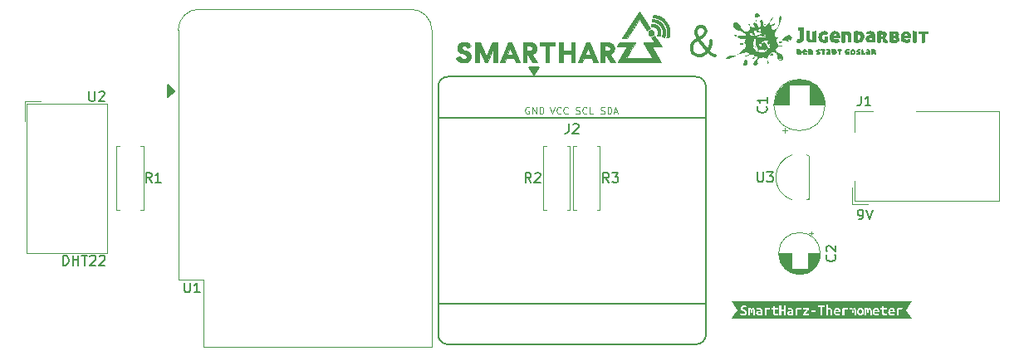
<source format=gbr>
%TF.GenerationSoftware,KiCad,Pcbnew,(6.0.5)*%
%TF.CreationDate,2022-06-04T22:01:23+02:00*%
%TF.ProjectId,SmartHarz-Thermometer,536d6172-7448-4617-927a-2d546865726d,1b1*%
%TF.SameCoordinates,Original*%
%TF.FileFunction,Legend,Top*%
%TF.FilePolarity,Positive*%
%FSLAX46Y46*%
G04 Gerber Fmt 4.6, Leading zero omitted, Abs format (unit mm)*
G04 Created by KiCad (PCBNEW (6.0.5)) date 2022-06-04 22:01:23*
%MOMM*%
%LPD*%
G01*
G04 APERTURE LIST*
%ADD10C,0.036000*%
%ADD11C,0.300000*%
%ADD12C,0.150000*%
%ADD13C,0.100000*%
%ADD14C,0.120000*%
G04 APERTURE END LIST*
D10*
G36*
X154133213Y-72537354D02*
G01*
X154147604Y-72538448D01*
X154161786Y-72540251D01*
X154175740Y-72542743D01*
X154189450Y-72545907D01*
X154202897Y-72549725D01*
X154216063Y-72554180D01*
X154228931Y-72559254D01*
X154241483Y-72564929D01*
X154253702Y-72571187D01*
X154265568Y-72578010D01*
X154277066Y-72585380D01*
X154288175Y-72593281D01*
X154298880Y-72601693D01*
X154309162Y-72610600D01*
X154319003Y-72619982D01*
X154328386Y-72629824D01*
X154337293Y-72640105D01*
X154345705Y-72650810D01*
X154353605Y-72661920D01*
X154360976Y-72673417D01*
X154367799Y-72685284D01*
X154374057Y-72697502D01*
X154379732Y-72710054D01*
X154384806Y-72722923D01*
X154389261Y-72736089D01*
X154393079Y-72749536D01*
X154396243Y-72763246D01*
X154398735Y-72777200D01*
X154400537Y-72791381D01*
X154401632Y-72805772D01*
X154402000Y-72820354D01*
X154401632Y-72834936D01*
X154400537Y-72849327D01*
X154398735Y-72863509D01*
X154396243Y-72877463D01*
X154393079Y-72891173D01*
X154389261Y-72904619D01*
X154384806Y-72917786D01*
X154379732Y-72930654D01*
X154374057Y-72943206D01*
X154367799Y-72955425D01*
X154360976Y-72967291D01*
X154353605Y-72978788D01*
X154345705Y-72989898D01*
X154337293Y-73000603D01*
X154328386Y-73010885D01*
X154319003Y-73020726D01*
X154309162Y-73030109D01*
X154298880Y-73039015D01*
X154288175Y-73047428D01*
X154277066Y-73055328D01*
X154265568Y-73062699D01*
X154253702Y-73069522D01*
X154241483Y-73075780D01*
X154228931Y-73081454D01*
X154216063Y-73086528D01*
X154202897Y-73090983D01*
X154189450Y-73094802D01*
X154175740Y-73097966D01*
X154161786Y-73100458D01*
X154147604Y-73102260D01*
X154133213Y-73103354D01*
X154118631Y-73103723D01*
X154104049Y-73103354D01*
X154089659Y-73102260D01*
X154075477Y-73100458D01*
X154061523Y-73097966D01*
X154047813Y-73094802D01*
X154034366Y-73090983D01*
X154021200Y-73086528D01*
X154008331Y-73081454D01*
X153995779Y-73075780D01*
X153983561Y-73069522D01*
X153971694Y-73062699D01*
X153960197Y-73055328D01*
X153949087Y-73047428D01*
X153938382Y-73039015D01*
X153928100Y-73030109D01*
X153918259Y-73020726D01*
X153908877Y-73010885D01*
X153899970Y-73000603D01*
X153891558Y-72989898D01*
X153883657Y-72978788D01*
X153876287Y-72967291D01*
X153869463Y-72955425D01*
X153863206Y-72943206D01*
X153857531Y-72930654D01*
X153852457Y-72917786D01*
X153848002Y-72904619D01*
X153844184Y-72891173D01*
X153841019Y-72877463D01*
X153838527Y-72863509D01*
X153836725Y-72849327D01*
X153835631Y-72834936D01*
X153835262Y-72820354D01*
X153835631Y-72805772D01*
X153836725Y-72791381D01*
X153838527Y-72777200D01*
X153841019Y-72763246D01*
X153844184Y-72749536D01*
X153848002Y-72736089D01*
X153852457Y-72722923D01*
X153857531Y-72710054D01*
X153863206Y-72697502D01*
X153869463Y-72685284D01*
X153876287Y-72673417D01*
X153883657Y-72661920D01*
X153891558Y-72650810D01*
X153899970Y-72640105D01*
X153908877Y-72629824D01*
X153918259Y-72619982D01*
X153928100Y-72610600D01*
X153938382Y-72601693D01*
X153949087Y-72593281D01*
X153960197Y-72585380D01*
X153971694Y-72578010D01*
X153983561Y-72571187D01*
X153995779Y-72564929D01*
X154008331Y-72559254D01*
X154021200Y-72554180D01*
X154034366Y-72549725D01*
X154047813Y-72545907D01*
X154061523Y-72542743D01*
X154075477Y-72540251D01*
X154089659Y-72538448D01*
X154104049Y-72537354D01*
X154118631Y-72536985D01*
X154133213Y-72537354D01*
G37*
X154133213Y-72537354D02*
X154147604Y-72538448D01*
X154161786Y-72540251D01*
X154175740Y-72542743D01*
X154189450Y-72545907D01*
X154202897Y-72549725D01*
X154216063Y-72554180D01*
X154228931Y-72559254D01*
X154241483Y-72564929D01*
X154253702Y-72571187D01*
X154265568Y-72578010D01*
X154277066Y-72585380D01*
X154288175Y-72593281D01*
X154298880Y-72601693D01*
X154309162Y-72610600D01*
X154319003Y-72619982D01*
X154328386Y-72629824D01*
X154337293Y-72640105D01*
X154345705Y-72650810D01*
X154353605Y-72661920D01*
X154360976Y-72673417D01*
X154367799Y-72685284D01*
X154374057Y-72697502D01*
X154379732Y-72710054D01*
X154384806Y-72722923D01*
X154389261Y-72736089D01*
X154393079Y-72749536D01*
X154396243Y-72763246D01*
X154398735Y-72777200D01*
X154400537Y-72791381D01*
X154401632Y-72805772D01*
X154402000Y-72820354D01*
X154401632Y-72834936D01*
X154400537Y-72849327D01*
X154398735Y-72863509D01*
X154396243Y-72877463D01*
X154393079Y-72891173D01*
X154389261Y-72904619D01*
X154384806Y-72917786D01*
X154379732Y-72930654D01*
X154374057Y-72943206D01*
X154367799Y-72955425D01*
X154360976Y-72967291D01*
X154353605Y-72978788D01*
X154345705Y-72989898D01*
X154337293Y-73000603D01*
X154328386Y-73010885D01*
X154319003Y-73020726D01*
X154309162Y-73030109D01*
X154298880Y-73039015D01*
X154288175Y-73047428D01*
X154277066Y-73055328D01*
X154265568Y-73062699D01*
X154253702Y-73069522D01*
X154241483Y-73075780D01*
X154228931Y-73081454D01*
X154216063Y-73086528D01*
X154202897Y-73090983D01*
X154189450Y-73094802D01*
X154175740Y-73097966D01*
X154161786Y-73100458D01*
X154147604Y-73102260D01*
X154133213Y-73103354D01*
X154118631Y-73103723D01*
X154104049Y-73103354D01*
X154089659Y-73102260D01*
X154075477Y-73100458D01*
X154061523Y-73097966D01*
X154047813Y-73094802D01*
X154034366Y-73090983D01*
X154021200Y-73086528D01*
X154008331Y-73081454D01*
X153995779Y-73075780D01*
X153983561Y-73069522D01*
X153971694Y-73062699D01*
X153960197Y-73055328D01*
X153949087Y-73047428D01*
X153938382Y-73039015D01*
X153928100Y-73030109D01*
X153918259Y-73020726D01*
X153908877Y-73010885D01*
X153899970Y-73000603D01*
X153891558Y-72989898D01*
X153883657Y-72978788D01*
X153876287Y-72967291D01*
X153869463Y-72955425D01*
X153863206Y-72943206D01*
X153857531Y-72930654D01*
X153852457Y-72917786D01*
X153848002Y-72904619D01*
X153844184Y-72891173D01*
X153841019Y-72877463D01*
X153838527Y-72863509D01*
X153836725Y-72849327D01*
X153835631Y-72834936D01*
X153835262Y-72820354D01*
X153835631Y-72805772D01*
X153836725Y-72791381D01*
X153838527Y-72777200D01*
X153841019Y-72763246D01*
X153844184Y-72749536D01*
X153848002Y-72736089D01*
X153852457Y-72722923D01*
X153857531Y-72710054D01*
X153863206Y-72697502D01*
X153869463Y-72685284D01*
X153876287Y-72673417D01*
X153883657Y-72661920D01*
X153891558Y-72650810D01*
X153899970Y-72640105D01*
X153908877Y-72629824D01*
X153918259Y-72619982D01*
X153928100Y-72610600D01*
X153938382Y-72601693D01*
X153949087Y-72593281D01*
X153960197Y-72585380D01*
X153971694Y-72578010D01*
X153983561Y-72571187D01*
X153995779Y-72564929D01*
X154008331Y-72559254D01*
X154021200Y-72554180D01*
X154034366Y-72549725D01*
X154047813Y-72545907D01*
X154061523Y-72542743D01*
X154075477Y-72540251D01*
X154089659Y-72538448D01*
X154104049Y-72537354D01*
X154118631Y-72536985D01*
X154133213Y-72537354D01*
G36*
X154256717Y-71908275D02*
G01*
X154312837Y-71912732D01*
X154368506Y-71920770D01*
X154423536Y-71932355D01*
X154477739Y-71947452D01*
X154530928Y-71966028D01*
X154582915Y-71988048D01*
X154633512Y-72013478D01*
X154682532Y-72042284D01*
X154729787Y-72074431D01*
X154775090Y-72109886D01*
X154818252Y-72148614D01*
X154859086Y-72190581D01*
X154897404Y-72235754D01*
X154933019Y-72284097D01*
X154933972Y-72284097D01*
X154966281Y-72334764D01*
X154994653Y-72386807D01*
X155019123Y-72440038D01*
X155039729Y-72494272D01*
X155056506Y-72549320D01*
X155069491Y-72604996D01*
X155078720Y-72661113D01*
X155084229Y-72717484D01*
X155086054Y-72773922D01*
X155084232Y-72830240D01*
X155078800Y-72886251D01*
X155069792Y-72941768D01*
X155057247Y-72996604D01*
X155041199Y-73050573D01*
X155021685Y-73103486D01*
X154998742Y-73155158D01*
X154721564Y-73103723D01*
X154744134Y-73065835D01*
X154763779Y-73026588D01*
X154780466Y-72986162D01*
X154794162Y-72944737D01*
X154804833Y-72902495D01*
X154812446Y-72859616D01*
X154816967Y-72816281D01*
X154818362Y-72772670D01*
X154816598Y-72728964D01*
X154811642Y-72685344D01*
X154803461Y-72641990D01*
X154792019Y-72599084D01*
X154777285Y-72556806D01*
X154759225Y-72515336D01*
X154737805Y-72474855D01*
X154712992Y-72435544D01*
X154699422Y-72416551D01*
X154685251Y-72398241D01*
X154670499Y-72380617D01*
X154655191Y-72363683D01*
X154639348Y-72347446D01*
X154622993Y-72331907D01*
X154606149Y-72317072D01*
X154588839Y-72302946D01*
X154571086Y-72289531D01*
X154552911Y-72276833D01*
X154534338Y-72264856D01*
X154515389Y-72253605D01*
X154496087Y-72243082D01*
X154476455Y-72233293D01*
X154456515Y-72224242D01*
X154436291Y-72215933D01*
X154415804Y-72208371D01*
X154395077Y-72201559D01*
X154374133Y-72195503D01*
X154352995Y-72190206D01*
X154331686Y-72185672D01*
X154310227Y-72181906D01*
X154288642Y-72178912D01*
X154266954Y-72176695D01*
X154245185Y-72175258D01*
X154223357Y-72174606D01*
X154201494Y-72174744D01*
X154179618Y-72175675D01*
X154157752Y-72177403D01*
X154135918Y-72179934D01*
X154114139Y-72183271D01*
X154092439Y-72187418D01*
X154143872Y-71910241D01*
X154200333Y-71907433D01*
X154256717Y-71908275D01*
G37*
X154256717Y-71908275D02*
X154312837Y-71912732D01*
X154368506Y-71920770D01*
X154423536Y-71932355D01*
X154477739Y-71947452D01*
X154530928Y-71966028D01*
X154582915Y-71988048D01*
X154633512Y-72013478D01*
X154682532Y-72042284D01*
X154729787Y-72074431D01*
X154775090Y-72109886D01*
X154818252Y-72148614D01*
X154859086Y-72190581D01*
X154897404Y-72235754D01*
X154933019Y-72284097D01*
X154933972Y-72284097D01*
X154966281Y-72334764D01*
X154994653Y-72386807D01*
X155019123Y-72440038D01*
X155039729Y-72494272D01*
X155056506Y-72549320D01*
X155069491Y-72604996D01*
X155078720Y-72661113D01*
X155084229Y-72717484D01*
X155086054Y-72773922D01*
X155084232Y-72830240D01*
X155078800Y-72886251D01*
X155069792Y-72941768D01*
X155057247Y-72996604D01*
X155041199Y-73050573D01*
X155021685Y-73103486D01*
X154998742Y-73155158D01*
X154721564Y-73103723D01*
X154744134Y-73065835D01*
X154763779Y-73026588D01*
X154780466Y-72986162D01*
X154794162Y-72944737D01*
X154804833Y-72902495D01*
X154812446Y-72859616D01*
X154816967Y-72816281D01*
X154818362Y-72772670D01*
X154816598Y-72728964D01*
X154811642Y-72685344D01*
X154803461Y-72641990D01*
X154792019Y-72599084D01*
X154777285Y-72556806D01*
X154759225Y-72515336D01*
X154737805Y-72474855D01*
X154712992Y-72435544D01*
X154699422Y-72416551D01*
X154685251Y-72398241D01*
X154670499Y-72380617D01*
X154655191Y-72363683D01*
X154639348Y-72347446D01*
X154622993Y-72331907D01*
X154606149Y-72317072D01*
X154588839Y-72302946D01*
X154571086Y-72289531D01*
X154552911Y-72276833D01*
X154534338Y-72264856D01*
X154515389Y-72253605D01*
X154496087Y-72243082D01*
X154476455Y-72233293D01*
X154456515Y-72224242D01*
X154436291Y-72215933D01*
X154415804Y-72208371D01*
X154395077Y-72201559D01*
X154374133Y-72195503D01*
X154352995Y-72190206D01*
X154331686Y-72185672D01*
X154310227Y-72181906D01*
X154288642Y-72178912D01*
X154266954Y-72176695D01*
X154245185Y-72175258D01*
X154223357Y-72174606D01*
X154201494Y-72174744D01*
X154179618Y-72175675D01*
X154157752Y-72177403D01*
X154135918Y-72179934D01*
X154114139Y-72183271D01*
X154092439Y-72187418D01*
X154143872Y-71910241D01*
X154200333Y-71907433D01*
X154256717Y-71908275D01*
G36*
X154315300Y-71425095D02*
G01*
X154394382Y-71433206D01*
X154472817Y-71445901D01*
X154550390Y-71463138D01*
X154626883Y-71484877D01*
X154702079Y-71511075D01*
X154775760Y-71541692D01*
X154847712Y-71576687D01*
X154917715Y-71616018D01*
X154985553Y-71659644D01*
X155051010Y-71707525D01*
X155113868Y-71759619D01*
X155173911Y-71815884D01*
X155230921Y-71876281D01*
X155284681Y-71940766D01*
X155334974Y-72009300D01*
X155334499Y-72009300D01*
X155380371Y-72080813D01*
X155421215Y-72154117D01*
X155457071Y-72228993D01*
X155487978Y-72305223D01*
X155513977Y-72382589D01*
X155535107Y-72460872D01*
X155551408Y-72539854D01*
X155562920Y-72619317D01*
X155569683Y-72699042D01*
X155571735Y-72778812D01*
X155569118Y-72858406D01*
X155561870Y-72937608D01*
X155550033Y-73016199D01*
X155533644Y-73093961D01*
X155512745Y-73170674D01*
X155487374Y-73246122D01*
X155219722Y-73196115D01*
X155243597Y-73133641D01*
X155263584Y-73069936D01*
X155279644Y-73005200D01*
X155291740Y-72939632D01*
X155299835Y-72873431D01*
X155303890Y-72806795D01*
X155303869Y-72739923D01*
X155299733Y-72673014D01*
X155291444Y-72606267D01*
X155278965Y-72539881D01*
X155262259Y-72474054D01*
X155241288Y-72408986D01*
X155216013Y-72344874D01*
X155186398Y-72281919D01*
X155152405Y-72220318D01*
X155113995Y-72160271D01*
X155093280Y-72131111D01*
X155071780Y-72102837D01*
X155026527Y-72048967D01*
X154978436Y-71998696D01*
X154927707Y-71952061D01*
X154874539Y-71909098D01*
X154819131Y-71869845D01*
X154761684Y-71834336D01*
X154702396Y-71802608D01*
X154641467Y-71774697D01*
X154579097Y-71750641D01*
X154515486Y-71730474D01*
X154450832Y-71714234D01*
X154385335Y-71701956D01*
X154319195Y-71693677D01*
X154252612Y-71689433D01*
X154185784Y-71689260D01*
X154235790Y-71421608D01*
X154315300Y-71425095D01*
G37*
X154315300Y-71425095D02*
X154394382Y-71433206D01*
X154472817Y-71445901D01*
X154550390Y-71463138D01*
X154626883Y-71484877D01*
X154702079Y-71511075D01*
X154775760Y-71541692D01*
X154847712Y-71576687D01*
X154917715Y-71616018D01*
X154985553Y-71659644D01*
X155051010Y-71707525D01*
X155113868Y-71759619D01*
X155173911Y-71815884D01*
X155230921Y-71876281D01*
X155284681Y-71940766D01*
X155334974Y-72009300D01*
X155334499Y-72009300D01*
X155380371Y-72080813D01*
X155421215Y-72154117D01*
X155457071Y-72228993D01*
X155487978Y-72305223D01*
X155513977Y-72382589D01*
X155535107Y-72460872D01*
X155551408Y-72539854D01*
X155562920Y-72619317D01*
X155569683Y-72699042D01*
X155571735Y-72778812D01*
X155569118Y-72858406D01*
X155561870Y-72937608D01*
X155550033Y-73016199D01*
X155533644Y-73093961D01*
X155512745Y-73170674D01*
X155487374Y-73246122D01*
X155219722Y-73196115D01*
X155243597Y-73133641D01*
X155263584Y-73069936D01*
X155279644Y-73005200D01*
X155291740Y-72939632D01*
X155299835Y-72873431D01*
X155303890Y-72806795D01*
X155303869Y-72739923D01*
X155299733Y-72673014D01*
X155291444Y-72606267D01*
X155278965Y-72539881D01*
X155262259Y-72474054D01*
X155241288Y-72408986D01*
X155216013Y-72344874D01*
X155186398Y-72281919D01*
X155152405Y-72220318D01*
X155113995Y-72160271D01*
X155093280Y-72131111D01*
X155071780Y-72102837D01*
X155026527Y-72048967D01*
X154978436Y-71998696D01*
X154927707Y-71952061D01*
X154874539Y-71909098D01*
X154819131Y-71869845D01*
X154761684Y-71834336D01*
X154702396Y-71802608D01*
X154641467Y-71774697D01*
X154579097Y-71750641D01*
X154515486Y-71730474D01*
X154450832Y-71714234D01*
X154385335Y-71701956D01*
X154319195Y-71693677D01*
X154252612Y-71689433D01*
X154185784Y-71689260D01*
X154235790Y-71421608D01*
X154315300Y-71425095D01*
G36*
X154454195Y-70992053D02*
G01*
X154552387Y-71005661D01*
X154649655Y-71024714D01*
X154745750Y-71049166D01*
X154840421Y-71078969D01*
X154933420Y-71114079D01*
X155024496Y-71154449D01*
X155113400Y-71200033D01*
X155199881Y-71250785D01*
X155283691Y-71306659D01*
X155364579Y-71367609D01*
X155442295Y-71433589D01*
X155516590Y-71504552D01*
X155587215Y-71580454D01*
X155653918Y-71661248D01*
X155716451Y-71746887D01*
X155773799Y-71836081D01*
X155825141Y-71927406D01*
X155870525Y-72020614D01*
X155909995Y-72115460D01*
X155943596Y-72211694D01*
X155971374Y-72309072D01*
X155993374Y-72407345D01*
X156009642Y-72506267D01*
X156020223Y-72605591D01*
X156025162Y-72705070D01*
X156024505Y-72804457D01*
X156018297Y-72903504D01*
X156006583Y-73001966D01*
X155989408Y-73099595D01*
X155966819Y-73196144D01*
X155938860Y-73291365D01*
X155673588Y-73241835D01*
X155699790Y-73159497D01*
X155721216Y-73075870D01*
X155737825Y-72991182D01*
X155749573Y-72905662D01*
X155756418Y-72819540D01*
X155758318Y-72733044D01*
X155755229Y-72646403D01*
X155747110Y-72559845D01*
X155733918Y-72473600D01*
X155715609Y-72387897D01*
X155692143Y-72302963D01*
X155663476Y-72219029D01*
X155629565Y-72136322D01*
X155590369Y-72055073D01*
X155545844Y-71975508D01*
X155495947Y-71897858D01*
X155441419Y-71823391D01*
X155383179Y-71753253D01*
X155321455Y-71687484D01*
X155256475Y-71626128D01*
X155188467Y-71569225D01*
X155117660Y-71516817D01*
X155044281Y-71468947D01*
X154968559Y-71425656D01*
X154890722Y-71386986D01*
X154810998Y-71352980D01*
X154729615Y-71323678D01*
X154646801Y-71299122D01*
X154562784Y-71279356D01*
X154477793Y-71264419D01*
X154392055Y-71254355D01*
X154305799Y-71249206D01*
X154355329Y-70983934D01*
X154454195Y-70992053D01*
G37*
X154454195Y-70992053D02*
X154552387Y-71005661D01*
X154649655Y-71024714D01*
X154745750Y-71049166D01*
X154840421Y-71078969D01*
X154933420Y-71114079D01*
X155024496Y-71154449D01*
X155113400Y-71200033D01*
X155199881Y-71250785D01*
X155283691Y-71306659D01*
X155364579Y-71367609D01*
X155442295Y-71433589D01*
X155516590Y-71504552D01*
X155587215Y-71580454D01*
X155653918Y-71661248D01*
X155716451Y-71746887D01*
X155773799Y-71836081D01*
X155825141Y-71927406D01*
X155870525Y-72020614D01*
X155909995Y-72115460D01*
X155943596Y-72211694D01*
X155971374Y-72309072D01*
X155993374Y-72407345D01*
X156009642Y-72506267D01*
X156020223Y-72605591D01*
X156025162Y-72705070D01*
X156024505Y-72804457D01*
X156018297Y-72903504D01*
X156006583Y-73001966D01*
X155989408Y-73099595D01*
X155966819Y-73196144D01*
X155938860Y-73291365D01*
X155673588Y-73241835D01*
X155699790Y-73159497D01*
X155721216Y-73075870D01*
X155737825Y-72991182D01*
X155749573Y-72905662D01*
X155756418Y-72819540D01*
X155758318Y-72733044D01*
X155755229Y-72646403D01*
X155747110Y-72559845D01*
X155733918Y-72473600D01*
X155715609Y-72387897D01*
X155692143Y-72302963D01*
X155663476Y-72219029D01*
X155629565Y-72136322D01*
X155590369Y-72055073D01*
X155545844Y-71975508D01*
X155495947Y-71897858D01*
X155441419Y-71823391D01*
X155383179Y-71753253D01*
X155321455Y-71687484D01*
X155256475Y-71626128D01*
X155188467Y-71569225D01*
X155117660Y-71516817D01*
X155044281Y-71468947D01*
X154968559Y-71425656D01*
X154890722Y-71386986D01*
X154810998Y-71352980D01*
X154729615Y-71323678D01*
X154646801Y-71299122D01*
X154562784Y-71279356D01*
X154477793Y-71264419D01*
X154392055Y-71254355D01*
X154305799Y-71249206D01*
X154355329Y-70983934D01*
X154454195Y-70992053D01*
G36*
X154024811Y-72377442D02*
G01*
X154000071Y-72383390D01*
X153975886Y-72390670D01*
X153952294Y-72399240D01*
X153929338Y-72409060D01*
X153907057Y-72420089D01*
X153885491Y-72432284D01*
X153864682Y-72445605D01*
X153844669Y-72460012D01*
X153825494Y-72475462D01*
X153807196Y-72491914D01*
X153789817Y-72509328D01*
X153773396Y-72527661D01*
X153757974Y-72546874D01*
X153743591Y-72566925D01*
X153730289Y-72587772D01*
X153718107Y-72609375D01*
X152939675Y-71413401D01*
X151646419Y-73400427D01*
X151174455Y-73400427D01*
X152445127Y-71413035D01*
X152939437Y-71413035D01*
X152939675Y-71413401D01*
X152939914Y-71413035D01*
X152939437Y-71413035D01*
X152445127Y-71413035D01*
X152925626Y-70661513D01*
X154024811Y-72377442D01*
G37*
X154024811Y-72377442D02*
X154000071Y-72383390D01*
X153975886Y-72390670D01*
X153952294Y-72399240D01*
X153929338Y-72409060D01*
X153907057Y-72420089D01*
X153885491Y-72432284D01*
X153864682Y-72445605D01*
X153844669Y-72460012D01*
X153825494Y-72475462D01*
X153807196Y-72491914D01*
X153789817Y-72509328D01*
X153773396Y-72527661D01*
X153757974Y-72546874D01*
X153743591Y-72566925D01*
X153730289Y-72587772D01*
X153718107Y-72609375D01*
X152939675Y-71413401D01*
X151646419Y-73400427D01*
X151174455Y-73400427D01*
X152445127Y-71413035D01*
X152939437Y-71413035D01*
X152939675Y-71413401D01*
X152939914Y-71413035D01*
X152939437Y-71413035D01*
X152445127Y-71413035D01*
X152925626Y-70661513D01*
X154024811Y-72377442D01*
G36*
X139930192Y-73799524D02*
G01*
X140749818Y-75812633D01*
X140312622Y-75812633D01*
X140174509Y-75430204D01*
X139334880Y-75430204D01*
X139196768Y-75812633D01*
X138759570Y-75812633D01*
X139058054Y-75082065D01*
X139466801Y-75082065D01*
X140042111Y-75082065D01*
X139826370Y-74532949D01*
X139815779Y-74504782D01*
X139805490Y-74476380D01*
X139795580Y-74447777D01*
X139786127Y-74419006D01*
X139777211Y-74390102D01*
X139768908Y-74361097D01*
X139761297Y-74332025D01*
X139754456Y-74302920D01*
X139738800Y-74361499D01*
X139730447Y-74390855D01*
X139721714Y-74420078D01*
X139712580Y-74449032D01*
X139703021Y-74477585D01*
X139693016Y-74505602D01*
X139682543Y-74532949D01*
X139466801Y-75082065D01*
X139058054Y-75082065D01*
X139582054Y-73799524D01*
X139930192Y-73799524D01*
G37*
X139930192Y-73799524D02*
X140749818Y-75812633D01*
X140312622Y-75812633D01*
X140174509Y-75430204D01*
X139334880Y-75430204D01*
X139196768Y-75812633D01*
X138759570Y-75812633D01*
X139058054Y-75082065D01*
X139466801Y-75082065D01*
X140042111Y-75082065D01*
X139826370Y-74532949D01*
X139815779Y-74504782D01*
X139805490Y-74476380D01*
X139795580Y-74447777D01*
X139786127Y-74419006D01*
X139777211Y-74390102D01*
X139768908Y-74361097D01*
X139761297Y-74332025D01*
X139754456Y-74302920D01*
X139738800Y-74361499D01*
X139730447Y-74390855D01*
X139721714Y-74420078D01*
X139712580Y-74449032D01*
X139703021Y-74477585D01*
X139693016Y-74505602D01*
X139682543Y-74532949D01*
X139466801Y-75082065D01*
X139058054Y-75082065D01*
X139582054Y-73799524D01*
X139930192Y-73799524D01*
G36*
X137097458Y-74688207D02*
G01*
X137148039Y-74796458D01*
X137190371Y-74889489D01*
X137225359Y-74969048D01*
X137253906Y-75036881D01*
X137276917Y-75094735D01*
X137295295Y-75144357D01*
X137309945Y-75187494D01*
X137321772Y-75225893D01*
X137332655Y-75187494D01*
X137346596Y-75144357D01*
X137364467Y-75094735D01*
X137387137Y-75036881D01*
X137415477Y-74969048D01*
X137450359Y-74889489D01*
X137492652Y-74796458D01*
X137543228Y-74688207D01*
X137543704Y-74688207D01*
X137963756Y-73799524D01*
X138446674Y-73799524D01*
X138446674Y-75812633D01*
X138052815Y-75812633D01*
X138052815Y-74998722D01*
X138053223Y-74902335D01*
X138054467Y-74816809D01*
X138056582Y-74740057D01*
X138059602Y-74669990D01*
X138063559Y-74604523D01*
X138068487Y-74541566D01*
X138074419Y-74479034D01*
X138081390Y-74414839D01*
X137411306Y-75812633D01*
X137215568Y-75812633D01*
X136545484Y-74414839D01*
X136552455Y-74479171D01*
X136558387Y-74541767D01*
X136563315Y-74604732D01*
X136567272Y-74670169D01*
X136570292Y-74740182D01*
X136572407Y-74816876D01*
X136573652Y-74902355D01*
X136574059Y-74998722D01*
X136574059Y-75812633D01*
X136180200Y-75812633D01*
X136180200Y-73799524D01*
X136680739Y-73799524D01*
X137097458Y-74688207D01*
G37*
X137097458Y-74688207D02*
X137148039Y-74796458D01*
X137190371Y-74889489D01*
X137225359Y-74969048D01*
X137253906Y-75036881D01*
X137276917Y-75094735D01*
X137295295Y-75144357D01*
X137309945Y-75187494D01*
X137321772Y-75225893D01*
X137332655Y-75187494D01*
X137346596Y-75144357D01*
X137364467Y-75094735D01*
X137387137Y-75036881D01*
X137415477Y-74969048D01*
X137450359Y-74889489D01*
X137492652Y-74796458D01*
X137543228Y-74688207D01*
X137543704Y-74688207D01*
X137963756Y-73799524D01*
X138446674Y-73799524D01*
X138446674Y-75812633D01*
X138052815Y-75812633D01*
X138052815Y-74998722D01*
X138053223Y-74902335D01*
X138054467Y-74816809D01*
X138056582Y-74740057D01*
X138059602Y-74669990D01*
X138063559Y-74604523D01*
X138068487Y-74541566D01*
X138074419Y-74479034D01*
X138081390Y-74414839D01*
X137411306Y-75812633D01*
X137215568Y-75812633D01*
X136545484Y-74414839D01*
X136552455Y-74479171D01*
X136558387Y-74541767D01*
X136563315Y-74604732D01*
X136567272Y-74670169D01*
X136570292Y-74740182D01*
X136572407Y-74816876D01*
X136573652Y-74902355D01*
X136574059Y-74998722D01*
X136574059Y-75812633D01*
X136180200Y-75812633D01*
X136180200Y-73799524D01*
X136680739Y-73799524D01*
X137097458Y-74688207D01*
G36*
X145137986Y-74611054D02*
G01*
X145971900Y-74611054D01*
X145971900Y-73800000D01*
X146374807Y-73800000D01*
X146374332Y-75813109D01*
X145971900Y-75813109D01*
X145971900Y-74973480D01*
X145137986Y-74973480D01*
X145137986Y-75813109D01*
X144735555Y-75813109D01*
X144735555Y-73800000D01*
X145137986Y-73800000D01*
X145137986Y-74611054D01*
G37*
X145137986Y-74611054D02*
X145971900Y-74611054D01*
X145971900Y-73800000D01*
X146374807Y-73800000D01*
X146374332Y-75813109D01*
X145971900Y-75813109D01*
X145971900Y-74973480D01*
X145137986Y-74973480D01*
X145137986Y-75813109D01*
X144735555Y-75813109D01*
X144735555Y-73800000D01*
X145137986Y-73800000D01*
X145137986Y-74611054D01*
G36*
X144324075Y-74162427D02*
G01*
X143749241Y-74162427D01*
X143749241Y-75813109D01*
X143346333Y-75813109D01*
X143346333Y-74162427D01*
X142771501Y-74162427D01*
X142771501Y-73800000D01*
X144324075Y-73800000D01*
X144324075Y-74162427D01*
G37*
X144324075Y-74162427D02*
X143749241Y-74162427D01*
X143749241Y-75813109D01*
X143346333Y-75813109D01*
X143346333Y-74162427D01*
X142771501Y-74162427D01*
X142771501Y-73800000D01*
X144324075Y-73800000D01*
X144324075Y-74162427D01*
G36*
X147858801Y-73800000D02*
G01*
X148678427Y-75813109D01*
X148241230Y-75813109D01*
X148103118Y-75430680D01*
X147263489Y-75430680D01*
X147125376Y-75813109D01*
X146688179Y-75813109D01*
X146986663Y-75082542D01*
X147395409Y-75082542D01*
X147970721Y-75082542D01*
X147754979Y-74533425D01*
X147744388Y-74505258D01*
X147734098Y-74476856D01*
X147724188Y-74448253D01*
X147714736Y-74419483D01*
X147705819Y-74390578D01*
X147697516Y-74361574D01*
X147689906Y-74332502D01*
X147683066Y-74303397D01*
X147667408Y-74361976D01*
X147659055Y-74391332D01*
X147650323Y-74420554D01*
X147641188Y-74449509D01*
X147631629Y-74478061D01*
X147621624Y-74506078D01*
X147611150Y-74533425D01*
X147395409Y-75082542D01*
X146986663Y-75082542D01*
X147510663Y-73800000D01*
X147858801Y-73800000D01*
G37*
X147858801Y-73800000D02*
X148678427Y-75813109D01*
X148241230Y-75813109D01*
X148103118Y-75430680D01*
X147263489Y-75430680D01*
X147125376Y-75813109D01*
X146688179Y-75813109D01*
X146986663Y-75082542D01*
X147395409Y-75082542D01*
X147970721Y-75082542D01*
X147754979Y-74533425D01*
X147744388Y-74505258D01*
X147734098Y-74476856D01*
X147724188Y-74448253D01*
X147714736Y-74419483D01*
X147705819Y-74390578D01*
X147697516Y-74361574D01*
X147689906Y-74332502D01*
X147683066Y-74303397D01*
X147667408Y-74361976D01*
X147659055Y-74391332D01*
X147650323Y-74420554D01*
X147641188Y-74449509D01*
X147631629Y-74478061D01*
X147621624Y-74506078D01*
X147611150Y-74533425D01*
X147395409Y-75082542D01*
X146986663Y-75082542D01*
X147510663Y-73800000D01*
X147858801Y-73800000D01*
G36*
X141712796Y-73797143D02*
G01*
X141754606Y-73797530D01*
X141795371Y-73799223D01*
X141835072Y-73802211D01*
X141873690Y-73806484D01*
X141911208Y-73812034D01*
X141947606Y-73818851D01*
X141982867Y-73826925D01*
X142016971Y-73836247D01*
X142049900Y-73846807D01*
X142081636Y-73858597D01*
X142112160Y-73871605D01*
X142141454Y-73885823D01*
X142169500Y-73901241D01*
X142196277Y-73917850D01*
X142221770Y-73935641D01*
X142245958Y-73954603D01*
X142268823Y-73974727D01*
X142290347Y-73996004D01*
X142310511Y-74018425D01*
X142329298Y-74041979D01*
X142346687Y-74066657D01*
X142362662Y-74092450D01*
X142377203Y-74119349D01*
X142390291Y-74147343D01*
X142401909Y-74176423D01*
X142412038Y-74206580D01*
X142420660Y-74237804D01*
X142427755Y-74270086D01*
X142433306Y-74303416D01*
X142437293Y-74337785D01*
X142439700Y-74373183D01*
X142440506Y-74409600D01*
X142440506Y-74410077D01*
X142439943Y-74439672D01*
X142438348Y-74468537D01*
X142435731Y-74496673D01*
X142432101Y-74524077D01*
X142427467Y-74550750D01*
X142421839Y-74576690D01*
X142415226Y-74601897D01*
X142407638Y-74626369D01*
X142399083Y-74650105D01*
X142389572Y-74673106D01*
X142379113Y-74695370D01*
X142367716Y-74716895D01*
X142355390Y-74737682D01*
X142342144Y-74757729D01*
X142327988Y-74777036D01*
X142312931Y-74795601D01*
X142296983Y-74813424D01*
X142280152Y-74830504D01*
X142262449Y-74846840D01*
X142243882Y-74862430D01*
X142224460Y-74877276D01*
X142204194Y-74891374D01*
X142183092Y-74904725D01*
X142161164Y-74917328D01*
X142138419Y-74929181D01*
X142114866Y-74940284D01*
X142090515Y-74950636D01*
X142065376Y-74960237D01*
X142012766Y-74977178D01*
X141957114Y-74991102D01*
X142520517Y-75813586D01*
X142046172Y-75813586D01*
X141617547Y-75174934D01*
X141607062Y-75158669D01*
X141596978Y-75142236D01*
X141587208Y-75125424D01*
X141577660Y-75108021D01*
X141568247Y-75089814D01*
X141558878Y-75070591D01*
X141549465Y-75050140D01*
X141539918Y-75028249D01*
X141465146Y-75028249D01*
X141465146Y-75813109D01*
X141062715Y-75813109D01*
X141062715Y-74664870D01*
X141465622Y-74664870D01*
X141689936Y-74664870D01*
X141710151Y-74664610D01*
X141729806Y-74663830D01*
X141748894Y-74662534D01*
X141767412Y-74660723D01*
X141785352Y-74658402D01*
X141802711Y-74655571D01*
X141819482Y-74652235D01*
X141835661Y-74648395D01*
X141851242Y-74644054D01*
X141866220Y-74639215D01*
X141880590Y-74633880D01*
X141894345Y-74628052D01*
X141907482Y-74621734D01*
X141919994Y-74614927D01*
X141931876Y-74607636D01*
X141943123Y-74599862D01*
X141953729Y-74591608D01*
X141963690Y-74582877D01*
X141973000Y-74573671D01*
X141981653Y-74563993D01*
X141989645Y-74553845D01*
X141996970Y-74543230D01*
X142003622Y-74532152D01*
X142009597Y-74520611D01*
X142014889Y-74508612D01*
X142019492Y-74496156D01*
X142023402Y-74483246D01*
X142026613Y-74469885D01*
X142029119Y-74456075D01*
X142030916Y-74441820D01*
X142031998Y-74427121D01*
X142032360Y-74411981D01*
X142031998Y-74397101D01*
X142030916Y-74382646D01*
X142029119Y-74368618D01*
X142026613Y-74355021D01*
X142023402Y-74341858D01*
X142019492Y-74329132D01*
X142014889Y-74316846D01*
X142009597Y-74305004D01*
X142003622Y-74293608D01*
X141996970Y-74282662D01*
X141989645Y-74272168D01*
X141981653Y-74262130D01*
X141973000Y-74252552D01*
X141963690Y-74243435D01*
X141953729Y-74234784D01*
X141943123Y-74226601D01*
X141931876Y-74218890D01*
X141919994Y-74211654D01*
X141907482Y-74204895D01*
X141894345Y-74198618D01*
X141866220Y-74187519D01*
X141835661Y-74178381D01*
X141802711Y-74171230D01*
X141767412Y-74166092D01*
X141729806Y-74162990D01*
X141689936Y-74161950D01*
X141465622Y-74161950D01*
X141465622Y-74664870D01*
X141062715Y-74664870D01*
X141062715Y-73800000D01*
X141712796Y-73797143D01*
G37*
X141712796Y-73797143D02*
X141754606Y-73797530D01*
X141795371Y-73799223D01*
X141835072Y-73802211D01*
X141873690Y-73806484D01*
X141911208Y-73812034D01*
X141947606Y-73818851D01*
X141982867Y-73826925D01*
X142016971Y-73836247D01*
X142049900Y-73846807D01*
X142081636Y-73858597D01*
X142112160Y-73871605D01*
X142141454Y-73885823D01*
X142169500Y-73901241D01*
X142196277Y-73917850D01*
X142221770Y-73935641D01*
X142245958Y-73954603D01*
X142268823Y-73974727D01*
X142290347Y-73996004D01*
X142310511Y-74018425D01*
X142329298Y-74041979D01*
X142346687Y-74066657D01*
X142362662Y-74092450D01*
X142377203Y-74119349D01*
X142390291Y-74147343D01*
X142401909Y-74176423D01*
X142412038Y-74206580D01*
X142420660Y-74237804D01*
X142427755Y-74270086D01*
X142433306Y-74303416D01*
X142437293Y-74337785D01*
X142439700Y-74373183D01*
X142440506Y-74409600D01*
X142440506Y-74410077D01*
X142439943Y-74439672D01*
X142438348Y-74468537D01*
X142435731Y-74496673D01*
X142432101Y-74524077D01*
X142427467Y-74550750D01*
X142421839Y-74576690D01*
X142415226Y-74601897D01*
X142407638Y-74626369D01*
X142399083Y-74650105D01*
X142389572Y-74673106D01*
X142379113Y-74695370D01*
X142367716Y-74716895D01*
X142355390Y-74737682D01*
X142342144Y-74757729D01*
X142327988Y-74777036D01*
X142312931Y-74795601D01*
X142296983Y-74813424D01*
X142280152Y-74830504D01*
X142262449Y-74846840D01*
X142243882Y-74862430D01*
X142224460Y-74877276D01*
X142204194Y-74891374D01*
X142183092Y-74904725D01*
X142161164Y-74917328D01*
X142138419Y-74929181D01*
X142114866Y-74940284D01*
X142090515Y-74950636D01*
X142065376Y-74960237D01*
X142012766Y-74977178D01*
X141957114Y-74991102D01*
X142520517Y-75813586D01*
X142046172Y-75813586D01*
X141617547Y-75174934D01*
X141607062Y-75158669D01*
X141596978Y-75142236D01*
X141587208Y-75125424D01*
X141577660Y-75108021D01*
X141568247Y-75089814D01*
X141558878Y-75070591D01*
X141549465Y-75050140D01*
X141539918Y-75028249D01*
X141465146Y-75028249D01*
X141465146Y-75813109D01*
X141062715Y-75813109D01*
X141062715Y-74664870D01*
X141465622Y-74664870D01*
X141689936Y-74664870D01*
X141710151Y-74664610D01*
X141729806Y-74663830D01*
X141748894Y-74662534D01*
X141767412Y-74660723D01*
X141785352Y-74658402D01*
X141802711Y-74655571D01*
X141819482Y-74652235D01*
X141835661Y-74648395D01*
X141851242Y-74644054D01*
X141866220Y-74639215D01*
X141880590Y-74633880D01*
X141894345Y-74628052D01*
X141907482Y-74621734D01*
X141919994Y-74614927D01*
X141931876Y-74607636D01*
X141943123Y-74599862D01*
X141953729Y-74591608D01*
X141963690Y-74582877D01*
X141973000Y-74573671D01*
X141981653Y-74563993D01*
X141989645Y-74553845D01*
X141996970Y-74543230D01*
X142003622Y-74532152D01*
X142009597Y-74520611D01*
X142014889Y-74508612D01*
X142019492Y-74496156D01*
X142023402Y-74483246D01*
X142026613Y-74469885D01*
X142029119Y-74456075D01*
X142030916Y-74441820D01*
X142031998Y-74427121D01*
X142032360Y-74411981D01*
X142031998Y-74397101D01*
X142030916Y-74382646D01*
X142029119Y-74368618D01*
X142026613Y-74355021D01*
X142023402Y-74341858D01*
X142019492Y-74329132D01*
X142014889Y-74316846D01*
X142009597Y-74305004D01*
X142003622Y-74293608D01*
X141996970Y-74282662D01*
X141989645Y-74272168D01*
X141981653Y-74262130D01*
X141973000Y-74252552D01*
X141963690Y-74243435D01*
X141953729Y-74234784D01*
X141943123Y-74226601D01*
X141931876Y-74218890D01*
X141919994Y-74211654D01*
X141907482Y-74204895D01*
X141894345Y-74198618D01*
X141866220Y-74187519D01*
X141835661Y-74178381D01*
X141802711Y-74171230D01*
X141767412Y-74166092D01*
X141729806Y-74162990D01*
X141689936Y-74161950D01*
X141465622Y-74161950D01*
X141465622Y-74664870D01*
X141062715Y-74664870D01*
X141062715Y-73800000D01*
X141712796Y-73797143D01*
G36*
X149641406Y-73797619D02*
G01*
X149683216Y-73798007D01*
X149723981Y-73799699D01*
X149763682Y-73802687D01*
X149802301Y-73806961D01*
X149839818Y-73812511D01*
X149876217Y-73819328D01*
X149911477Y-73827402D01*
X149945581Y-73836724D01*
X149978511Y-73847284D01*
X150010247Y-73859073D01*
X150040771Y-73872081D01*
X150070065Y-73886299D01*
X150098110Y-73901718D01*
X150124888Y-73918327D01*
X150150380Y-73936117D01*
X150174568Y-73955079D01*
X150197433Y-73975204D01*
X150218957Y-73996481D01*
X150239122Y-74018901D01*
X150257908Y-74042455D01*
X150275297Y-74067134D01*
X150291272Y-74092927D01*
X150305813Y-74119825D01*
X150318901Y-74147819D01*
X150330519Y-74176899D01*
X150340648Y-74207056D01*
X150349270Y-74238280D01*
X150356365Y-74270562D01*
X150361916Y-74303892D01*
X150365903Y-74338261D01*
X150368309Y-74373659D01*
X150369116Y-74410077D01*
X150369117Y-74410553D01*
X150368554Y-74440148D01*
X150366959Y-74469013D01*
X150364341Y-74497149D01*
X150360711Y-74524553D01*
X150356078Y-74551226D01*
X150350450Y-74577166D01*
X150343837Y-74602373D01*
X150336249Y-74626845D01*
X150327694Y-74650582D01*
X150318183Y-74673582D01*
X150307724Y-74695846D01*
X150296327Y-74717371D01*
X150284001Y-74738158D01*
X150270755Y-74758205D01*
X150256599Y-74777512D01*
X150241542Y-74796077D01*
X150225594Y-74813900D01*
X150208763Y-74830980D01*
X150191059Y-74847316D01*
X150172492Y-74862907D01*
X150153071Y-74877752D01*
X150132805Y-74891850D01*
X150111703Y-74905201D01*
X150089775Y-74917804D01*
X150067030Y-74929657D01*
X150043477Y-74940760D01*
X150019126Y-74951112D01*
X149993986Y-74960713D01*
X149941377Y-74977654D01*
X149885724Y-74991578D01*
X150449128Y-75814062D01*
X149974782Y-75814062D01*
X149546157Y-75175410D01*
X149535672Y-75159145D01*
X149525589Y-75142713D01*
X149515819Y-75125901D01*
X149506272Y-75108497D01*
X149496858Y-75090290D01*
X149487490Y-75071067D01*
X149478077Y-75050616D01*
X149468529Y-75028725D01*
X149393758Y-75028725D01*
X149393758Y-75813585D01*
X148991326Y-75813585D01*
X148991326Y-74665346D01*
X149394233Y-74665346D01*
X149618546Y-74665346D01*
X149638761Y-74665086D01*
X149658416Y-74664306D01*
X149677504Y-74663010D01*
X149696021Y-74661200D01*
X149713962Y-74658878D01*
X149731320Y-74656048D01*
X149748092Y-74652711D01*
X149764271Y-74648871D01*
X149779852Y-74644530D01*
X149794830Y-74639691D01*
X149809199Y-74634356D01*
X149822955Y-74628528D01*
X149836091Y-74622210D01*
X149848603Y-74615404D01*
X149860485Y-74608112D01*
X149871732Y-74600338D01*
X149882339Y-74592085D01*
X149892299Y-74583353D01*
X149901609Y-74574147D01*
X149910263Y-74564469D01*
X149918254Y-74554321D01*
X149925579Y-74543707D01*
X149932231Y-74532628D01*
X149938206Y-74521088D01*
X149943498Y-74509088D01*
X149948101Y-74496632D01*
X149952011Y-74483722D01*
X149955222Y-74470361D01*
X149957728Y-74456552D01*
X149959525Y-74442296D01*
X149960608Y-74427598D01*
X149960969Y-74412458D01*
X149960608Y-74397578D01*
X149959525Y-74383123D01*
X149957728Y-74369095D01*
X149955222Y-74355498D01*
X149952011Y-74342335D01*
X149948101Y-74329609D01*
X149943498Y-74317323D01*
X149938206Y-74305480D01*
X149932231Y-74294084D01*
X149925579Y-74283138D01*
X149918254Y-74272644D01*
X149910263Y-74262607D01*
X149901609Y-74253028D01*
X149892299Y-74243912D01*
X149882339Y-74235260D01*
X149871732Y-74227078D01*
X149860485Y-74219367D01*
X149848603Y-74212130D01*
X149836091Y-74205372D01*
X149822955Y-74199094D01*
X149794830Y-74187995D01*
X149764271Y-74178857D01*
X149731320Y-74171707D01*
X149696021Y-74166568D01*
X149658416Y-74163466D01*
X149618546Y-74162427D01*
X149394233Y-74162427D01*
X149394233Y-74665346D01*
X148991326Y-74665346D01*
X148991326Y-73800477D01*
X149641406Y-73797619D01*
G37*
X149641406Y-73797619D02*
X149683216Y-73798007D01*
X149723981Y-73799699D01*
X149763682Y-73802687D01*
X149802301Y-73806961D01*
X149839818Y-73812511D01*
X149876217Y-73819328D01*
X149911477Y-73827402D01*
X149945581Y-73836724D01*
X149978511Y-73847284D01*
X150010247Y-73859073D01*
X150040771Y-73872081D01*
X150070065Y-73886299D01*
X150098110Y-73901718D01*
X150124888Y-73918327D01*
X150150380Y-73936117D01*
X150174568Y-73955079D01*
X150197433Y-73975204D01*
X150218957Y-73996481D01*
X150239122Y-74018901D01*
X150257908Y-74042455D01*
X150275297Y-74067134D01*
X150291272Y-74092927D01*
X150305813Y-74119825D01*
X150318901Y-74147819D01*
X150330519Y-74176899D01*
X150340648Y-74207056D01*
X150349270Y-74238280D01*
X150356365Y-74270562D01*
X150361916Y-74303892D01*
X150365903Y-74338261D01*
X150368309Y-74373659D01*
X150369116Y-74410077D01*
X150369117Y-74410553D01*
X150368554Y-74440148D01*
X150366959Y-74469013D01*
X150364341Y-74497149D01*
X150360711Y-74524553D01*
X150356078Y-74551226D01*
X150350450Y-74577166D01*
X150343837Y-74602373D01*
X150336249Y-74626845D01*
X150327694Y-74650582D01*
X150318183Y-74673582D01*
X150307724Y-74695846D01*
X150296327Y-74717371D01*
X150284001Y-74738158D01*
X150270755Y-74758205D01*
X150256599Y-74777512D01*
X150241542Y-74796077D01*
X150225594Y-74813900D01*
X150208763Y-74830980D01*
X150191059Y-74847316D01*
X150172492Y-74862907D01*
X150153071Y-74877752D01*
X150132805Y-74891850D01*
X150111703Y-74905201D01*
X150089775Y-74917804D01*
X150067030Y-74929657D01*
X150043477Y-74940760D01*
X150019126Y-74951112D01*
X149993986Y-74960713D01*
X149941377Y-74977654D01*
X149885724Y-74991578D01*
X150449128Y-75814062D01*
X149974782Y-75814062D01*
X149546157Y-75175410D01*
X149535672Y-75159145D01*
X149525589Y-75142713D01*
X149515819Y-75125901D01*
X149506272Y-75108497D01*
X149496858Y-75090290D01*
X149487490Y-75071067D01*
X149478077Y-75050616D01*
X149468529Y-75028725D01*
X149393758Y-75028725D01*
X149393758Y-75813585D01*
X148991326Y-75813585D01*
X148991326Y-74665346D01*
X149394233Y-74665346D01*
X149618546Y-74665346D01*
X149638761Y-74665086D01*
X149658416Y-74664306D01*
X149677504Y-74663010D01*
X149696021Y-74661200D01*
X149713962Y-74658878D01*
X149731320Y-74656048D01*
X149748092Y-74652711D01*
X149764271Y-74648871D01*
X149779852Y-74644530D01*
X149794830Y-74639691D01*
X149809199Y-74634356D01*
X149822955Y-74628528D01*
X149836091Y-74622210D01*
X149848603Y-74615404D01*
X149860485Y-74608112D01*
X149871732Y-74600338D01*
X149882339Y-74592085D01*
X149892299Y-74583353D01*
X149901609Y-74574147D01*
X149910263Y-74564469D01*
X149918254Y-74554321D01*
X149925579Y-74543707D01*
X149932231Y-74532628D01*
X149938206Y-74521088D01*
X149943498Y-74509088D01*
X149948101Y-74496632D01*
X149952011Y-74483722D01*
X149955222Y-74470361D01*
X149957728Y-74456552D01*
X149959525Y-74442296D01*
X149960608Y-74427598D01*
X149960969Y-74412458D01*
X149960608Y-74397578D01*
X149959525Y-74383123D01*
X149957728Y-74369095D01*
X149955222Y-74355498D01*
X149952011Y-74342335D01*
X149948101Y-74329609D01*
X149943498Y-74317323D01*
X149938206Y-74305480D01*
X149932231Y-74294084D01*
X149925579Y-74283138D01*
X149918254Y-74272644D01*
X149910263Y-74262607D01*
X149901609Y-74253028D01*
X149892299Y-74243912D01*
X149882339Y-74235260D01*
X149871732Y-74227078D01*
X149860485Y-74219367D01*
X149848603Y-74212130D01*
X149836091Y-74205372D01*
X149822955Y-74199094D01*
X149794830Y-74187995D01*
X149764271Y-74178857D01*
X149731320Y-74171707D01*
X149696021Y-74166568D01*
X149658416Y-74163466D01*
X149618546Y-74162427D01*
X149394233Y-74162427D01*
X149394233Y-74665346D01*
X148991326Y-74665346D01*
X148991326Y-73800477D01*
X149641406Y-73797619D01*
G36*
X155218294Y-74240532D02*
G01*
X155217337Y-74241008D01*
X154195305Y-74241008D01*
X155167331Y-75812157D01*
X152533669Y-75812157D01*
X152533669Y-75814062D01*
X150911563Y-75814062D01*
X150911563Y-75812157D01*
X150726300Y-75812157D01*
X151698327Y-74241008D01*
X150629146Y-74241008D01*
X150913943Y-73801905D01*
X151384479Y-73801905D01*
X152534146Y-73800477D01*
X152508428Y-73848102D01*
X152051170Y-74630997D01*
X151744740Y-75155073D01*
X151590695Y-75410678D01*
X154274364Y-75410678D01*
X154224575Y-75331187D01*
X154118490Y-75152565D01*
X153812820Y-74629866D01*
X153355202Y-73846197D01*
X153329961Y-73802382D01*
X154493916Y-73802382D01*
X154149112Y-73272316D01*
X154174449Y-73269838D01*
X154199357Y-73266003D01*
X154223798Y-73260849D01*
X154247733Y-73254412D01*
X154271124Y-73246730D01*
X154293932Y-73237841D01*
X154316120Y-73227784D01*
X154337648Y-73216594D01*
X154358479Y-73204311D01*
X154378573Y-73190972D01*
X154397893Y-73176614D01*
X154416400Y-73161275D01*
X154434057Y-73144993D01*
X154450823Y-73127805D01*
X154466662Y-73109750D01*
X154481534Y-73090864D01*
X155218294Y-74240532D01*
G37*
X155218294Y-74240532D02*
X155217337Y-74241008D01*
X154195305Y-74241008D01*
X155167331Y-75812157D01*
X152533669Y-75812157D01*
X152533669Y-75814062D01*
X150911563Y-75814062D01*
X150911563Y-75812157D01*
X150726300Y-75812157D01*
X151698327Y-74241008D01*
X150629146Y-74241008D01*
X150913943Y-73801905D01*
X151384479Y-73801905D01*
X152534146Y-73800477D01*
X152508428Y-73848102D01*
X152051170Y-74630997D01*
X151744740Y-75155073D01*
X151590695Y-75410678D01*
X154274364Y-75410678D01*
X154224575Y-75331187D01*
X154118490Y-75152565D01*
X153812820Y-74629866D01*
X153355202Y-73846197D01*
X153329961Y-73802382D01*
X154493916Y-73802382D01*
X154149112Y-73272316D01*
X154174449Y-73269838D01*
X154199357Y-73266003D01*
X154223798Y-73260849D01*
X154247733Y-73254412D01*
X154271124Y-73246730D01*
X154293932Y-73237841D01*
X154316120Y-73227784D01*
X154337648Y-73216594D01*
X154358479Y-73204311D01*
X154378573Y-73190972D01*
X154397893Y-73176614D01*
X154416400Y-73161275D01*
X154434057Y-73144993D01*
X154450823Y-73127805D01*
X154466662Y-73109750D01*
X154481534Y-73090864D01*
X155218294Y-74240532D01*
G36*
X135108163Y-73765161D02*
G01*
X135136571Y-73766366D01*
X135164345Y-73768366D01*
X135191496Y-73771153D01*
X135218036Y-73774719D01*
X135243974Y-73779057D01*
X135269323Y-73784161D01*
X135294093Y-73790021D01*
X135318295Y-73796632D01*
X135341940Y-73803985D01*
X135365039Y-73812073D01*
X135387603Y-73820889D01*
X135409644Y-73830425D01*
X135431171Y-73840674D01*
X135452197Y-73851629D01*
X135472731Y-73863282D01*
X135492786Y-73875625D01*
X135512371Y-73888652D01*
X135531499Y-73902354D01*
X135550179Y-73916725D01*
X135568424Y-73931757D01*
X135586243Y-73947442D01*
X135620651Y-73980744D01*
X135653491Y-74016572D01*
X135684850Y-74054865D01*
X135714817Y-74095566D01*
X135743479Y-74138614D01*
X135398198Y-74351498D01*
X135379944Y-74323361D01*
X135361730Y-74297161D01*
X135343466Y-74272880D01*
X135325056Y-74250503D01*
X135306410Y-74230012D01*
X135287434Y-74211391D01*
X135268034Y-74194623D01*
X135248120Y-74179691D01*
X135227597Y-74166578D01*
X135217078Y-74160699D01*
X135206372Y-74155268D01*
X135195468Y-74150284D01*
X135184354Y-74145744D01*
X135173019Y-74141646D01*
X135161450Y-74137989D01*
X135149636Y-74134770D01*
X135137565Y-74131986D01*
X135112609Y-74127720D01*
X135086487Y-74125172D01*
X135059108Y-74124326D01*
X135044145Y-74124578D01*
X135029446Y-74125327D01*
X135015027Y-74126569D01*
X135000899Y-74128295D01*
X134987079Y-74130498D01*
X134973578Y-74133173D01*
X134960411Y-74136312D01*
X134947591Y-74139909D01*
X134935133Y-74143956D01*
X134923050Y-74148447D01*
X134911356Y-74153375D01*
X134900065Y-74158734D01*
X134889190Y-74164516D01*
X134878745Y-74170714D01*
X134868745Y-74177323D01*
X134859202Y-74184334D01*
X134850131Y-74191742D01*
X134841545Y-74199539D01*
X134833459Y-74207719D01*
X134825885Y-74216274D01*
X134818838Y-74225199D01*
X134812332Y-74234486D01*
X134806380Y-74244129D01*
X134800995Y-74254120D01*
X134796193Y-74264453D01*
X134791986Y-74275120D01*
X134788389Y-74286117D01*
X134785415Y-74297434D01*
X134783078Y-74309066D01*
X134781391Y-74321007D01*
X134780369Y-74333248D01*
X134780025Y-74345783D01*
X134780443Y-74359510D01*
X134781684Y-74372665D01*
X134783725Y-74385268D01*
X134786548Y-74397338D01*
X134790131Y-74408895D01*
X134794454Y-74419958D01*
X134799496Y-74430548D01*
X134805237Y-74440683D01*
X134811656Y-74450384D01*
X134818732Y-74459669D01*
X134826446Y-74468560D01*
X134834776Y-74477074D01*
X134853202Y-74493055D01*
X134873847Y-74507767D01*
X134896545Y-74521369D01*
X134921133Y-74534018D01*
X134947445Y-74545869D01*
X134975318Y-74557081D01*
X135004585Y-74567811D01*
X135035083Y-74578214D01*
X135099113Y-74598671D01*
X135098637Y-74598671D01*
X135194391Y-74628712D01*
X135246347Y-74645951D01*
X135299867Y-74665309D01*
X135354085Y-74687266D01*
X135408134Y-74712299D01*
X135461148Y-74740889D01*
X135486996Y-74756667D01*
X135512260Y-74773515D01*
X135536832Y-74791491D01*
X135560604Y-74810656D01*
X135583467Y-74831069D01*
X135605313Y-74852791D01*
X135626034Y-74875881D01*
X135645521Y-74900400D01*
X135663666Y-74926407D01*
X135680361Y-74953961D01*
X135695498Y-74983124D01*
X135708968Y-75013955D01*
X135720662Y-75046514D01*
X135730473Y-75080861D01*
X135738293Y-75117055D01*
X135744012Y-75155157D01*
X135747523Y-75195226D01*
X135748718Y-75237323D01*
X135747903Y-75271218D01*
X135745472Y-75304398D01*
X135741442Y-75336838D01*
X135735833Y-75368516D01*
X135728662Y-75399407D01*
X135719949Y-75429487D01*
X135709711Y-75458734D01*
X135697968Y-75487123D01*
X135684737Y-75514632D01*
X135670037Y-75541235D01*
X135653886Y-75566910D01*
X135636304Y-75591633D01*
X135617309Y-75615381D01*
X135596918Y-75638129D01*
X135575151Y-75659854D01*
X135552027Y-75680533D01*
X135527562Y-75700142D01*
X135501777Y-75718656D01*
X135474689Y-75736054D01*
X135446318Y-75752310D01*
X135416681Y-75767402D01*
X135385796Y-75781305D01*
X135353684Y-75793996D01*
X135320361Y-75805452D01*
X135285846Y-75815648D01*
X135250159Y-75824562D01*
X135213317Y-75832169D01*
X135175339Y-75838446D01*
X135136243Y-75843369D01*
X135096048Y-75846915D01*
X135012435Y-75849780D01*
X134953123Y-75848283D01*
X134894900Y-75843736D01*
X134837852Y-75836061D01*
X134782064Y-75825179D01*
X134727621Y-75811009D01*
X134700931Y-75802667D01*
X134674609Y-75793473D01*
X134648665Y-75783417D01*
X134623111Y-75772490D01*
X134597957Y-75760682D01*
X134573214Y-75747982D01*
X134548892Y-75734381D01*
X134525002Y-75719868D01*
X134501555Y-75704434D01*
X134478561Y-75688069D01*
X134456031Y-75670763D01*
X134433976Y-75652506D01*
X134412405Y-75633288D01*
X134391331Y-75613099D01*
X134370763Y-75591929D01*
X134350712Y-75569768D01*
X134331189Y-75546607D01*
X134312205Y-75522435D01*
X134293769Y-75497242D01*
X134275893Y-75471019D01*
X134258588Y-75443755D01*
X134241863Y-75415440D01*
X134590002Y-75193984D01*
X134610113Y-75231451D01*
X134631639Y-75266192D01*
X134654497Y-75298251D01*
X134678606Y-75327669D01*
X134703885Y-75354489D01*
X134730251Y-75378753D01*
X134757623Y-75400505D01*
X134785919Y-75419786D01*
X134815058Y-75436640D01*
X134844958Y-75451108D01*
X134875538Y-75463234D01*
X134906715Y-75473059D01*
X134938409Y-75480627D01*
X134970537Y-75485980D01*
X135003019Y-75489161D01*
X135035772Y-75490212D01*
X135053063Y-75489944D01*
X135069928Y-75489146D01*
X135086358Y-75487826D01*
X135102346Y-75485992D01*
X135117883Y-75483654D01*
X135132962Y-75480819D01*
X135147573Y-75477495D01*
X135161710Y-75473692D01*
X135175364Y-75469417D01*
X135188527Y-75464678D01*
X135201192Y-75459485D01*
X135213350Y-75453845D01*
X135224992Y-75447768D01*
X135236112Y-75441260D01*
X135246701Y-75434331D01*
X135256752Y-75426989D01*
X135266255Y-75419243D01*
X135275203Y-75411100D01*
X135283588Y-75402569D01*
X135291403Y-75393659D01*
X135298638Y-75384378D01*
X135305286Y-75374734D01*
X135311339Y-75364735D01*
X135316789Y-75354391D01*
X135321628Y-75343709D01*
X135325847Y-75332697D01*
X135329440Y-75321365D01*
X135332397Y-75309720D01*
X135334711Y-75297771D01*
X135336374Y-75285526D01*
X135337378Y-75272994D01*
X135337714Y-75260183D01*
X135337096Y-75241740D01*
X135335263Y-75224079D01*
X135332248Y-75207173D01*
X135328084Y-75190999D01*
X135322803Y-75175530D01*
X135316439Y-75160742D01*
X135309023Y-75146609D01*
X135300589Y-75133106D01*
X135291169Y-75120208D01*
X135280796Y-75107889D01*
X135269503Y-75096125D01*
X135257322Y-75084890D01*
X135230428Y-75063908D01*
X135200376Y-75044739D01*
X135167427Y-75027184D01*
X135131843Y-75011040D01*
X135093886Y-74996106D01*
X135053817Y-74982179D01*
X135011898Y-74969060D01*
X134968391Y-74956545D01*
X134877657Y-74932523D01*
X134820768Y-74916243D01*
X134766629Y-74897564D01*
X134715367Y-74876453D01*
X134667109Y-74852877D01*
X134621983Y-74826804D01*
X134600633Y-74812821D01*
X134580114Y-74798201D01*
X134560441Y-74782940D01*
X134541630Y-74767034D01*
X134523697Y-74750479D01*
X134506658Y-74733272D01*
X134490528Y-74715407D01*
X134475325Y-74696880D01*
X134461062Y-74677689D01*
X134447757Y-74657828D01*
X134435425Y-74637293D01*
X134424083Y-74616081D01*
X134413745Y-74594187D01*
X134404428Y-74571607D01*
X134396148Y-74548337D01*
X134388920Y-74524373D01*
X134382760Y-74499711D01*
X134377685Y-74474347D01*
X134373710Y-74448276D01*
X134370852Y-74421495D01*
X134369125Y-74394000D01*
X134368545Y-74365785D01*
X134369375Y-74332174D01*
X134371848Y-74299309D01*
X134375936Y-74267212D01*
X134381614Y-74235904D01*
X134388856Y-74205405D01*
X134397635Y-74175737D01*
X134407924Y-74146920D01*
X134419698Y-74118976D01*
X134432929Y-74091926D01*
X134447593Y-74065790D01*
X134463662Y-74040590D01*
X134481110Y-74016347D01*
X134499910Y-73993082D01*
X134520037Y-73970815D01*
X134541464Y-73949568D01*
X134564165Y-73929362D01*
X134588113Y-73910217D01*
X134613282Y-73892156D01*
X134639646Y-73875198D01*
X134667178Y-73859365D01*
X134695853Y-73844678D01*
X134725642Y-73831158D01*
X134756522Y-73818825D01*
X134788464Y-73807702D01*
X134821443Y-73797809D01*
X134855432Y-73789166D01*
X134890405Y-73781795D01*
X134926336Y-73775718D01*
X134963199Y-73770954D01*
X135000966Y-73767526D01*
X135079110Y-73764758D01*
X135108163Y-73765161D01*
G37*
X135108163Y-73765161D02*
X135136571Y-73766366D01*
X135164345Y-73768366D01*
X135191496Y-73771153D01*
X135218036Y-73774719D01*
X135243974Y-73779057D01*
X135269323Y-73784161D01*
X135294093Y-73790021D01*
X135318295Y-73796632D01*
X135341940Y-73803985D01*
X135365039Y-73812073D01*
X135387603Y-73820889D01*
X135409644Y-73830425D01*
X135431171Y-73840674D01*
X135452197Y-73851629D01*
X135472731Y-73863282D01*
X135492786Y-73875625D01*
X135512371Y-73888652D01*
X135531499Y-73902354D01*
X135550179Y-73916725D01*
X135568424Y-73931757D01*
X135586243Y-73947442D01*
X135620651Y-73980744D01*
X135653491Y-74016572D01*
X135684850Y-74054865D01*
X135714817Y-74095566D01*
X135743479Y-74138614D01*
X135398198Y-74351498D01*
X135379944Y-74323361D01*
X135361730Y-74297161D01*
X135343466Y-74272880D01*
X135325056Y-74250503D01*
X135306410Y-74230012D01*
X135287434Y-74211391D01*
X135268034Y-74194623D01*
X135248120Y-74179691D01*
X135227597Y-74166578D01*
X135217078Y-74160699D01*
X135206372Y-74155268D01*
X135195468Y-74150284D01*
X135184354Y-74145744D01*
X135173019Y-74141646D01*
X135161450Y-74137989D01*
X135149636Y-74134770D01*
X135137565Y-74131986D01*
X135112609Y-74127720D01*
X135086487Y-74125172D01*
X135059108Y-74124326D01*
X135044145Y-74124578D01*
X135029446Y-74125327D01*
X135015027Y-74126569D01*
X135000899Y-74128295D01*
X134987079Y-74130498D01*
X134973578Y-74133173D01*
X134960411Y-74136312D01*
X134947591Y-74139909D01*
X134935133Y-74143956D01*
X134923050Y-74148447D01*
X134911356Y-74153375D01*
X134900065Y-74158734D01*
X134889190Y-74164516D01*
X134878745Y-74170714D01*
X134868745Y-74177323D01*
X134859202Y-74184334D01*
X134850131Y-74191742D01*
X134841545Y-74199539D01*
X134833459Y-74207719D01*
X134825885Y-74216274D01*
X134818838Y-74225199D01*
X134812332Y-74234486D01*
X134806380Y-74244129D01*
X134800995Y-74254120D01*
X134796193Y-74264453D01*
X134791986Y-74275120D01*
X134788389Y-74286117D01*
X134785415Y-74297434D01*
X134783078Y-74309066D01*
X134781391Y-74321007D01*
X134780369Y-74333248D01*
X134780025Y-74345783D01*
X134780443Y-74359510D01*
X134781684Y-74372665D01*
X134783725Y-74385268D01*
X134786548Y-74397338D01*
X134790131Y-74408895D01*
X134794454Y-74419958D01*
X134799496Y-74430548D01*
X134805237Y-74440683D01*
X134811656Y-74450384D01*
X134818732Y-74459669D01*
X134826446Y-74468560D01*
X134834776Y-74477074D01*
X134853202Y-74493055D01*
X134873847Y-74507767D01*
X134896545Y-74521369D01*
X134921133Y-74534018D01*
X134947445Y-74545869D01*
X134975318Y-74557081D01*
X135004585Y-74567811D01*
X135035083Y-74578214D01*
X135099113Y-74598671D01*
X135098637Y-74598671D01*
X135194391Y-74628712D01*
X135246347Y-74645951D01*
X135299867Y-74665309D01*
X135354085Y-74687266D01*
X135408134Y-74712299D01*
X135461148Y-74740889D01*
X135486996Y-74756667D01*
X135512260Y-74773515D01*
X135536832Y-74791491D01*
X135560604Y-74810656D01*
X135583467Y-74831069D01*
X135605313Y-74852791D01*
X135626034Y-74875881D01*
X135645521Y-74900400D01*
X135663666Y-74926407D01*
X135680361Y-74953961D01*
X135695498Y-74983124D01*
X135708968Y-75013955D01*
X135720662Y-75046514D01*
X135730473Y-75080861D01*
X135738293Y-75117055D01*
X135744012Y-75155157D01*
X135747523Y-75195226D01*
X135748718Y-75237323D01*
X135747903Y-75271218D01*
X135745472Y-75304398D01*
X135741442Y-75336838D01*
X135735833Y-75368516D01*
X135728662Y-75399407D01*
X135719949Y-75429487D01*
X135709711Y-75458734D01*
X135697968Y-75487123D01*
X135684737Y-75514632D01*
X135670037Y-75541235D01*
X135653886Y-75566910D01*
X135636304Y-75591633D01*
X135617309Y-75615381D01*
X135596918Y-75638129D01*
X135575151Y-75659854D01*
X135552027Y-75680533D01*
X135527562Y-75700142D01*
X135501777Y-75718656D01*
X135474689Y-75736054D01*
X135446318Y-75752310D01*
X135416681Y-75767402D01*
X135385796Y-75781305D01*
X135353684Y-75793996D01*
X135320361Y-75805452D01*
X135285846Y-75815648D01*
X135250159Y-75824562D01*
X135213317Y-75832169D01*
X135175339Y-75838446D01*
X135136243Y-75843369D01*
X135096048Y-75846915D01*
X135012435Y-75849780D01*
X134953123Y-75848283D01*
X134894900Y-75843736D01*
X134837852Y-75836061D01*
X134782064Y-75825179D01*
X134727621Y-75811009D01*
X134700931Y-75802667D01*
X134674609Y-75793473D01*
X134648665Y-75783417D01*
X134623111Y-75772490D01*
X134597957Y-75760682D01*
X134573214Y-75747982D01*
X134548892Y-75734381D01*
X134525002Y-75719868D01*
X134501555Y-75704434D01*
X134478561Y-75688069D01*
X134456031Y-75670763D01*
X134433976Y-75652506D01*
X134412405Y-75633288D01*
X134391331Y-75613099D01*
X134370763Y-75591929D01*
X134350712Y-75569768D01*
X134331189Y-75546607D01*
X134312205Y-75522435D01*
X134293769Y-75497242D01*
X134275893Y-75471019D01*
X134258588Y-75443755D01*
X134241863Y-75415440D01*
X134590002Y-75193984D01*
X134610113Y-75231451D01*
X134631639Y-75266192D01*
X134654497Y-75298251D01*
X134678606Y-75327669D01*
X134703885Y-75354489D01*
X134730251Y-75378753D01*
X134757623Y-75400505D01*
X134785919Y-75419786D01*
X134815058Y-75436640D01*
X134844958Y-75451108D01*
X134875538Y-75463234D01*
X134906715Y-75473059D01*
X134938409Y-75480627D01*
X134970537Y-75485980D01*
X135003019Y-75489161D01*
X135035772Y-75490212D01*
X135053063Y-75489944D01*
X135069928Y-75489146D01*
X135086358Y-75487826D01*
X135102346Y-75485992D01*
X135117883Y-75483654D01*
X135132962Y-75480819D01*
X135147573Y-75477495D01*
X135161710Y-75473692D01*
X135175364Y-75469417D01*
X135188527Y-75464678D01*
X135201192Y-75459485D01*
X135213350Y-75453845D01*
X135224992Y-75447768D01*
X135236112Y-75441260D01*
X135246701Y-75434331D01*
X135256752Y-75426989D01*
X135266255Y-75419243D01*
X135275203Y-75411100D01*
X135283588Y-75402569D01*
X135291403Y-75393659D01*
X135298638Y-75384378D01*
X135305286Y-75374734D01*
X135311339Y-75364735D01*
X135316789Y-75354391D01*
X135321628Y-75343709D01*
X135325847Y-75332697D01*
X135329440Y-75321365D01*
X135332397Y-75309720D01*
X135334711Y-75297771D01*
X135336374Y-75285526D01*
X135337378Y-75272994D01*
X135337714Y-75260183D01*
X135337096Y-75241740D01*
X135335263Y-75224079D01*
X135332248Y-75207173D01*
X135328084Y-75190999D01*
X135322803Y-75175530D01*
X135316439Y-75160742D01*
X135309023Y-75146609D01*
X135300589Y-75133106D01*
X135291169Y-75120208D01*
X135280796Y-75107889D01*
X135269503Y-75096125D01*
X135257322Y-75084890D01*
X135230428Y-75063908D01*
X135200376Y-75044739D01*
X135167427Y-75027184D01*
X135131843Y-75011040D01*
X135093886Y-74996106D01*
X135053817Y-74982179D01*
X135011898Y-74969060D01*
X134968391Y-74956545D01*
X134877657Y-74932523D01*
X134820768Y-74916243D01*
X134766629Y-74897564D01*
X134715367Y-74876453D01*
X134667109Y-74852877D01*
X134621983Y-74826804D01*
X134600633Y-74812821D01*
X134580114Y-74798201D01*
X134560441Y-74782940D01*
X134541630Y-74767034D01*
X134523697Y-74750479D01*
X134506658Y-74733272D01*
X134490528Y-74715407D01*
X134475325Y-74696880D01*
X134461062Y-74677689D01*
X134447757Y-74657828D01*
X134435425Y-74637293D01*
X134424083Y-74616081D01*
X134413745Y-74594187D01*
X134404428Y-74571607D01*
X134396148Y-74548337D01*
X134388920Y-74524373D01*
X134382760Y-74499711D01*
X134377685Y-74474347D01*
X134373710Y-74448276D01*
X134370852Y-74421495D01*
X134369125Y-74394000D01*
X134368545Y-74365785D01*
X134369375Y-74332174D01*
X134371848Y-74299309D01*
X134375936Y-74267212D01*
X134381614Y-74235904D01*
X134388856Y-74205405D01*
X134397635Y-74175737D01*
X134407924Y-74146920D01*
X134419698Y-74118976D01*
X134432929Y-74091926D01*
X134447593Y-74065790D01*
X134463662Y-74040590D01*
X134481110Y-74016347D01*
X134499910Y-73993082D01*
X134520037Y-73970815D01*
X134541464Y-73949568D01*
X134564165Y-73929362D01*
X134588113Y-73910217D01*
X134613282Y-73892156D01*
X134639646Y-73875198D01*
X134667178Y-73859365D01*
X134695853Y-73844678D01*
X134725642Y-73831158D01*
X134756522Y-73818825D01*
X134788464Y-73807702D01*
X134821443Y-73797809D01*
X134855432Y-73789166D01*
X134890405Y-73781795D01*
X134926336Y-73775718D01*
X134963199Y-73770954D01*
X135000966Y-73767526D01*
X135079110Y-73764758D01*
X135108163Y-73765161D01*
D11*
X160685714Y-75157142D02*
X160542857Y-75157142D01*
X160257142Y-75014285D01*
X159828571Y-74585714D01*
X159114285Y-73728571D01*
X158828571Y-73300000D01*
X158685714Y-72871428D01*
X158685714Y-72585714D01*
X158828571Y-72300000D01*
X159114285Y-72157142D01*
X159257142Y-72157142D01*
X159542857Y-72300000D01*
X159685714Y-72585714D01*
X159685714Y-72728571D01*
X159542857Y-73014285D01*
X159400000Y-73157142D01*
X158542857Y-73728571D01*
X158400000Y-73871428D01*
X158257142Y-74157142D01*
X158257142Y-74585714D01*
X158400000Y-74871428D01*
X158542857Y-75014285D01*
X158828571Y-75157142D01*
X159257142Y-75157142D01*
X159542857Y-75014285D01*
X159685714Y-74871428D01*
X160114285Y-74300000D01*
X160257142Y-73871428D01*
X160257142Y-73585714D01*
D12*
%TO.C,U2*%
X96836595Y-78782380D02*
X96836595Y-79591904D01*
X96884214Y-79687142D01*
X96931833Y-79734761D01*
X97027071Y-79782380D01*
X97217547Y-79782380D01*
X97312785Y-79734761D01*
X97360404Y-79687142D01*
X97408023Y-79591904D01*
X97408023Y-78782380D01*
X97836595Y-78877619D02*
X97884214Y-78830000D01*
X97979452Y-78782380D01*
X98217547Y-78782380D01*
X98312785Y-78830000D01*
X98360404Y-78877619D01*
X98408023Y-78972857D01*
X98408023Y-79068095D01*
X98360404Y-79210952D01*
X97788976Y-79782380D01*
X98408023Y-79782380D01*
X94172309Y-96532380D02*
X94172309Y-95532380D01*
X94410404Y-95532380D01*
X94553261Y-95580000D01*
X94648500Y-95675238D01*
X94696119Y-95770476D01*
X94743738Y-95960952D01*
X94743738Y-96103809D01*
X94696119Y-96294285D01*
X94648500Y-96389523D01*
X94553261Y-96484761D01*
X94410404Y-96532380D01*
X94172309Y-96532380D01*
X95172309Y-96532380D02*
X95172309Y-95532380D01*
X95172309Y-96008571D02*
X95743738Y-96008571D01*
X95743738Y-96532380D02*
X95743738Y-95532380D01*
X96077071Y-95532380D02*
X96648500Y-95532380D01*
X96362785Y-96532380D02*
X96362785Y-95532380D01*
X96934214Y-95627619D02*
X96981833Y-95580000D01*
X97077071Y-95532380D01*
X97315166Y-95532380D01*
X97410404Y-95580000D01*
X97458023Y-95627619D01*
X97505642Y-95722857D01*
X97505642Y-95818095D01*
X97458023Y-95960952D01*
X96886595Y-96532380D01*
X97505642Y-96532380D01*
X97886595Y-95627619D02*
X97934214Y-95580000D01*
X98029452Y-95532380D01*
X98267547Y-95532380D01*
X98362785Y-95580000D01*
X98410404Y-95627619D01*
X98458023Y-95722857D01*
X98458023Y-95818095D01*
X98410404Y-95960952D01*
X97838976Y-96532380D01*
X98458023Y-96532380D01*
%TO.C,C2*%
X172857142Y-95494067D02*
X172904761Y-95541686D01*
X172952380Y-95684543D01*
X172952380Y-95779781D01*
X172904761Y-95922639D01*
X172809523Y-96017877D01*
X172714285Y-96065496D01*
X172523809Y-96113115D01*
X172380952Y-96113115D01*
X172190476Y-96065496D01*
X172095238Y-96017877D01*
X172000000Y-95922639D01*
X171952380Y-95779781D01*
X171952380Y-95684543D01*
X172000000Y-95541686D01*
X172047619Y-95494067D01*
X172047619Y-95113115D02*
X172000000Y-95065496D01*
X171952380Y-94970258D01*
X171952380Y-94732162D01*
X172000000Y-94636924D01*
X172047619Y-94589305D01*
X172142857Y-94541686D01*
X172238095Y-94541686D01*
X172380952Y-94589305D01*
X172952380Y-95160734D01*
X172952380Y-94541686D01*
%TO.C,R2*%
X141891642Y-88092380D02*
X141558309Y-87616190D01*
X141320214Y-88092380D02*
X141320214Y-87092380D01*
X141701166Y-87092380D01*
X141796404Y-87140000D01*
X141844023Y-87187619D01*
X141891642Y-87282857D01*
X141891642Y-87425714D01*
X141844023Y-87520952D01*
X141796404Y-87568571D01*
X141701166Y-87616190D01*
X141320214Y-87616190D01*
X142272595Y-87187619D02*
X142320214Y-87140000D01*
X142415452Y-87092380D01*
X142653547Y-87092380D01*
X142748785Y-87140000D01*
X142796404Y-87187619D01*
X142844023Y-87282857D01*
X142844023Y-87378095D01*
X142796404Y-87520952D01*
X142224976Y-88092380D01*
X142844023Y-88092380D01*
%TO.C,U3*%
X164980940Y-87022380D02*
X164980940Y-87831904D01*
X165028559Y-87927142D01*
X165076178Y-87974761D01*
X165171416Y-88022380D01*
X165361892Y-88022380D01*
X165457130Y-87974761D01*
X165504749Y-87927142D01*
X165552368Y-87831904D01*
X165552368Y-87022380D01*
X165933321Y-87022380D02*
X166552368Y-87022380D01*
X166219035Y-87403333D01*
X166361892Y-87403333D01*
X166457130Y-87450952D01*
X166504749Y-87498571D01*
X166552368Y-87593809D01*
X166552368Y-87831904D01*
X166504749Y-87927142D01*
X166457130Y-87974761D01*
X166361892Y-88022380D01*
X166076178Y-88022380D01*
X165980940Y-87974761D01*
X165933321Y-87927142D01*
%TO.C,C1*%
X165857142Y-80346666D02*
X165904761Y-80394285D01*
X165952380Y-80537142D01*
X165952380Y-80632380D01*
X165904761Y-80775238D01*
X165809523Y-80870476D01*
X165714285Y-80918095D01*
X165523809Y-80965714D01*
X165380952Y-80965714D01*
X165190476Y-80918095D01*
X165095238Y-80870476D01*
X165000000Y-80775238D01*
X164952380Y-80632380D01*
X164952380Y-80537142D01*
X165000000Y-80394285D01*
X165047619Y-80346666D01*
X165952380Y-79394285D02*
X165952380Y-79965714D01*
X165952380Y-79680000D02*
X164952380Y-79680000D01*
X165095238Y-79775238D01*
X165190476Y-79870476D01*
X165238095Y-79965714D01*
%TO.C,R3*%
X149827023Y-88092380D02*
X149493690Y-87616190D01*
X149255595Y-88092380D02*
X149255595Y-87092380D01*
X149636547Y-87092380D01*
X149731785Y-87140000D01*
X149779404Y-87187619D01*
X149827023Y-87282857D01*
X149827023Y-87425714D01*
X149779404Y-87520952D01*
X149731785Y-87568571D01*
X149636547Y-87616190D01*
X149255595Y-87616190D01*
X150160357Y-87092380D02*
X150779404Y-87092380D01*
X150446071Y-87473333D01*
X150588928Y-87473333D01*
X150684166Y-87520952D01*
X150731785Y-87568571D01*
X150779404Y-87663809D01*
X150779404Y-87901904D01*
X150731785Y-87997142D01*
X150684166Y-88044761D01*
X150588928Y-88092380D01*
X150303214Y-88092380D01*
X150207976Y-88044761D01*
X150160357Y-87997142D01*
%TO.C,J2*%
X145732666Y-82106380D02*
X145732666Y-82820666D01*
X145685047Y-82963523D01*
X145589809Y-83058761D01*
X145446952Y-83106380D01*
X145351714Y-83106380D01*
X146161238Y-82201619D02*
X146208857Y-82154000D01*
X146304095Y-82106380D01*
X146542190Y-82106380D01*
X146637428Y-82154000D01*
X146685047Y-82201619D01*
X146732666Y-82296857D01*
X146732666Y-82392095D01*
X146685047Y-82534952D01*
X146113619Y-83106380D01*
X146732666Y-83106380D01*
D13*
X143822666Y-80398666D02*
X144056000Y-81098666D01*
X144289333Y-80398666D01*
X144922666Y-81032000D02*
X144889333Y-81065333D01*
X144789333Y-81098666D01*
X144722666Y-81098666D01*
X144622666Y-81065333D01*
X144556000Y-80998666D01*
X144522666Y-80932000D01*
X144489333Y-80798666D01*
X144489333Y-80698666D01*
X144522666Y-80565333D01*
X144556000Y-80498666D01*
X144622666Y-80432000D01*
X144722666Y-80398666D01*
X144789333Y-80398666D01*
X144889333Y-80432000D01*
X144922666Y-80465333D01*
X145622666Y-81032000D02*
X145589333Y-81065333D01*
X145489333Y-81098666D01*
X145422666Y-81098666D01*
X145322666Y-81065333D01*
X145256000Y-80998666D01*
X145222666Y-80932000D01*
X145189333Y-80798666D01*
X145189333Y-80698666D01*
X145222666Y-80565333D01*
X145256000Y-80498666D01*
X145322666Y-80432000D01*
X145422666Y-80398666D01*
X145489333Y-80398666D01*
X145589333Y-80432000D01*
X145622666Y-80465333D01*
X141682666Y-80432000D02*
X141616000Y-80398666D01*
X141516000Y-80398666D01*
X141416000Y-80432000D01*
X141349333Y-80498666D01*
X141316000Y-80565333D01*
X141282666Y-80698666D01*
X141282666Y-80798666D01*
X141316000Y-80932000D01*
X141349333Y-80998666D01*
X141416000Y-81065333D01*
X141516000Y-81098666D01*
X141582666Y-81098666D01*
X141682666Y-81065333D01*
X141716000Y-81032000D01*
X141716000Y-80798666D01*
X141582666Y-80798666D01*
X142016000Y-81098666D02*
X142016000Y-80398666D01*
X142416000Y-81098666D01*
X142416000Y-80398666D01*
X142749333Y-81098666D02*
X142749333Y-80398666D01*
X142916000Y-80398666D01*
X143016000Y-80432000D01*
X143082666Y-80498666D01*
X143116000Y-80565333D01*
X143149333Y-80698666D01*
X143149333Y-80798666D01*
X143116000Y-80932000D01*
X143082666Y-80998666D01*
X143016000Y-81065333D01*
X142916000Y-81098666D01*
X142749333Y-81098666D01*
X146462666Y-81065333D02*
X146562666Y-81098666D01*
X146729333Y-81098666D01*
X146796000Y-81065333D01*
X146829333Y-81032000D01*
X146862666Y-80965333D01*
X146862666Y-80898666D01*
X146829333Y-80832000D01*
X146796000Y-80798666D01*
X146729333Y-80765333D01*
X146596000Y-80732000D01*
X146529333Y-80698666D01*
X146496000Y-80665333D01*
X146462666Y-80598666D01*
X146462666Y-80532000D01*
X146496000Y-80465333D01*
X146529333Y-80432000D01*
X146596000Y-80398666D01*
X146762666Y-80398666D01*
X146862666Y-80432000D01*
X147562666Y-81032000D02*
X147529333Y-81065333D01*
X147429333Y-81098666D01*
X147362666Y-81098666D01*
X147262666Y-81065333D01*
X147196000Y-80998666D01*
X147162666Y-80932000D01*
X147129333Y-80798666D01*
X147129333Y-80698666D01*
X147162666Y-80565333D01*
X147196000Y-80498666D01*
X147262666Y-80432000D01*
X147362666Y-80398666D01*
X147429333Y-80398666D01*
X147529333Y-80432000D01*
X147562666Y-80465333D01*
X148196000Y-81098666D02*
X147862666Y-81098666D01*
X147862666Y-80398666D01*
X148986000Y-81065333D02*
X149086000Y-81098666D01*
X149252666Y-81098666D01*
X149319333Y-81065333D01*
X149352666Y-81032000D01*
X149386000Y-80965333D01*
X149386000Y-80898666D01*
X149352666Y-80832000D01*
X149319333Y-80798666D01*
X149252666Y-80765333D01*
X149119333Y-80732000D01*
X149052666Y-80698666D01*
X149019333Y-80665333D01*
X148986000Y-80598666D01*
X148986000Y-80532000D01*
X149019333Y-80465333D01*
X149052666Y-80432000D01*
X149119333Y-80398666D01*
X149286000Y-80398666D01*
X149386000Y-80432000D01*
X149686000Y-81098666D02*
X149686000Y-80398666D01*
X149852666Y-80398666D01*
X149952666Y-80432000D01*
X150019333Y-80498666D01*
X150052666Y-80565333D01*
X150086000Y-80698666D01*
X150086000Y-80798666D01*
X150052666Y-80932000D01*
X150019333Y-80998666D01*
X149952666Y-81065333D01*
X149852666Y-81098666D01*
X149686000Y-81098666D01*
X150352666Y-80898666D02*
X150686000Y-80898666D01*
X150286000Y-81098666D02*
X150519333Y-80398666D01*
X150752666Y-81098666D01*
D12*
%TO.C,J1*%
X175521309Y-79252380D02*
X175521309Y-79966666D01*
X175473690Y-80109523D01*
X175378452Y-80204761D01*
X175235595Y-80252380D01*
X175140357Y-80252380D01*
X176521309Y-80252380D02*
X175949880Y-80252380D01*
X176235595Y-80252380D02*
X176235595Y-79252380D01*
X176140357Y-79395238D01*
X176045119Y-79490476D01*
X175949880Y-79538095D01*
X175283214Y-91852380D02*
X175473690Y-91852380D01*
X175568928Y-91804761D01*
X175616547Y-91757142D01*
X175711785Y-91614285D01*
X175759404Y-91423809D01*
X175759404Y-91042857D01*
X175711785Y-90947619D01*
X175664166Y-90900000D01*
X175568928Y-90852380D01*
X175378452Y-90852380D01*
X175283214Y-90900000D01*
X175235595Y-90947619D01*
X175187976Y-91042857D01*
X175187976Y-91280952D01*
X175235595Y-91376190D01*
X175283214Y-91423809D01*
X175378452Y-91471428D01*
X175568928Y-91471428D01*
X175664166Y-91423809D01*
X175711785Y-91376190D01*
X175759404Y-91280952D01*
X176045119Y-90852380D02*
X176378452Y-91852380D01*
X176711785Y-90852380D01*
%TO.C,U1*%
X106558595Y-98302380D02*
X106558595Y-99111904D01*
X106606214Y-99207142D01*
X106653833Y-99254761D01*
X106749071Y-99302380D01*
X106939547Y-99302380D01*
X107034785Y-99254761D01*
X107082404Y-99207142D01*
X107130023Y-99111904D01*
X107130023Y-98302380D01*
X108130023Y-99302380D02*
X107558595Y-99302380D01*
X107844309Y-99302380D02*
X107844309Y-98302380D01*
X107749071Y-98445238D01*
X107653833Y-98540476D01*
X107558595Y-98588095D01*
%TO.C,R1*%
X103207023Y-88092380D02*
X102873690Y-87616190D01*
X102635595Y-88092380D02*
X102635595Y-87092380D01*
X103016547Y-87092380D01*
X103111785Y-87140000D01*
X103159404Y-87187619D01*
X103207023Y-87282857D01*
X103207023Y-87425714D01*
X103159404Y-87520952D01*
X103111785Y-87568571D01*
X103016547Y-87616190D01*
X102635595Y-87616190D01*
X104159404Y-88092380D02*
X103587976Y-88092380D01*
X103873690Y-88092380D02*
X103873690Y-87092380D01*
X103778452Y-87235238D01*
X103683214Y-87330476D01*
X103587976Y-87378095D01*
%TO.C,kibuzzard-629BB99D*%
G36*
X162899190Y-101100000D02*
G01*
X162304583Y-100208090D01*
X180695417Y-100208090D01*
X180100810Y-101100000D01*
X180695417Y-101991910D01*
X162304583Y-101991910D01*
X162574810Y-101586569D01*
X163229919Y-101586569D01*
X163339456Y-101634988D01*
X163424784Y-101654633D01*
X163534719Y-101661181D01*
X163646108Y-101652803D01*
X163690368Y-101640544D01*
X164006206Y-101640544D01*
X164164956Y-101640544D01*
X164164956Y-101054756D01*
X164191150Y-101049994D01*
X164214169Y-101048406D01*
X164262588Y-101078569D01*
X164277669Y-101184931D01*
X164277669Y-101356381D01*
X164436419Y-101356381D01*
X164436419Y-101207156D01*
X164433244Y-101126194D01*
X164425306Y-101059519D01*
X164453881Y-101050787D01*
X164484044Y-101048406D01*
X164508650Y-101053169D01*
X164529288Y-101072219D01*
X164543575Y-101113494D01*
X164549131Y-101184931D01*
X164549131Y-101640544D01*
X164707881Y-101640544D01*
X164707881Y-101411944D01*
X164823769Y-101411944D01*
X164845994Y-101527037D01*
X164909494Y-101603237D01*
X165008713Y-101645306D01*
X165138094Y-101658006D01*
X165237709Y-101654831D01*
X165327006Y-101645306D01*
X165354217Y-101640544D01*
X165688956Y-101640544D01*
X165885806Y-101640544D01*
X165885806Y-101086506D01*
X165966769Y-101071425D01*
X166047731Y-101067456D01*
X166090594Y-101069044D01*
X166142981Y-101074600D01*
X166196163Y-101083331D01*
X166241406Y-101092856D01*
X166248452Y-101056344D01*
X166398569Y-101056344D01*
X166568431Y-101056344D01*
X166568431Y-101362731D01*
X166573194Y-101447464D01*
X166587481Y-101514337D01*
X166643044Y-101604031D01*
X166731944Y-101646894D01*
X166852594Y-101658006D01*
X166974038Y-101648481D01*
X167003206Y-101640544D01*
X167206606Y-101640544D01*
X167401869Y-101640544D01*
X167401869Y-101207156D01*
X167662219Y-101207156D01*
X167662219Y-101640544D01*
X167857481Y-101640544D01*
X167857481Y-101411944D01*
X167998769Y-101411944D01*
X168020994Y-101527037D01*
X168084494Y-101603237D01*
X168183713Y-101645306D01*
X168313094Y-101658006D01*
X168412709Y-101654831D01*
X168502006Y-101645306D01*
X168529217Y-101640544D01*
X168863956Y-101640544D01*
X169060806Y-101640544D01*
X169622781Y-101640544D01*
X170208569Y-101640544D01*
X170208569Y-101478619D01*
X169856144Y-101478619D01*
X169896823Y-101418889D01*
X169942663Y-101354000D01*
X169960692Y-101329394D01*
X170489556Y-101329394D01*
X170924531Y-101329394D01*
X170924531Y-101137306D01*
X170489556Y-101137306D01*
X170489556Y-101329394D01*
X169960692Y-101329394D01*
X169991081Y-101287920D01*
X170039500Y-101224619D01*
X170086133Y-101165683D01*
X170129194Y-101112700D01*
X170192694Y-101037294D01*
X170192694Y-100894419D01*
X169638656Y-100894419D01*
X169638656Y-101056344D01*
X169946631Y-101056344D01*
X169872019Y-101156356D01*
X169830347Y-101213308D01*
X169787881Y-101273037D01*
X169745019Y-101334752D01*
X169702156Y-101397656D01*
X169660881Y-101460362D01*
X169622781Y-101521481D01*
X169622781Y-101640544D01*
X169060806Y-101640544D01*
X169060806Y-101086506D01*
X169141769Y-101071425D01*
X169222731Y-101067456D01*
X169265594Y-101069044D01*
X169317981Y-101074600D01*
X169371163Y-101083331D01*
X169416406Y-101092856D01*
X169451331Y-100911881D01*
X169390213Y-100896800D01*
X169322744Y-100887275D01*
X169260038Y-100881719D01*
X169214794Y-100880131D01*
X169112202Y-100884497D01*
X169023500Y-100897594D01*
X168942736Y-100917834D01*
X168863956Y-100943631D01*
X168863956Y-101640544D01*
X168529217Y-101640544D01*
X168629006Y-101623081D01*
X168629006Y-101178581D01*
X168613131Y-101052375D01*
X168560744Y-100957125D01*
X168463113Y-100896800D01*
X168394255Y-100880727D01*
X168309919Y-100875369D01*
X168239672Y-100877948D01*
X168171806Y-100885687D01*
X168068619Y-100908706D01*
X168095606Y-101065869D01*
X168178950Y-101046819D01*
X168286106Y-101038881D01*
X168359131Y-101048208D01*
X168406756Y-101076187D01*
X168441681Y-101169056D01*
X168441681Y-101192869D01*
X168378578Y-101183344D01*
X168306744Y-101180169D01*
X168190856Y-101192075D01*
X168092431Y-101230969D01*
X168024169Y-101302406D01*
X167998769Y-101411944D01*
X167857481Y-101411944D01*
X167857481Y-100819806D01*
X171143606Y-100819806D01*
X171402369Y-100819806D01*
X171402369Y-101640544D01*
X171599219Y-101640544D01*
X171997681Y-101640544D01*
X172192944Y-101640544D01*
X172192944Y-101065869D01*
X172235013Y-101054756D01*
X172288194Y-101048406D01*
X172378681Y-101094444D01*
X172396541Y-101155166D01*
X172402494Y-101245256D01*
X172402494Y-101640544D01*
X172597756Y-101640544D01*
X172597756Y-101273831D01*
X172740631Y-101273831D01*
X172747775Y-101363128D01*
X172769206Y-101440519D01*
X172803933Y-101506202D01*
X172850963Y-101560375D01*
X172909700Y-101602841D01*
X172979550Y-101633400D01*
X173059917Y-101651855D01*
X173150206Y-101658006D01*
X173278794Y-101646100D01*
X173299216Y-101640544D01*
X173626456Y-101640544D01*
X173823306Y-101640544D01*
X174324956Y-101640544D01*
X174483706Y-101640544D01*
X174483706Y-101054756D01*
X174509900Y-101049994D01*
X174532919Y-101048406D01*
X174581338Y-101078569D01*
X174596419Y-101184931D01*
X174596419Y-101356381D01*
X174755169Y-101356381D01*
X174755169Y-101207156D01*
X174751994Y-101126194D01*
X174744056Y-101059519D01*
X174772631Y-101050787D01*
X174802794Y-101048406D01*
X174827400Y-101053169D01*
X174848038Y-101072219D01*
X174862325Y-101113494D01*
X174867881Y-101184931D01*
X174867881Y-101640544D01*
X175026631Y-101640544D01*
X175026631Y-101265894D01*
X175118706Y-101265894D01*
X175125056Y-101350627D01*
X175144106Y-101427025D01*
X175174864Y-101494295D01*
X175216338Y-101551644D01*
X175267534Y-101598078D01*
X175327463Y-101632606D01*
X175395527Y-101654038D01*
X175471131Y-101661181D01*
X175546736Y-101654038D01*
X175589590Y-101640544D01*
X175912456Y-101640544D01*
X176071206Y-101640544D01*
X176071206Y-101054756D01*
X176097400Y-101049994D01*
X176120419Y-101048406D01*
X176168838Y-101078569D01*
X176183919Y-101184931D01*
X176183919Y-101356381D01*
X176342669Y-101356381D01*
X176342669Y-101207156D01*
X176339494Y-101126194D01*
X176331556Y-101059519D01*
X176360131Y-101050787D01*
X176390294Y-101048406D01*
X176414900Y-101053169D01*
X176435538Y-101072219D01*
X176449825Y-101113494D01*
X176455381Y-101184931D01*
X176455381Y-101640544D01*
X176614131Y-101640544D01*
X176614131Y-101273831D01*
X176709381Y-101273831D01*
X176716525Y-101363128D01*
X176737956Y-101440519D01*
X176772683Y-101506202D01*
X176819713Y-101560375D01*
X176878450Y-101602841D01*
X176948300Y-101633400D01*
X177028667Y-101651855D01*
X177118956Y-101658006D01*
X177247544Y-101646100D01*
X177355494Y-101616731D01*
X177328506Y-101450044D01*
X177238813Y-101475444D01*
X177126894Y-101488144D01*
X177040375Y-101477627D01*
X176971319Y-101446075D01*
X176926075Y-101396267D01*
X176910994Y-101330981D01*
X177395181Y-101330981D01*
X177397563Y-101297644D01*
X177398356Y-101257956D01*
X177388831Y-101143039D01*
X177362750Y-101056344D01*
X177511069Y-101056344D01*
X177680931Y-101056344D01*
X177680931Y-101362731D01*
X177685694Y-101447464D01*
X177699981Y-101514337D01*
X177755544Y-101604031D01*
X177844444Y-101646894D01*
X177965094Y-101658006D01*
X178086538Y-101648481D01*
X178203219Y-101616731D01*
X178176231Y-101448456D01*
X178126225Y-101469094D01*
X178081775Y-101481000D01*
X178037325Y-101486556D01*
X177987319Y-101488144D01*
X177941281Y-101483381D01*
X177906356Y-101464331D01*
X177884131Y-101424644D01*
X177876194Y-101357969D01*
X177876194Y-101273831D01*
X178296881Y-101273831D01*
X178304025Y-101363128D01*
X178325456Y-101440519D01*
X178360183Y-101506202D01*
X178407213Y-101560375D01*
X178465950Y-101602841D01*
X178535800Y-101633400D01*
X178616167Y-101651855D01*
X178706456Y-101658006D01*
X178835044Y-101646100D01*
X178855466Y-101640544D01*
X179182706Y-101640544D01*
X179379556Y-101640544D01*
X179379556Y-101086506D01*
X179460519Y-101071425D01*
X179541481Y-101067456D01*
X179584344Y-101069044D01*
X179636731Y-101074600D01*
X179689913Y-101083331D01*
X179735156Y-101092856D01*
X179770081Y-100911881D01*
X179708963Y-100896800D01*
X179641494Y-100887275D01*
X179578788Y-100881719D01*
X179533544Y-100880131D01*
X179430952Y-100884497D01*
X179342250Y-100897594D01*
X179261486Y-100917834D01*
X179182706Y-100943631D01*
X179182706Y-101640544D01*
X178855466Y-101640544D01*
X178942994Y-101616731D01*
X178916006Y-101450044D01*
X178826313Y-101475444D01*
X178714394Y-101488144D01*
X178627875Y-101477627D01*
X178558819Y-101446075D01*
X178513575Y-101396267D01*
X178498494Y-101330981D01*
X178982681Y-101330981D01*
X178985063Y-101297644D01*
X178985856Y-101257956D01*
X178976331Y-101143039D01*
X178947756Y-101048053D01*
X178900131Y-100973000D01*
X178834162Y-100918760D01*
X178750553Y-100886217D01*
X178649306Y-100875369D01*
X178583425Y-100881719D01*
X178519131Y-100900769D01*
X178459203Y-100932320D01*
X178406419Y-100976175D01*
X178361969Y-101032333D01*
X178327044Y-101100794D01*
X178304422Y-101181359D01*
X178296881Y-101273831D01*
X177876194Y-101273831D01*
X177876194Y-101056344D01*
X178188931Y-101056344D01*
X178188931Y-100894419D01*
X177876194Y-100894419D01*
X177876194Y-100675344D01*
X177680931Y-100707094D01*
X177680931Y-100894419D01*
X177511069Y-100894419D01*
X177511069Y-101056344D01*
X177362750Y-101056344D01*
X177360256Y-101048053D01*
X177312631Y-100973000D01*
X177246662Y-100918760D01*
X177163053Y-100886217D01*
X177061806Y-100875369D01*
X176995925Y-100881719D01*
X176931631Y-100900769D01*
X176871703Y-100932320D01*
X176818919Y-100976175D01*
X176774469Y-101032333D01*
X176739544Y-101100794D01*
X176716922Y-101181359D01*
X176709381Y-101273831D01*
X176614131Y-101273831D01*
X176614131Y-101194456D01*
X176612147Y-101121630D01*
X176606194Y-101058725D01*
X176575238Y-100962681D01*
X176512531Y-100905531D01*
X176410931Y-100886481D01*
X176334731Y-100899975D01*
X176271231Y-100930931D01*
X176214875Y-100896800D01*
X176141056Y-100886481D01*
X176034694Y-100896006D01*
X175912456Y-100922994D01*
X175912456Y-101640544D01*
X175589590Y-101640544D01*
X175614800Y-101632606D01*
X175674530Y-101598078D01*
X175725131Y-101551644D01*
X175766009Y-101494295D01*
X175796569Y-101427025D01*
X175815619Y-101350627D01*
X175821969Y-101265894D01*
X175815619Y-101182352D01*
X175796569Y-101106350D01*
X175765811Y-101039278D01*
X175724338Y-100982525D01*
X175673141Y-100936884D01*
X175613213Y-100903150D01*
X175545545Y-100882314D01*
X175471131Y-100875369D01*
X175397709Y-100882314D01*
X175329844Y-100903150D01*
X175269320Y-100936884D01*
X175217925Y-100982525D01*
X175176253Y-101039278D01*
X175144900Y-101106350D01*
X175125255Y-101182352D01*
X175118706Y-101265894D01*
X175026631Y-101265894D01*
X175026631Y-101194456D01*
X175024647Y-101121630D01*
X175018694Y-101058725D01*
X174987738Y-100962681D01*
X174925031Y-100905531D01*
X174823431Y-100886481D01*
X174747231Y-100899975D01*
X174683731Y-100930931D01*
X174627375Y-100896800D01*
X174553556Y-100886481D01*
X174447194Y-100896006D01*
X174324956Y-100922994D01*
X174324956Y-101640544D01*
X173823306Y-101640544D01*
X173823306Y-101086506D01*
X173904269Y-101071425D01*
X173985231Y-101067456D01*
X174028094Y-101069044D01*
X174080481Y-101074600D01*
X174133663Y-101083331D01*
X174178906Y-101092856D01*
X174213831Y-100911881D01*
X174152713Y-100896800D01*
X174085244Y-100887275D01*
X174022538Y-100881719D01*
X173977294Y-100880131D01*
X173874702Y-100884497D01*
X173786000Y-100897594D01*
X173705236Y-100917834D01*
X173626456Y-100943631D01*
X173626456Y-101640544D01*
X173299216Y-101640544D01*
X173386744Y-101616731D01*
X173359756Y-101450044D01*
X173270063Y-101475444D01*
X173158144Y-101488144D01*
X173071625Y-101477627D01*
X173002569Y-101446075D01*
X172957325Y-101396267D01*
X172942244Y-101330981D01*
X173426431Y-101330981D01*
X173428813Y-101297644D01*
X173429606Y-101257956D01*
X173420081Y-101143039D01*
X173391506Y-101048053D01*
X173343881Y-100973000D01*
X173277912Y-100918760D01*
X173194303Y-100886217D01*
X173093056Y-100875369D01*
X173027175Y-100881719D01*
X172962881Y-100900769D01*
X172902953Y-100932320D01*
X172850169Y-100976175D01*
X172805719Y-101032333D01*
X172770794Y-101100794D01*
X172748172Y-101181359D01*
X172740631Y-101273831D01*
X172597756Y-101273831D01*
X172597756Y-101219856D01*
X172594184Y-101147030D01*
X172583469Y-101080950D01*
X172535844Y-100973000D01*
X172446944Y-100903150D01*
X172384634Y-100884695D01*
X172308831Y-100878544D01*
X172250094Y-100885687D01*
X172192944Y-100900769D01*
X172192944Y-100538819D01*
X171997681Y-100572156D01*
X171997681Y-101640544D01*
X171599219Y-101640544D01*
X171599219Y-100819806D01*
X171857981Y-100819806D01*
X171857981Y-100657881D01*
X171143606Y-100657881D01*
X171143606Y-100819806D01*
X167857481Y-100819806D01*
X167857481Y-100657881D01*
X167662219Y-100657881D01*
X167662219Y-101045231D01*
X167401869Y-101045231D01*
X167401869Y-100657881D01*
X167206606Y-100657881D01*
X167206606Y-101640544D01*
X167003206Y-101640544D01*
X167090719Y-101616731D01*
X167063731Y-101448456D01*
X167013725Y-101469094D01*
X166969275Y-101481000D01*
X166924825Y-101486556D01*
X166874819Y-101488144D01*
X166828781Y-101483381D01*
X166793856Y-101464331D01*
X166771631Y-101424644D01*
X166763694Y-101357969D01*
X166763694Y-101056344D01*
X167076431Y-101056344D01*
X167076431Y-100894419D01*
X166763694Y-100894419D01*
X166763694Y-100675344D01*
X166568431Y-100707094D01*
X166568431Y-100894419D01*
X166398569Y-100894419D01*
X166398569Y-101056344D01*
X166248452Y-101056344D01*
X166276331Y-100911881D01*
X166215213Y-100896800D01*
X166147744Y-100887275D01*
X166085038Y-100881719D01*
X166039794Y-100880131D01*
X165937202Y-100884497D01*
X165848500Y-100897594D01*
X165767736Y-100917834D01*
X165688956Y-100943631D01*
X165688956Y-101640544D01*
X165354217Y-101640544D01*
X165454006Y-101623081D01*
X165454006Y-101178581D01*
X165438131Y-101052375D01*
X165385744Y-100957125D01*
X165288113Y-100896800D01*
X165219255Y-100880727D01*
X165134919Y-100875369D01*
X165064672Y-100877948D01*
X164996806Y-100885687D01*
X164893619Y-100908706D01*
X164920606Y-101065869D01*
X165003950Y-101046819D01*
X165111106Y-101038881D01*
X165184131Y-101048208D01*
X165231756Y-101076187D01*
X165266681Y-101169056D01*
X165266681Y-101192869D01*
X165203578Y-101183344D01*
X165131744Y-101180169D01*
X165015856Y-101192075D01*
X164917431Y-101230969D01*
X164849169Y-101302406D01*
X164823769Y-101411944D01*
X164707881Y-101411944D01*
X164707881Y-101194456D01*
X164705897Y-101121630D01*
X164699944Y-101058725D01*
X164668988Y-100962681D01*
X164606281Y-100905531D01*
X164504681Y-100886481D01*
X164428481Y-100899975D01*
X164364981Y-100930931D01*
X164308625Y-100896800D01*
X164234806Y-100886481D01*
X164128444Y-100896006D01*
X164006206Y-100922994D01*
X164006206Y-101640544D01*
X163690368Y-101640544D01*
X163736860Y-101627667D01*
X163806975Y-101585775D01*
X163874245Y-101494692D01*
X163896669Y-101372256D01*
X163889922Y-101298239D01*
X163869681Y-101238112D01*
X163800625Y-101149212D01*
X163708550Y-101092062D01*
X163612506Y-101053169D01*
X163551388Y-101029356D01*
X163495825Y-100999987D01*
X163455344Y-100961887D01*
X163439469Y-100911881D01*
X163456755Y-100849263D01*
X163508613Y-100811692D01*
X163595044Y-100799169D01*
X163706963Y-100815044D01*
X163795069Y-100853144D01*
X163852219Y-100702331D01*
X163738713Y-100656294D01*
X163665489Y-100640816D01*
X163580756Y-100635656D01*
X163483478Y-100644299D01*
X163401192Y-100670228D01*
X163333900Y-100713444D01*
X163266630Y-100806312D01*
X163244206Y-100929344D01*
X163269606Y-101046025D01*
X163333900Y-101124606D01*
X163420419Y-101176994D01*
X163512494Y-101213506D01*
X163579169Y-101241287D01*
X163639494Y-101274625D01*
X163683944Y-101316694D01*
X163701406Y-101370669D01*
X163694263Y-101417500D01*
X163668069Y-101458775D01*
X163616475Y-101487350D01*
X163534719Y-101497669D01*
X163455542Y-101492112D01*
X163389463Y-101475444D01*
X163287069Y-101427819D01*
X163229919Y-101586569D01*
X162574810Y-101586569D01*
X162899190Y-101100000D01*
G37*
G36*
X175539592Y-101060511D02*
G01*
X175586225Y-101106350D01*
X175613014Y-101177192D01*
X175621944Y-101267481D01*
X175612220Y-101357969D01*
X175583050Y-101429406D01*
X175534830Y-101475841D01*
X175467956Y-101491319D01*
X175399495Y-101475841D01*
X175352863Y-101429406D01*
X175326073Y-101357969D01*
X175317144Y-101267481D01*
X175326867Y-101177192D01*
X175356038Y-101106350D01*
X175404258Y-101060511D01*
X175471131Y-101045231D01*
X175539592Y-101060511D01*
G37*
G36*
X173162906Y-101052375D02*
G01*
X173207356Y-101088094D01*
X173232756Y-101138100D01*
X173240694Y-101196044D01*
X172942244Y-101196044D01*
X172955738Y-101137306D01*
X172984313Y-101086506D01*
X173030350Y-101051581D01*
X173096231Y-101038881D01*
X173162906Y-101052375D01*
G37*
G36*
X177131656Y-101052375D02*
G01*
X177176106Y-101088094D01*
X177201506Y-101138100D01*
X177209444Y-101196044D01*
X176910994Y-101196044D01*
X176924488Y-101137306D01*
X176953063Y-101086506D01*
X176999100Y-101051581D01*
X177064981Y-101038881D01*
X177131656Y-101052375D01*
G37*
G36*
X178719156Y-101052375D02*
G01*
X178763606Y-101088094D01*
X178789006Y-101138100D01*
X178796944Y-101196044D01*
X178498494Y-101196044D01*
X178511988Y-101137306D01*
X178540563Y-101086506D01*
X178586600Y-101051581D01*
X178652481Y-101038881D01*
X178719156Y-101052375D01*
G37*
G36*
X168395644Y-101319075D02*
G01*
X168441681Y-101324631D01*
X168441681Y-101496081D01*
X168389294Y-101500050D01*
X168327381Y-101500844D01*
X168228956Y-101479412D01*
X168190856Y-101407181D01*
X168203556Y-101361144D01*
X168237688Y-101334156D01*
X168287694Y-101320663D01*
X168346431Y-101316694D01*
X168395644Y-101319075D01*
G37*
G36*
X165220644Y-101319075D02*
G01*
X165266681Y-101324631D01*
X165266681Y-101496081D01*
X165214294Y-101500050D01*
X165152381Y-101500844D01*
X165053956Y-101479412D01*
X165015856Y-101407181D01*
X165028556Y-101361144D01*
X165062688Y-101334156D01*
X165112694Y-101320663D01*
X165171431Y-101316694D01*
X165220644Y-101319075D01*
G37*
D14*
%TO.C,U2*%
X98696000Y-80030000D02*
X98696000Y-95330000D01*
X90296000Y-79830000D02*
X90296000Y-81830000D01*
X90496000Y-80030000D02*
X98696000Y-80030000D01*
X98696000Y-95330000D02*
X90496000Y-95330000D01*
X90496000Y-95330000D02*
X90496000Y-80030000D01*
X90296000Y-79830000D02*
X91906000Y-79830000D01*
%TO.C,C2*%
X171329000Y-95407401D02*
X170090000Y-95407401D01*
X168410000Y-95647401D02*
X167194000Y-95647401D01*
X168410000Y-96007401D02*
X167282000Y-96007401D01*
X168410000Y-96368401D02*
X167442000Y-96368401D01*
X170728000Y-96808401D02*
X170090000Y-96808401D01*
X168410000Y-95447401D02*
X167173000Y-95447401D01*
X168410000Y-96048401D02*
X167296000Y-96048401D01*
X171139000Y-96208401D02*
X170090000Y-96208401D01*
X168410000Y-96448401D02*
X167490000Y-96448401D01*
X171300000Y-95687401D02*
X170090000Y-95687401D01*
X170802000Y-96728401D02*
X170090000Y-96728401D01*
X171330000Y-95327401D02*
X170090000Y-95327401D01*
X168410000Y-95327401D02*
X167170000Y-95327401D01*
X171330000Y-95367401D02*
X170090000Y-95367401D01*
X168410000Y-95927401D02*
X167256000Y-95927401D01*
X171080000Y-96328401D02*
X170090000Y-96328401D01*
X170330000Y-97128401D02*
X168170000Y-97128401D01*
X171255000Y-95887401D02*
X170090000Y-95887401D01*
X169914000Y-97328401D02*
X168586000Y-97328401D01*
X170645000Y-93257600D02*
X170245000Y-93257600D01*
X171312000Y-95607401D02*
X170090000Y-95607401D01*
X168410000Y-95727401D02*
X167208000Y-95727401D01*
X171101000Y-96288401D02*
X170090000Y-96288401D01*
X168410000Y-96408401D02*
X167465000Y-96408401D01*
X171010000Y-96448401D02*
X170090000Y-96448401D01*
X170930000Y-96568401D02*
X170090000Y-96568401D01*
X171317000Y-95567401D02*
X170090000Y-95567401D01*
X168410000Y-96608401D02*
X167600000Y-96608401D01*
X171284000Y-95767401D02*
X170090000Y-95767401D01*
X171157000Y-96168401D02*
X170090000Y-96168401D01*
X170190000Y-97208401D02*
X168310000Y-97208401D01*
X171232000Y-95967401D02*
X170090000Y-95967401D01*
X168410000Y-96808401D02*
X167772000Y-96808401D01*
X168410000Y-95487401D02*
X167176000Y-95487401D01*
X170985000Y-96488401D02*
X170090000Y-96488401D01*
X168410000Y-95807401D02*
X167225000Y-95807401D01*
X170109000Y-97248401D02*
X168391000Y-97248401D01*
X168410000Y-96568401D02*
X167570000Y-96568401D01*
X168410000Y-96208401D02*
X167361000Y-96208401D01*
X168410000Y-96768401D02*
X167734000Y-96768401D01*
X170646000Y-96888401D02*
X170090000Y-96888401D01*
X170392000Y-97088401D02*
X168108000Y-97088401D01*
X171174000Y-96128401D02*
X170090000Y-96128401D01*
X168410000Y-96128401D02*
X167326000Y-96128401D01*
X168410000Y-96528401D02*
X167542000Y-96528401D01*
X168410000Y-96288401D02*
X167399000Y-96288401D01*
X168410000Y-96648401D02*
X167631000Y-96648401D01*
X170018000Y-97288401D02*
X168482000Y-97288401D01*
X171321000Y-95527401D02*
X170090000Y-95527401D01*
X169787000Y-97368401D02*
X168713000Y-97368401D01*
X171035000Y-96408401D02*
X170090000Y-96408401D01*
X168410000Y-95687401D02*
X167200000Y-95687401D01*
X170766000Y-96768401D02*
X170090000Y-96768401D01*
X171058000Y-96368401D02*
X170090000Y-96368401D01*
X171327000Y-95447401D02*
X170090000Y-95447401D01*
X170837000Y-96688401D02*
X170090000Y-96688401D01*
X170504000Y-97008401D02*
X167996000Y-97008401D01*
X170445000Y-93057600D02*
X170445000Y-93457600D01*
X168410000Y-95967401D02*
X167268000Y-95967401D01*
X170263000Y-97168401D02*
X168237000Y-97168401D01*
X170688000Y-96848401D02*
X170090000Y-96848401D01*
X170958000Y-96528401D02*
X170090000Y-96528401D01*
X170900000Y-96608401D02*
X170090000Y-96608401D01*
X170450000Y-97048401D02*
X168050000Y-97048401D01*
X171324000Y-95487401D02*
X170090000Y-95487401D01*
X168410000Y-96088401D02*
X167310000Y-96088401D01*
X171218000Y-96007401D02*
X170090000Y-96007401D01*
X168410000Y-96848401D02*
X167812000Y-96848401D01*
X168410000Y-95367401D02*
X167170000Y-95367401D01*
X171266000Y-95847401D02*
X170090000Y-95847401D01*
X168410000Y-96688401D02*
X167663000Y-96688401D01*
X168410000Y-96888401D02*
X167854000Y-96888401D01*
X171204000Y-96048401D02*
X170090000Y-96048401D01*
X168410000Y-96248401D02*
X167380000Y-96248401D01*
X168410000Y-95847401D02*
X167234000Y-95847401D01*
X171275000Y-95807401D02*
X170090000Y-95807401D01*
X168410000Y-96728401D02*
X167698000Y-96728401D01*
X168410000Y-95607401D02*
X167188000Y-95607401D01*
X169620000Y-97408401D02*
X168880000Y-97408401D01*
X168410000Y-95887401D02*
X167245000Y-95887401D01*
X171292000Y-95727401D02*
X170090000Y-95727401D01*
X171244000Y-95927401D02*
X170090000Y-95927401D01*
X170869000Y-96648401D02*
X170090000Y-96648401D01*
X168410000Y-95527401D02*
X167179000Y-95527401D01*
X168410000Y-95407401D02*
X167171000Y-95407401D01*
X168410000Y-95567401D02*
X167183000Y-95567401D01*
X171120000Y-96248401D02*
X170090000Y-96248401D01*
X168410000Y-96488401D02*
X167515000Y-96488401D01*
X168410000Y-96328401D02*
X167420000Y-96328401D01*
X168410000Y-95767401D02*
X167216000Y-95767401D01*
X170601000Y-96928401D02*
X167899000Y-96928401D01*
X171190000Y-96088401D02*
X170090000Y-96088401D01*
X168410000Y-96168401D02*
X167343000Y-96168401D01*
X170554000Y-96968401D02*
X167946000Y-96968401D01*
X171306000Y-95647401D02*
X170090000Y-95647401D01*
X171370000Y-95327401D02*
G75*
G03*
X171370000Y-95327401I-2120000J0D01*
G01*
%TO.C,G\u002A\u002A\u002A*%
G36*
X174570363Y-72917644D02*
G01*
X174560790Y-73371862D01*
X174551217Y-73826081D01*
X174207973Y-73826081D01*
X174190811Y-73438647D01*
X174180236Y-73253771D01*
X174164948Y-73126889D01*
X174140709Y-73047346D01*
X174103280Y-73004490D01*
X174048424Y-72987667D01*
X174010609Y-72985660D01*
X173985017Y-72991767D01*
X173967873Y-73018088D01*
X173957526Y-73075825D01*
X173952324Y-73176182D01*
X173950618Y-73330363D01*
X173950541Y-73393354D01*
X173949157Y-73571405D01*
X173944051Y-73692162D01*
X173933790Y-73766941D01*
X173916943Y-73807059D01*
X173896247Y-73822408D01*
X173822844Y-73837313D01*
X173724707Y-73842609D01*
X173630411Y-73838472D01*
X173568530Y-73825076D01*
X173561532Y-73820360D01*
X173553729Y-73779863D01*
X173547069Y-73682933D01*
X173542047Y-73541785D01*
X173539155Y-73368630D01*
X173538649Y-73254663D01*
X173538649Y-72711848D01*
X173633041Y-72685451D01*
X173710353Y-72673338D01*
X173833716Y-72664154D01*
X173980548Y-72659396D01*
X174030432Y-72659054D01*
X174333431Y-72659054D01*
X174570363Y-72917644D01*
G37*
G36*
X165300418Y-74693583D02*
G01*
X165300811Y-74701351D01*
X165274424Y-74734356D01*
X165264461Y-74735675D01*
X165243961Y-74714647D01*
X165249325Y-74701351D01*
X165280169Y-74668606D01*
X165285675Y-74667027D01*
X165300418Y-74693583D01*
G37*
G36*
X162763156Y-73004571D02*
G01*
X162832667Y-73050902D01*
X162879754Y-73106162D01*
X162884382Y-73151198D01*
X162828285Y-73185360D01*
X162744430Y-73185941D01*
X162663983Y-73154577D01*
X162644586Y-73138601D01*
X162609951Y-73071251D01*
X162627259Y-73011902D01*
X162688899Y-72985177D01*
X162692032Y-72985135D01*
X162763156Y-73004571D01*
G37*
G36*
X165260796Y-74605722D02*
G01*
X165266487Y-74611868D01*
X165239647Y-74634000D01*
X165215000Y-74645115D01*
X165170802Y-74645828D01*
X165163514Y-74631625D01*
X165191332Y-74602124D01*
X165215000Y-74598378D01*
X165260796Y-74605722D01*
G37*
G36*
X177181002Y-72876971D02*
G01*
X177187345Y-72773777D01*
X177197812Y-72709973D01*
X177213321Y-72675809D01*
X177231321Y-72662726D01*
X177322192Y-72645362D01*
X177457105Y-72639345D01*
X177612602Y-72643529D01*
X177765223Y-72656770D01*
X177891509Y-72677924D01*
X177954230Y-72698007D01*
X178081946Y-72790996D01*
X178152319Y-72915958D01*
X178162554Y-73063184D01*
X178109858Y-73222970D01*
X178106939Y-73228484D01*
X178041445Y-73350681D01*
X178158252Y-73569300D01*
X178219586Y-73692373D01*
X178245581Y-73768844D01*
X178239333Y-73808988D01*
X178232327Y-73815056D01*
X178164187Y-73834273D01*
X178061030Y-73841364D01*
X177955355Y-73836308D01*
X177879658Y-73819082D01*
X177872644Y-73815288D01*
X177837830Y-73773144D01*
X177784369Y-73686209D01*
X177722782Y-73571837D01*
X177711707Y-73549800D01*
X177593126Y-73311216D01*
X177591023Y-73556395D01*
X177586253Y-73692908D01*
X177572918Y-73774558D01*
X177548147Y-73814895D01*
X177534626Y-73822408D01*
X177461223Y-73837313D01*
X177363086Y-73842609D01*
X177268789Y-73838472D01*
X177206909Y-73825076D01*
X177199910Y-73820360D01*
X177192202Y-73779940D01*
X177185601Y-73682915D01*
X177180583Y-73541324D01*
X177177623Y-73367210D01*
X177177027Y-73240519D01*
X177177576Y-73102753D01*
X177588919Y-73102753D01*
X177597526Y-73211388D01*
X177623825Y-73253892D01*
X177668532Y-73230652D01*
X177714482Y-73170452D01*
X177748037Y-73076231D01*
X177723719Y-72999908D01*
X177646597Y-72957133D01*
X177645308Y-72956875D01*
X177610027Y-72962745D01*
X177593112Y-73008318D01*
X177588919Y-73102753D01*
X177177576Y-73102753D01*
X177177868Y-73029302D01*
X177181002Y-72876971D01*
G37*
G36*
X164588886Y-75818044D02*
G01*
X164693004Y-75689628D01*
X164754187Y-75628336D01*
X164859726Y-75522671D01*
X164921639Y-75446943D01*
X164949139Y-75387262D01*
X164951552Y-75330725D01*
X164937134Y-75268541D01*
X164899100Y-75237860D01*
X164816892Y-75224556D01*
X164794527Y-75222823D01*
X164701800Y-75211093D01*
X164659312Y-75186265D01*
X164648676Y-75136970D01*
X164648649Y-75132634D01*
X164630140Y-75042324D01*
X164571377Y-75001146D01*
X164467501Y-75007137D01*
X164391963Y-75028947D01*
X164256776Y-75063855D01*
X164172983Y-75057866D01*
X164136292Y-75010231D01*
X164133784Y-74983888D01*
X164109828Y-74902239D01*
X164034310Y-74854938D01*
X163901756Y-74838706D01*
X163891105Y-74838648D01*
X163787311Y-74846727D01*
X163641779Y-74868344D01*
X163473064Y-74899571D01*
X163299721Y-74936479D01*
X163140303Y-74975141D01*
X163013364Y-75011626D01*
X162941603Y-75039687D01*
X162858787Y-75074941D01*
X162814233Y-75075793D01*
X162817739Y-75043314D01*
X162829460Y-75027432D01*
X162897777Y-74983349D01*
X162937619Y-74975946D01*
X163000390Y-74953376D01*
X163098687Y-74892738D01*
X163219626Y-74804635D01*
X163350321Y-74699672D01*
X163477890Y-74588452D01*
X163589446Y-74481581D01*
X163672107Y-74389662D01*
X163702101Y-74346747D01*
X163774452Y-74189497D01*
X163800942Y-74053325D01*
X163782610Y-73953720D01*
X164512106Y-73953720D01*
X164514789Y-74065177D01*
X164526380Y-74120915D01*
X164550537Y-74133665D01*
X164562838Y-74130250D01*
X164607013Y-74135764D01*
X164614325Y-74162791D01*
X164591397Y-74217329D01*
X164573282Y-74228771D01*
X164553906Y-74262951D01*
X164578833Y-74328383D01*
X164638122Y-74414244D01*
X164721831Y-74509715D01*
X164820019Y-74603972D01*
X164922744Y-74686195D01*
X165020064Y-74745561D01*
X165064636Y-74763620D01*
X165257442Y-74811309D01*
X165425057Y-74819483D01*
X165593522Y-74786328D01*
X165780629Y-74713751D01*
X165887175Y-74660218D01*
X165931300Y-74622501D01*
X165922843Y-74600970D01*
X165897250Y-74567901D01*
X165914984Y-74549156D01*
X165970622Y-74539460D01*
X165983409Y-74544488D01*
X166026775Y-74537293D01*
X166058431Y-74509573D01*
X166085412Y-74461204D01*
X166057623Y-74427809D01*
X166055378Y-74426405D01*
X165998871Y-74409408D01*
X165980355Y-74413885D01*
X165955835Y-74403337D01*
X165952973Y-74384600D01*
X165982132Y-74346226D01*
X166029770Y-74332607D01*
X166077109Y-74335287D01*
X166061193Y-74354865D01*
X166042150Y-74380485D01*
X166086753Y-74401439D01*
X166090764Y-74402507D01*
X166141159Y-74410673D01*
X166146612Y-74403008D01*
X166155737Y-74370428D01*
X166203284Y-74320664D01*
X166243814Y-74276391D01*
X166237564Y-74256352D01*
X166236149Y-74256277D01*
X166196228Y-74234120D01*
X166193244Y-74221888D01*
X166219863Y-74201909D01*
X166253311Y-74205787D01*
X166273103Y-74205934D01*
X166236530Y-74182472D01*
X166185802Y-74147801D01*
X166188958Y-74135000D01*
X166261892Y-74135000D01*
X166279054Y-74152162D01*
X166296217Y-74135000D01*
X166279054Y-74117838D01*
X166261892Y-74135000D01*
X166188958Y-74135000D01*
X166193220Y-74117714D01*
X166209203Y-74104181D01*
X166235790Y-74053349D01*
X166209105Y-73998508D01*
X166141907Y-73954424D01*
X166064353Y-73936568D01*
X165993398Y-73924023D01*
X165976952Y-73894729D01*
X166124595Y-73894729D01*
X166141757Y-73911892D01*
X166158919Y-73894729D01*
X166141757Y-73877567D01*
X166124595Y-73894729D01*
X165976952Y-73894729D01*
X165971943Y-73885807D01*
X165974248Y-73860405D01*
X166055946Y-73860405D01*
X166073109Y-73877567D01*
X166090271Y-73860405D01*
X166073109Y-73843243D01*
X166055946Y-73860405D01*
X165974248Y-73860405D01*
X165977363Y-73826081D01*
X165999636Y-73740966D01*
X166028318Y-73688784D01*
X166049300Y-73683568D01*
X166040804Y-73738750D01*
X166040394Y-73740270D01*
X166029285Y-73793930D01*
X166043338Y-73787925D01*
X166053172Y-73774594D01*
X166081114Y-73701596D01*
X166089745Y-73631347D01*
X166085566Y-73569608D01*
X166058814Y-73558473D01*
X165995879Y-73585249D01*
X165914935Y-73611259D01*
X165791454Y-73636433D01*
X165651407Y-73655528D01*
X165644054Y-73656267D01*
X165528441Y-73669994D01*
X165451884Y-73683741D01*
X165427446Y-73695005D01*
X165430960Y-73697122D01*
X165451372Y-73727460D01*
X165429221Y-73770409D01*
X165380835Y-73803307D01*
X165350408Y-73808919D01*
X165304918Y-73837448D01*
X165283649Y-73877567D01*
X165253290Y-73933026D01*
X165230927Y-73946216D01*
X165214832Y-73920637D01*
X165221547Y-73890046D01*
X165223828Y-73848846D01*
X165194727Y-73849784D01*
X165157534Y-73891921D01*
X165135874Y-73970983D01*
X165135842Y-73971305D01*
X165145291Y-74066377D01*
X165203547Y-74131702D01*
X165300564Y-74182887D01*
X165362290Y-74175384D01*
X165389369Y-74108999D01*
X165390819Y-74074932D01*
X165397548Y-73954894D01*
X165427956Y-73881860D01*
X165493518Y-73835281D01*
X165533804Y-73818845D01*
X165670178Y-73798364D01*
X165786168Y-73840105D01*
X165875724Y-73939153D01*
X165932797Y-74090594D01*
X165943525Y-74151624D01*
X165946835Y-74263232D01*
X165915474Y-74342106D01*
X165897529Y-74364778D01*
X165864159Y-74409113D01*
X165871463Y-74416004D01*
X165873372Y-74414935D01*
X165922407Y-74413141D01*
X165934691Y-74424945D01*
X165929164Y-74471523D01*
X165884704Y-74528053D01*
X165823671Y-74573573D01*
X165768428Y-74587123D01*
X165763284Y-74585618D01*
X165731180Y-74588860D01*
X165736818Y-74621281D01*
X165743024Y-74656171D01*
X165709306Y-74648659D01*
X165683583Y-74635488D01*
X165627050Y-74598789D01*
X165609730Y-74577983D01*
X165632385Y-74575747D01*
X165649358Y-74584494D01*
X165673072Y-74588529D01*
X165666262Y-74572218D01*
X165620745Y-74549729D01*
X165533225Y-74536730D01*
X165493164Y-74535450D01*
X165369191Y-74521732D01*
X165337741Y-74512567D01*
X165678379Y-74512567D01*
X165695541Y-74529729D01*
X165712703Y-74512567D01*
X165695541Y-74495405D01*
X165678379Y-74512567D01*
X165337741Y-74512567D01*
X165252739Y-74487796D01*
X165232211Y-74478268D01*
X165232153Y-74478243D01*
X165815676Y-74478243D01*
X165832838Y-74495405D01*
X165850000Y-74478243D01*
X165832838Y-74461081D01*
X165815676Y-74478243D01*
X165232153Y-74478243D01*
X165167242Y-74450452D01*
X165142213Y-74451892D01*
X165144562Y-74458186D01*
X165143781Y-74511877D01*
X165106373Y-74575421D01*
X165051665Y-74618900D01*
X165038054Y-74623036D01*
X164994699Y-74604860D01*
X164974426Y-74555840D01*
X164978046Y-74546892D01*
X164991892Y-74546892D01*
X165009054Y-74564054D01*
X165026217Y-74546892D01*
X165009054Y-74529729D01*
X164991892Y-74546892D01*
X164978046Y-74546892D01*
X164991918Y-74512597D01*
X164993391Y-74511641D01*
X165049793Y-74507429D01*
X165060148Y-74512324D01*
X165079930Y-74506904D01*
X165074595Y-74482519D01*
X165029654Y-74445320D01*
X164993103Y-74443685D01*
X164947846Y-74437931D01*
X164948336Y-74389705D01*
X164946312Y-74344932D01*
X165003556Y-74344932D01*
X165009054Y-74358108D01*
X165054524Y-74391151D01*
X165064592Y-74392432D01*
X165083202Y-74371284D01*
X165077703Y-74358108D01*
X165032233Y-74325065D01*
X165022165Y-74323784D01*
X165003556Y-74344932D01*
X164946312Y-74344932D01*
X164945906Y-74335943D01*
X164925221Y-74323784D01*
X164901005Y-74302992D01*
X164906081Y-74289459D01*
X164901074Y-74257965D01*
X164886742Y-74255135D01*
X164867236Y-74239168D01*
X164893298Y-74197222D01*
X164921902Y-74156000D01*
X164899367Y-74155135D01*
X164877788Y-74162799D01*
X164799880Y-74159666D01*
X164764904Y-74136023D01*
X164739905Y-74100675D01*
X164854595Y-74100675D01*
X164871757Y-74117838D01*
X164888919Y-74100675D01*
X164871757Y-74083513D01*
X164854595Y-74100675D01*
X164739905Y-74100675D01*
X164733757Y-74091981D01*
X164760473Y-74057585D01*
X164776967Y-74046831D01*
X164811961Y-74013682D01*
X164826827Y-73959186D01*
X164825033Y-73864191D01*
X164820192Y-73808093D01*
X164819268Y-73791756D01*
X165232163Y-73791756D01*
X165249325Y-73808919D01*
X165266487Y-73791756D01*
X165249325Y-73774594D01*
X165232163Y-73791756D01*
X164819268Y-73791756D01*
X164814374Y-73705171D01*
X164818558Y-73639618D01*
X164829217Y-73625664D01*
X164842171Y-73610127D01*
X164834645Y-73548590D01*
X164833980Y-73545781D01*
X164824988Y-73484980D01*
X164835305Y-73471364D01*
X164836262Y-73472193D01*
X164876761Y-73473051D01*
X164920650Y-73439486D01*
X164937891Y-73397035D01*
X164934777Y-73388446D01*
X164898794Y-73362595D01*
X164870544Y-73375126D01*
X164874567Y-73405608D01*
X164872634Y-73418433D01*
X164836412Y-73389945D01*
X164788455Y-73352881D01*
X164750538Y-73362411D01*
X164706992Y-73407107D01*
X164594410Y-73581763D01*
X164527586Y-73792036D01*
X164512106Y-73953720D01*
X163782610Y-73953720D01*
X163781518Y-73947785D01*
X163716126Y-73882431D01*
X163704730Y-73877567D01*
X163641458Y-73849058D01*
X163618919Y-73831294D01*
X163631627Y-73794816D01*
X163664151Y-73716345D01*
X163690281Y-73656321D01*
X163737910Y-73528808D01*
X163743156Y-73451875D01*
X163704389Y-73420860D01*
X163619982Y-73431102D01*
X163612364Y-73433231D01*
X163492821Y-73457768D01*
X163382149Y-73464274D01*
X163300606Y-73452950D01*
X163269447Y-73429826D01*
X163230022Y-73400889D01*
X163172195Y-73389511D01*
X163067683Y-73361588D01*
X163009084Y-73311216D01*
X164820271Y-73311216D01*
X164837433Y-73328378D01*
X164854595Y-73311216D01*
X164848874Y-73305495D01*
X164934685Y-73305495D01*
X164939397Y-73325901D01*
X164957568Y-73328378D01*
X164985821Y-73315819D01*
X164980451Y-73305495D01*
X164939716Y-73301387D01*
X164934685Y-73305495D01*
X164848874Y-73305495D01*
X164837433Y-73294054D01*
X164820271Y-73311216D01*
X163009084Y-73311216D01*
X162997224Y-73301021D01*
X162969993Y-73224002D01*
X162972021Y-73217777D01*
X164495113Y-73217777D01*
X164497725Y-73231126D01*
X164525875Y-73259265D01*
X164528514Y-73259729D01*
X164548552Y-73242567D01*
X164923244Y-73242567D01*
X164940406Y-73259729D01*
X164957568Y-73242567D01*
X164940406Y-73225405D01*
X164923244Y-73242567D01*
X164548552Y-73242567D01*
X164555919Y-73236257D01*
X164559303Y-73231126D01*
X164549076Y-73205850D01*
X164528514Y-73202522D01*
X164660090Y-73202522D01*
X164664802Y-73222928D01*
X164682973Y-73225405D01*
X164711226Y-73212846D01*
X164708299Y-73207218D01*
X165005278Y-73207218D01*
X165007631Y-73216910D01*
X165024800Y-73283406D01*
X165026217Y-73300533D01*
X165051323Y-73318985D01*
X165086284Y-73310034D01*
X165165311Y-73284929D01*
X165244846Y-73267539D01*
X165334406Y-73266038D01*
X165455978Y-73280555D01*
X165531379Y-73295843D01*
X165675210Y-73319910D01*
X165768766Y-73306560D01*
X165821936Y-73251441D01*
X165843858Y-73158343D01*
X165844619Y-73084008D01*
X165823918Y-73067492D01*
X165812281Y-73073044D01*
X165784056Y-73077670D01*
X165791182Y-73043351D01*
X165793713Y-72985674D01*
X165779853Y-72967046D01*
X165751715Y-72975696D01*
X165747027Y-73000271D01*
X165718806Y-73046722D01*
X165686960Y-73056196D01*
X165648520Y-73062418D01*
X165675863Y-73080793D01*
X165678379Y-73081939D01*
X165733013Y-73126916D01*
X165726912Y-73170052D01*
X165663965Y-73190975D01*
X165657544Y-73191081D01*
X165593792Y-73180226D01*
X165586564Y-73143059D01*
X165587862Y-73139480D01*
X165594753Y-73107523D01*
X165567014Y-73115623D01*
X165527031Y-73140712D01*
X165467295Y-73174365D01*
X165438611Y-73166430D01*
X165426169Y-73140826D01*
X165377380Y-73097478D01*
X165277510Y-73093272D01*
X165123828Y-73128094D01*
X165123167Y-73128292D01*
X165031962Y-73166197D01*
X165005278Y-73207218D01*
X164708299Y-73207218D01*
X164705856Y-73202522D01*
X164665121Y-73198414D01*
X164660090Y-73202522D01*
X164528514Y-73202522D01*
X164495113Y-73217777D01*
X162972021Y-73217777D01*
X162995166Y-73146724D01*
X163020010Y-73120967D01*
X163061867Y-73099744D01*
X163128348Y-73093735D01*
X163235217Y-73102782D01*
X163340782Y-73117724D01*
X163507117Y-73138946D01*
X163619134Y-73140309D01*
X163688993Y-73119084D01*
X163728851Y-73072540D01*
X163744519Y-73027070D01*
X163748233Y-72962023D01*
X163715320Y-72899729D01*
X163666173Y-72849573D01*
X164174853Y-72849573D01*
X164214106Y-72917856D01*
X164288310Y-73010234D01*
X164368056Y-73095540D01*
X164429794Y-73132543D01*
X164495043Y-73129068D01*
X164554060Y-73106858D01*
X164596115Y-73073912D01*
X164597343Y-73054076D01*
X164599590Y-73043779D01*
X164628288Y-73043779D01*
X164632953Y-73056155D01*
X164666088Y-73086591D01*
X164682302Y-73051926D01*
X164682973Y-73034596D01*
X164666086Y-72999243D01*
X164648089Y-73002643D01*
X164628288Y-73043779D01*
X164599590Y-73043779D01*
X164606194Y-73013517D01*
X164633320Y-72983614D01*
X164695368Y-72959538D01*
X164737429Y-72986315D01*
X164743613Y-73046272D01*
X164726088Y-73086788D01*
X164707733Y-73125835D01*
X164721008Y-73141067D01*
X164773785Y-73131160D01*
X164873934Y-73094791D01*
X165009054Y-73039191D01*
X165124997Y-72993842D01*
X165221827Y-72962145D01*
X165273042Y-72951625D01*
X165339398Y-72931982D01*
X165348825Y-72880644D01*
X165300820Y-72805014D01*
X165284170Y-72787511D01*
X165229500Y-72727702D01*
X165300811Y-72727702D01*
X165317973Y-72744865D01*
X165335136Y-72727702D01*
X165317973Y-72710540D01*
X165300811Y-72727702D01*
X165229500Y-72727702D01*
X165227420Y-72725426D01*
X165216732Y-72688592D01*
X165246908Y-72656597D01*
X165250212Y-72654160D01*
X165286415Y-72609086D01*
X165292419Y-72535617D01*
X165284039Y-72472576D01*
X165263805Y-72385989D01*
X165241499Y-72337044D01*
X165234628Y-72332973D01*
X165201005Y-72358496D01*
X165145624Y-72423085D01*
X165116853Y-72461689D01*
X165062570Y-72540291D01*
X165046364Y-72579581D01*
X165066008Y-72595818D01*
X165097668Y-72601827D01*
X165151327Y-72627338D01*
X165155579Y-72690900D01*
X165155169Y-72693085D01*
X165154678Y-72750902D01*
X165186035Y-72755221D01*
X165226816Y-72758244D01*
X165232163Y-72772479D01*
X165204696Y-72797184D01*
X165172095Y-72797335D01*
X165125771Y-72770408D01*
X165121152Y-72747257D01*
X165106081Y-72719172D01*
X165057150Y-72721411D01*
X164999488Y-72749183D01*
X164971388Y-72775808D01*
X164933046Y-72804570D01*
X164908366Y-72782885D01*
X164906018Y-72725355D01*
X164924019Y-72692443D01*
X164941921Y-72652434D01*
X164906110Y-72621836D01*
X164873253Y-72608136D01*
X164764471Y-72577243D01*
X164696383Y-72589199D01*
X164653292Y-72647705D01*
X164647799Y-72661288D01*
X164619453Y-72749612D01*
X164625400Y-72795897D01*
X164669911Y-72819838D01*
X164682973Y-72823459D01*
X164738714Y-72855402D01*
X164751622Y-72882952D01*
X164724628Y-72909881D01*
X164681498Y-72906155D01*
X164605327Y-72916342D01*
X164570269Y-72953638D01*
X164520087Y-73011176D01*
X164487566Y-73007797D01*
X164483319Y-72946003D01*
X164485428Y-72933648D01*
X164487505Y-72870487D01*
X164447227Y-72848981D01*
X164412200Y-72847369D01*
X164309677Y-72838709D01*
X164245338Y-72826203D01*
X164185537Y-72820193D01*
X164174853Y-72849573D01*
X163666173Y-72849573D01*
X163644232Y-72827182D01*
X163534142Y-72747862D01*
X163408640Y-72686688D01*
X163373051Y-72675228D01*
X163152516Y-72614705D01*
X162987423Y-72564801D01*
X162866359Y-72520563D01*
X162777905Y-72477034D01*
X162710648Y-72429261D01*
X162653171Y-72372288D01*
X162639791Y-72356959D01*
X162542275Y-72210001D01*
X162496957Y-72069764D01*
X162600687Y-72069764D01*
X162601531Y-72111607D01*
X162634789Y-72183377D01*
X162687476Y-72263508D01*
X162746604Y-72330434D01*
X162768253Y-72348051D01*
X162844216Y-72394679D01*
X162870760Y-72397141D01*
X162846756Y-72360062D01*
X162780810Y-72296534D01*
X162703028Y-72217768D01*
X162649118Y-72144103D01*
X162639184Y-72122326D01*
X162615429Y-72074170D01*
X162600687Y-72069764D01*
X162496957Y-72069764D01*
X162494940Y-72063521D01*
X162497858Y-71929481D01*
X162551103Y-71819841D01*
X162636134Y-71754694D01*
X162707304Y-71728979D01*
X162777195Y-71731305D01*
X162876276Y-71763025D01*
X162883210Y-71765662D01*
X163032282Y-71848428D01*
X163157843Y-71978049D01*
X163268425Y-72164028D01*
X163297959Y-72227708D01*
X163413882Y-72436402D01*
X163549391Y-72580510D01*
X163706616Y-72661839D01*
X163834768Y-72682550D01*
X163984208Y-72658281D01*
X164100226Y-72578518D01*
X164175431Y-72451290D01*
X164202431Y-72284625D01*
X164202433Y-72283191D01*
X164208073Y-72196941D01*
X164234639Y-72168055D01*
X164296595Y-72189120D01*
X164339730Y-72212838D01*
X164433843Y-72249213D01*
X164531048Y-72260413D01*
X164617221Y-72250224D01*
X164678236Y-72222432D01*
X164699970Y-72180823D01*
X164668298Y-72129183D01*
X164664360Y-72125823D01*
X164593235Y-72038655D01*
X164584144Y-72007932D01*
X164623202Y-72007932D01*
X164630076Y-72021770D01*
X164662805Y-72057257D01*
X164668826Y-72032231D01*
X164660494Y-72005411D01*
X164635223Y-71968031D01*
X164623809Y-71968803D01*
X164623202Y-72007932D01*
X164584144Y-72007932D01*
X164565077Y-71943490D01*
X164578221Y-71857872D01*
X164631000Y-71799347D01*
X164696834Y-71783783D01*
X164783960Y-71803578D01*
X164858717Y-71869331D01*
X164930678Y-71990596D01*
X164953404Y-72039797D01*
X165026845Y-72168930D01*
X165106246Y-72232506D01*
X165196455Y-72233605D01*
X165234336Y-72218402D01*
X165302528Y-72157083D01*
X165327997Y-72057678D01*
X165311625Y-71913337D01*
X165286122Y-71815727D01*
X165282386Y-71800946D01*
X165335136Y-71800946D01*
X165352298Y-71818108D01*
X165369460Y-71800946D01*
X165352298Y-71783784D01*
X165335136Y-71800946D01*
X165282386Y-71800946D01*
X165256594Y-71698904D01*
X165252925Y-71619356D01*
X165274114Y-71551183D01*
X165275755Y-71547718D01*
X165334862Y-71464844D01*
X165397231Y-71443613D01*
X165456977Y-71477628D01*
X165508214Y-71560496D01*
X165545057Y-71685821D01*
X165561620Y-71847210D01*
X165561851Y-71858563D01*
X165573272Y-72030374D01*
X165603406Y-72139929D01*
X165655524Y-72187908D01*
X165732899Y-72174991D01*
X165838802Y-72101858D01*
X165976505Y-71969189D01*
X165995830Y-71948759D01*
X166227568Y-71701842D01*
X166227568Y-71846635D01*
X166234045Y-71943161D01*
X166261135Y-71995285D01*
X166313889Y-72024248D01*
X166368614Y-72052860D01*
X166387608Y-72097339D01*
X166380209Y-72181996D01*
X166378541Y-72192583D01*
X166371281Y-72291352D01*
X166396639Y-72360645D01*
X166445119Y-72416346D01*
X166560686Y-72494094D01*
X166685961Y-72504916D01*
X166822283Y-72448666D01*
X166931984Y-72362925D01*
X167011958Y-72292575D01*
X167067542Y-72250114D01*
X167085676Y-72244158D01*
X167068540Y-72294594D01*
X167021431Y-72391001D01*
X166950803Y-72521157D01*
X166863106Y-72672844D01*
X166831435Y-72725683D01*
X166743211Y-72897430D01*
X166709597Y-73034240D01*
X166730188Y-73142238D01*
X166798548Y-73222914D01*
X166886175Y-73273179D01*
X166969665Y-73294054D01*
X167050343Y-73294054D01*
X166982327Y-73405608D01*
X166919696Y-73561147D01*
X166924913Y-73713371D01*
X166998286Y-73865271D01*
X167034190Y-73911892D01*
X167122113Y-74036611D01*
X167150847Y-74135484D01*
X167120351Y-74217509D01*
X167032437Y-74290542D01*
X166899864Y-74393821D01*
X166835824Y-74497514D01*
X166840198Y-74601812D01*
X166840918Y-74603737D01*
X166873931Y-74669465D01*
X166925839Y-74727292D01*
X167009076Y-74786824D01*
X167136076Y-74857666D01*
X167233833Y-74907297D01*
X167360266Y-74977897D01*
X167469523Y-75052456D01*
X167539997Y-75116049D01*
X167544617Y-75121954D01*
X167602924Y-75245969D01*
X167608331Y-75371320D01*
X167569728Y-75485768D01*
X167496008Y-75577073D01*
X167396061Y-75632996D01*
X167278780Y-75641298D01*
X167189180Y-75611220D01*
X167122991Y-75563346D01*
X167075736Y-75488756D01*
X167068260Y-75466609D01*
X167167978Y-75466609D01*
X167168231Y-75485391D01*
X167170857Y-75489791D01*
X167219495Y-75531425D01*
X167296506Y-75571983D01*
X167360271Y-75591082D01*
X167400097Y-75576274D01*
X167428919Y-75559459D01*
X167451694Y-75535813D01*
X167415301Y-75526477D01*
X167383757Y-75525660D01*
X167284133Y-75511639D01*
X167216575Y-75487386D01*
X167167978Y-75466609D01*
X167068260Y-75466609D01*
X167034646Y-75367023D01*
X167033158Y-75361640D01*
X166975147Y-75161872D01*
X166925103Y-75018574D01*
X166877827Y-74920841D01*
X166828123Y-74857769D01*
X166775344Y-74820755D01*
X166676824Y-74780551D01*
X166587157Y-74776307D01*
X166480409Y-74809456D01*
X166411802Y-74840851D01*
X166277205Y-74937052D01*
X166153080Y-75081947D01*
X166054527Y-75255736D01*
X166015485Y-75360460D01*
X165987499Y-75442665D01*
X165965598Y-75487824D01*
X165961535Y-75490811D01*
X165927121Y-75471811D01*
X165863914Y-75425723D01*
X165859366Y-75422162D01*
X165789751Y-75381919D01*
X165697007Y-75360561D01*
X165560079Y-75353596D01*
X165537617Y-75353513D01*
X165320937Y-75370091D01*
X165161986Y-75421544D01*
X165057918Y-75510449D01*
X165005886Y-75639382D01*
X165003044Y-75810922D01*
X165005921Y-75834859D01*
X165015748Y-75943034D01*
X165004329Y-76011913D01*
X164964875Y-76069305D01*
X164943192Y-76091820D01*
X164834851Y-76163160D01*
X164724028Y-76167524D01*
X164620797Y-76107311D01*
X164554736Y-76019873D01*
X164554388Y-76016974D01*
X164664130Y-76016974D01*
X164682973Y-76057162D01*
X164745721Y-76092472D01*
X164833055Y-76103974D01*
X164898876Y-76099640D01*
X164899593Y-76093113D01*
X164854595Y-76083905D01*
X164775962Y-76060325D01*
X164736176Y-76037093D01*
X164687265Y-76006617D01*
X164664130Y-76016974D01*
X164554388Y-76016974D01*
X164543447Y-75925788D01*
X164588886Y-75818044D01*
G37*
G36*
X164673472Y-75284530D02*
G01*
X164657298Y-75365614D01*
X164648800Y-75387473D01*
X164603397Y-75478839D01*
X164563539Y-75508819D01*
X164519760Y-75483015D01*
X164508650Y-75470393D01*
X164486376Y-75398260D01*
X164526930Y-75321456D01*
X164589229Y-75271210D01*
X164649733Y-75251015D01*
X164673472Y-75284530D01*
G37*
G36*
X166483666Y-74891220D02*
G01*
X166550832Y-74940156D01*
X166597186Y-75009695D01*
X166605136Y-75048706D01*
X166575898Y-75117609D01*
X166504283Y-75163159D01*
X166414436Y-75178952D01*
X166330500Y-75158589D01*
X166296359Y-75130577D01*
X166273208Y-75080546D01*
X166294410Y-75018689D01*
X166311319Y-74991435D01*
X166368767Y-74921822D01*
X166419630Y-74884127D01*
X166483666Y-74891220D01*
G37*
G36*
X165369460Y-73860405D02*
G01*
X165352298Y-73877567D01*
X165335136Y-73860405D01*
X165352298Y-73843243D01*
X165369460Y-73860405D01*
G37*
G36*
X165068551Y-70816008D02*
G01*
X165148053Y-70886576D01*
X165192363Y-70981605D01*
X165193090Y-71082614D01*
X165141840Y-71171125D01*
X165137771Y-71174884D01*
X165082460Y-71207660D01*
X165003404Y-71236967D01*
X164920885Y-71258009D01*
X164855187Y-71265990D01*
X164826591Y-71256113D01*
X164828868Y-71247926D01*
X164821960Y-71203547D01*
X164792972Y-71167070D01*
X164754105Y-71135321D01*
X164753696Y-71155217D01*
X164761173Y-71175651D01*
X164764868Y-71224209D01*
X164749439Y-71234594D01*
X164710603Y-71205070D01*
X164680842Y-71135681D01*
X164670285Y-71055204D01*
X164674697Y-71022265D01*
X164726675Y-70927963D01*
X164816638Y-70845065D01*
X164918545Y-70794749D01*
X164962249Y-70788378D01*
X165068551Y-70816008D01*
G37*
G36*
X162748135Y-75131340D02*
G01*
X162725196Y-75165447D01*
X162639470Y-75220182D01*
X162491586Y-75294749D01*
X162459841Y-75309557D01*
X162229076Y-75407113D01*
X162037221Y-75469333D01*
X161890171Y-75494639D01*
X161802670Y-75485181D01*
X161750914Y-75453986D01*
X161756855Y-75404747D01*
X161765111Y-75388388D01*
X161857237Y-75285789D01*
X162007409Y-75215414D01*
X162208905Y-75177292D01*
X162360139Y-75160289D01*
X162513485Y-75140904D01*
X162603134Y-75128195D01*
X162707657Y-75118657D01*
X162748135Y-75131340D01*
G37*
G36*
X167425995Y-73695695D02*
G01*
X167476022Y-73737777D01*
X167482022Y-73794190D01*
X167463244Y-73826081D01*
X167389042Y-73868451D01*
X167289516Y-73873057D01*
X167196222Y-73840573D01*
X167170132Y-73819823D01*
X167131576Y-73772595D01*
X167145916Y-73739040D01*
X167174241Y-73716850D01*
X167258855Y-73679090D01*
X167348189Y-73674085D01*
X167425995Y-73695695D01*
G37*
G36*
X174292175Y-74486891D02*
G01*
X174351276Y-74510386D01*
X174362433Y-74530742D01*
X174337431Y-74618718D01*
X174261240Y-74661822D01*
X174204301Y-74667027D01*
X174125132Y-74673360D01*
X174093316Y-74704277D01*
X174087838Y-74766327D01*
X174104330Y-74846753D01*
X174139325Y-74885385D01*
X174179092Y-74881110D01*
X174190811Y-74820409D01*
X174202114Y-74759799D01*
X174249809Y-74737647D01*
X174293784Y-74735675D01*
X174359668Y-74741044D01*
X174389058Y-74770228D01*
X174396579Y-74842848D01*
X174396757Y-74873822D01*
X174389515Y-74968045D01*
X174359413Y-75018888D01*
X174308712Y-75045444D01*
X174160215Y-75076888D01*
X174032316Y-75046552D01*
X173972332Y-75007779D01*
X173906289Y-74934657D01*
X173882813Y-74838574D01*
X173881892Y-74804640D01*
X173890507Y-74673587D01*
X173923111Y-74588790D01*
X173989842Y-74529271D01*
X174024305Y-74509922D01*
X174105511Y-74485232D01*
X174202527Y-74478031D01*
X174292175Y-74486891D01*
G37*
G36*
X165438109Y-74649865D02*
G01*
X165420946Y-74667027D01*
X165403784Y-74649865D01*
X165420946Y-74632702D01*
X165438109Y-74649865D01*
G37*
G36*
X179627289Y-72955270D02*
G01*
X179655643Y-72902897D01*
X179769429Y-72761797D01*
X179914514Y-72678185D01*
X180097739Y-72648733D01*
X180173569Y-72650695D01*
X180296650Y-72664116D01*
X180381421Y-72693106D01*
X180458170Y-72750575D01*
X180497952Y-72788960D01*
X180567650Y-72865155D01*
X180607392Y-72934869D01*
X180627629Y-73024278D01*
X180637503Y-73138468D01*
X180651781Y-73362702D01*
X179946658Y-73362702D01*
X180012045Y-73435318D01*
X180054745Y-73473943D01*
X180106814Y-73492882D01*
X180188278Y-73495617D01*
X180307549Y-73486711D01*
X180537665Y-73465488D01*
X180560172Y-73585459D01*
X180570640Y-73679371D01*
X180566092Y-73748054D01*
X180564695Y-73752293D01*
X180514677Y-73795977D01*
X180415272Y-73825838D01*
X180284476Y-73841182D01*
X180140282Y-73841314D01*
X180000686Y-73825541D01*
X179883684Y-73793166D01*
X179854894Y-73779693D01*
X179730220Y-73695501D01*
X179649836Y-73592702D01*
X179604982Y-73455047D01*
X179587573Y-73283731D01*
X179585567Y-73140282D01*
X179594841Y-73060359D01*
X179974926Y-73060359D01*
X179991356Y-73081088D01*
X180055619Y-73087644D01*
X180113066Y-73088108D01*
X180210214Y-73083929D01*
X180254274Y-73067225D01*
X180260523Y-73031748D01*
X180259871Y-73028040D01*
X180220689Y-72976360D01*
X180146350Y-72954564D01*
X180064012Y-72963728D01*
X180000830Y-73004927D01*
X179992695Y-73017455D01*
X179974926Y-73060359D01*
X179594841Y-73060359D01*
X179597283Y-73039313D01*
X179627289Y-72955270D01*
G37*
G36*
X182428649Y-72985135D02*
G01*
X182087519Y-72985135D01*
X182077881Y-73405608D01*
X182068244Y-73826081D01*
X181912506Y-73836244D01*
X181813757Y-73837398D01*
X181745734Y-73828485D01*
X181732304Y-73821942D01*
X181722738Y-73779862D01*
X181714925Y-73683590D01*
X181709686Y-73547577D01*
X181707838Y-73391306D01*
X181707838Y-72985135D01*
X181364595Y-72985135D01*
X181364595Y-72676216D01*
X182428649Y-72676216D01*
X182428649Y-72985135D01*
G37*
G36*
X166727908Y-71862351D02*
G01*
X166742433Y-71898599D01*
X166712142Y-71968589D01*
X166636985Y-72027078D01*
X166540537Y-72057222D01*
X166518781Y-72058378D01*
X166420670Y-72058378D01*
X166519325Y-71955405D01*
X166601537Y-71887491D01*
X166676191Y-71855168D01*
X166727908Y-71862351D01*
G37*
G36*
X164104581Y-75103082D02*
G01*
X164103750Y-75103415D01*
X164044089Y-75140931D01*
X163992196Y-75186182D01*
X163903268Y-75238921D01*
X163805571Y-75245424D01*
X163726517Y-75204345D01*
X163722229Y-75199460D01*
X163697689Y-75155247D01*
X163726608Y-75133711D01*
X163782704Y-75122286D01*
X163867122Y-75111336D01*
X163960689Y-75102401D01*
X164044235Y-75097020D01*
X164098590Y-75096734D01*
X164104581Y-75103082D01*
G37*
G36*
X169728143Y-72873581D02*
G01*
X169726921Y-73122177D01*
X169722172Y-73312223D01*
X169711603Y-73453806D01*
X169692924Y-73557014D01*
X169663845Y-73631933D01*
X169622075Y-73688651D01*
X169565322Y-73737256D01*
X169525708Y-73764983D01*
X169431751Y-73808176D01*
X169312889Y-73836099D01*
X169189029Y-73847627D01*
X169080076Y-73841637D01*
X169005938Y-73817007D01*
X168987312Y-73795366D01*
X168977941Y-73731280D01*
X168978429Y-73634796D01*
X168979808Y-73615163D01*
X168990384Y-73533469D01*
X169017652Y-73492262D01*
X169081522Y-73473541D01*
X169145136Y-73465675D01*
X169299595Y-73448513D01*
X169309202Y-73010878D01*
X169318808Y-72573243D01*
X169076487Y-72573243D01*
X169076487Y-72230000D01*
X169728649Y-72230000D01*
X169728143Y-72873581D01*
G37*
G36*
X170243514Y-74478243D02*
G01*
X170371530Y-74469208D01*
X170493144Y-74491878D01*
X170580643Y-74540543D01*
X170588829Y-74549388D01*
X170613624Y-74623115D01*
X170609795Y-74723277D01*
X170612872Y-74867836D01*
X170639405Y-74943868D01*
X170669776Y-75011925D01*
X170662194Y-75044224D01*
X170625647Y-75060308D01*
X170527589Y-75064365D01*
X170450730Y-75005219D01*
X170409811Y-74930574D01*
X170363876Y-74821486D01*
X170346601Y-74941621D01*
X170320450Y-75031945D01*
X170270436Y-75069626D01*
X170259264Y-75071785D01*
X170191059Y-75069489D01*
X170164872Y-75057484D01*
X170153308Y-75013727D01*
X170144722Y-74919904D01*
X170140670Y-74794586D01*
X170140541Y-74767006D01*
X170140541Y-74701351D01*
X170346487Y-74701351D01*
X170360861Y-74757127D01*
X170380811Y-74770000D01*
X170408699Y-74741251D01*
X170415136Y-74701351D01*
X170400761Y-74645575D01*
X170380811Y-74632702D01*
X170352923Y-74661451D01*
X170346487Y-74701351D01*
X170140541Y-74701351D01*
X170140541Y-74500860D01*
X170243514Y-74478243D01*
G37*
G36*
X164820271Y-73036621D02*
G01*
X164803109Y-73053784D01*
X164785946Y-73036621D01*
X164803109Y-73019459D01*
X164820271Y-73036621D01*
G37*
G36*
X166044147Y-74482109D02*
G01*
X166038784Y-74495405D01*
X166007940Y-74528150D01*
X166002434Y-74529729D01*
X165987691Y-74503173D01*
X165987298Y-74495405D01*
X166013685Y-74462400D01*
X166023648Y-74461081D01*
X166044147Y-74482109D01*
G37*
G36*
X178420405Y-73222851D02*
G01*
X178420405Y-73222836D01*
X178424106Y-73002297D01*
X178824595Y-73002297D01*
X178834165Y-73066685D01*
X178877212Y-73084667D01*
X178918987Y-73081807D01*
X178992606Y-73056808D01*
X179013379Y-73002297D01*
X178990653Y-72946141D01*
X178918987Y-72922787D01*
X178850584Y-72924079D01*
X178826627Y-72962536D01*
X178824595Y-73002297D01*
X178424106Y-73002297D01*
X178429865Y-72659054D01*
X178813623Y-72659054D01*
X178986916Y-72660542D01*
X179106818Y-72666528D01*
X179188552Y-72679294D01*
X179247340Y-72701123D01*
X179294164Y-72731112D01*
X179371621Y-72827590D01*
X179405031Y-72953020D01*
X179389702Y-73080105D01*
X179363424Y-73134030D01*
X179334510Y-73191903D01*
X179351978Y-73234017D01*
X179395520Y-73270306D01*
X179449984Y-73328503D01*
X179473413Y-73410251D01*
X179476757Y-73486079D01*
X179447701Y-73636624D01*
X179363360Y-73747875D01*
X179227978Y-73814734D01*
X179197384Y-73821888D01*
X179102730Y-73833512D01*
X178972751Y-73840222D01*
X178826262Y-73842209D01*
X178682081Y-73839662D01*
X178559025Y-73832771D01*
X178475911Y-73821725D01*
X178454729Y-73814405D01*
X178437705Y-73785874D01*
X178426218Y-73720339D01*
X178419811Y-73609914D01*
X178418209Y-73463501D01*
X178824595Y-73463501D01*
X178833643Y-73536507D01*
X178870810Y-73564880D01*
X178951126Y-73556192D01*
X178989436Y-73546543D01*
X179053583Y-73507556D01*
X179063907Y-73452769D01*
X179025992Y-73400780D01*
X178945426Y-73370189D01*
X178936149Y-73369109D01*
X178859733Y-73367619D01*
X178829660Y-73395751D01*
X178824595Y-73463501D01*
X178418209Y-73463501D01*
X178418025Y-73446713D01*
X178420405Y-73222851D01*
G37*
G36*
X173480806Y-74496475D02*
G01*
X173557561Y-74502896D01*
X173594589Y-74519490D01*
X173606351Y-74551076D01*
X173607298Y-74581216D01*
X173593000Y-74646658D01*
X173537314Y-74666720D01*
X173523200Y-74667027D01*
X173475436Y-74672510D01*
X173448830Y-74699886D01*
X173435532Y-74765541D01*
X173428808Y-74864058D01*
X173414297Y-74990966D01*
X173383119Y-75057965D01*
X173328801Y-75073034D01*
X173272636Y-75056581D01*
X173245076Y-75010657D01*
X173231046Y-74907755D01*
X173229730Y-74852950D01*
X173226658Y-74744862D01*
X173213411Y-74688931D01*
X173183947Y-74668791D01*
X173161081Y-74667027D01*
X173107250Y-74646915D01*
X173092433Y-74581216D01*
X173095641Y-74537569D01*
X173114906Y-74511984D01*
X173164688Y-74499641D01*
X173259446Y-74495721D01*
X173349865Y-74495405D01*
X173480806Y-74496475D01*
G37*
G36*
X165506757Y-74615540D02*
G01*
X165489595Y-74632702D01*
X165472433Y-74615540D01*
X165489595Y-74598378D01*
X165506757Y-74615540D01*
G37*
G36*
X167486800Y-73559654D02*
G01*
X167470533Y-73512774D01*
X167510143Y-73442186D01*
X167606938Y-73341992D01*
X167613778Y-73335661D01*
X167809800Y-73184171D01*
X167999504Y-73095285D01*
X168178983Y-73070181D01*
X168344330Y-73110037D01*
X168351223Y-73113303D01*
X168448702Y-73191184D01*
X168484918Y-73298532D01*
X168458590Y-73431424D01*
X168456692Y-73436077D01*
X168373278Y-73552452D01*
X168241486Y-73631121D01*
X168072248Y-73668942D01*
X167876499Y-73662772D01*
X167755000Y-73637764D01*
X167644595Y-73609479D01*
X167589845Y-73596409D01*
X168070250Y-73596409D01*
X168112641Y-73600108D01*
X168117426Y-73600263D01*
X168213103Y-73582432D01*
X168271886Y-73551958D01*
X168311598Y-73518859D01*
X168299230Y-73514257D01*
X168235541Y-73532104D01*
X168124298Y-73566678D01*
X168071668Y-73586689D01*
X168070250Y-73596409D01*
X167589845Y-73596409D01*
X167557636Y-73588720D01*
X167486800Y-73559654D01*
G37*
G36*
X181210136Y-72659054D02*
G01*
X181219596Y-73222836D01*
X181221975Y-73446702D01*
X181220191Y-73609906D01*
X181213783Y-73720334D01*
X181202297Y-73785871D01*
X181185272Y-73814404D01*
X181185271Y-73814405D01*
X181119379Y-73832674D01*
X181019042Y-73839391D01*
X180917585Y-73833936D01*
X180858311Y-73820511D01*
X180841449Y-73794433D01*
X180829223Y-73727189D01*
X180821139Y-73611844D01*
X180816699Y-73441464D01*
X180815406Y-73220832D01*
X180815406Y-72638466D01*
X181210136Y-72659054D01*
G37*
G36*
X171676554Y-74502542D02*
G01*
X171811057Y-74509298D01*
X171890850Y-74519765D01*
X171929871Y-74538064D01*
X171942059Y-74568318D01*
X171942568Y-74581216D01*
X171914524Y-74642598D01*
X171865338Y-74660833D01*
X171820172Y-74674712D01*
X171797060Y-74711663D01*
X171788857Y-74789613D01*
X171788109Y-74854525D01*
X171781637Y-74973307D01*
X171759821Y-75037947D01*
X171733815Y-75058084D01*
X171655130Y-75077743D01*
X171606809Y-75057760D01*
X171605045Y-75056036D01*
X171592190Y-75011347D01*
X171583888Y-74921376D01*
X171582163Y-74850090D01*
X171579769Y-74744029D01*
X171567263Y-74689541D01*
X171536656Y-74669585D01*
X171496352Y-74667027D01*
X171431394Y-74653156D01*
X171411012Y-74598122D01*
X171410541Y-74579772D01*
X171413086Y-74536074D01*
X171430202Y-74510760D01*
X171476108Y-74499702D01*
X171565025Y-74498773D01*
X171676554Y-74502542D01*
G37*
G36*
X166036786Y-75623936D02*
G01*
X166084920Y-75698873D01*
X166117524Y-75795314D01*
X166124595Y-75858853D01*
X166108347Y-75944984D01*
X166064239Y-75971668D01*
X165999231Y-75935103D01*
X165994163Y-75930162D01*
X165970323Y-75877447D01*
X165956714Y-75793057D01*
X165953976Y-75701400D01*
X165962748Y-75626881D01*
X165983669Y-75593908D01*
X165985351Y-75593784D01*
X166036786Y-75623936D01*
G37*
G36*
X164163872Y-71913791D02*
G01*
X164196720Y-71967632D01*
X164190315Y-72042993D01*
X164143197Y-72070526D01*
X164090879Y-72054535D01*
X164040635Y-71994735D01*
X164030811Y-71951312D01*
X164054404Y-71902556D01*
X164107566Y-71890916D01*
X164163872Y-71913791D01*
G37*
G36*
X176059827Y-73229137D02*
G01*
X176090315Y-73196244D01*
X176221637Y-73113491D01*
X176394783Y-73063855D01*
X176524639Y-73052692D01*
X176601787Y-73049806D01*
X176619017Y-73037051D01*
X176585052Y-73005291D01*
X176576352Y-72998532D01*
X176512848Y-72967399D01*
X176420528Y-72958933D01*
X176311390Y-72966885D01*
X176200303Y-72977080D01*
X176139073Y-72973127D01*
X176109482Y-72949727D01*
X176093823Y-72903624D01*
X176079012Y-72799841D01*
X176100614Y-72727437D01*
X176166398Y-72681127D01*
X176284135Y-72655625D01*
X176461594Y-72645647D01*
X176473379Y-72645441D01*
X176672815Y-72665576D01*
X176827834Y-72731514D01*
X176933397Y-72841004D01*
X176941214Y-72854582D01*
X176960759Y-72923155D01*
X176978244Y-73045919D01*
X176991985Y-73208420D01*
X176998862Y-73348925D01*
X177005271Y-73534093D01*
X177003268Y-73661872D01*
X176983777Y-73743519D01*
X176937722Y-73790290D01*
X176856028Y-73813442D01*
X176729620Y-73824231D01*
X176610676Y-73830402D01*
X176424250Y-73833141D01*
X176291875Y-73817185D01*
X176228931Y-73796241D01*
X176102583Y-73709085D01*
X176030973Y-73584833D01*
X176010000Y-73429697D01*
X176012408Y-73403211D01*
X176356773Y-73403211D01*
X176365656Y-73482838D01*
X176415316Y-73521779D01*
X176506626Y-73534324D01*
X176587812Y-73528714D01*
X176621302Y-73500135D01*
X176627838Y-73431351D01*
X176621234Y-73362381D01*
X176587593Y-73333931D01*
X176506626Y-73328378D01*
X176404089Y-73347810D01*
X176356773Y-73403211D01*
X176012408Y-73403211D01*
X176020836Y-73310492D01*
X176059827Y-73229137D01*
G37*
G36*
X167376784Y-71093858D02*
G01*
X167407864Y-71177310D01*
X167416031Y-71299518D01*
X167399479Y-71442198D01*
X167373948Y-71543901D01*
X167334934Y-71666171D01*
X167287276Y-71797638D01*
X167235814Y-71926929D01*
X167185386Y-72042673D01*
X167140831Y-72133496D01*
X167106988Y-72188028D01*
X167088697Y-72194896D01*
X167086899Y-72176797D01*
X167095120Y-72128183D01*
X167115240Y-72034873D01*
X167137849Y-71938243D01*
X167165674Y-71784617D01*
X167183961Y-71610236D01*
X167188113Y-71505730D01*
X167198619Y-71314458D01*
X167227848Y-71172908D01*
X167273886Y-71087244D01*
X167325484Y-71062973D01*
X167376784Y-71093858D01*
G37*
G36*
X168973514Y-74498516D02*
G01*
X169091412Y-74476398D01*
X169244436Y-74473074D01*
X169371697Y-74516893D01*
X169465056Y-74596696D01*
X169516373Y-74701323D01*
X169517508Y-74819615D01*
X169460320Y-74940413D01*
X169444341Y-74960246D01*
X169359814Y-75028953D01*
X169244454Y-75060916D01*
X169212652Y-75064235D01*
X169109603Y-75068093D01*
X169032685Y-75062492D01*
X169016419Y-75057998D01*
X168991162Y-75013426D01*
X168977043Y-74905613D01*
X168974064Y-74790022D01*
X169179460Y-74790022D01*
X169192372Y-74875859D01*
X169227215Y-74898539D01*
X169278148Y-74855885D01*
X169294024Y-74832690D01*
X169312240Y-74759365D01*
X169287930Y-74694690D01*
X169232024Y-74667027D01*
X169193881Y-74691042D01*
X169179768Y-74769553D01*
X169179460Y-74790022D01*
X168974064Y-74790022D01*
X168973514Y-74768695D01*
X168973514Y-74498516D01*
G37*
G36*
X165266487Y-72865000D02*
G01*
X165249325Y-72882162D01*
X165232163Y-72865000D01*
X165249325Y-72847838D01*
X165266487Y-72865000D01*
G37*
G36*
X166439737Y-75332520D02*
G01*
X166487715Y-75368487D01*
X166515434Y-75418461D01*
X166502426Y-75439161D01*
X166470607Y-75436689D01*
X166467838Y-75424188D01*
X166440069Y-75391950D01*
X166416352Y-75387838D01*
X166370674Y-75369303D01*
X166364865Y-75353513D01*
X166387103Y-75321617D01*
X166439737Y-75332520D01*
G37*
G36*
X167495277Y-74089059D02*
G01*
X167526046Y-74134801D01*
X167525698Y-74160392D01*
X167494119Y-74223330D01*
X167438869Y-74250954D01*
X167386233Y-74232442D01*
X167377744Y-74221315D01*
X167330300Y-74198932D01*
X167291622Y-74203648D01*
X167227249Y-74201597D01*
X167197708Y-74162056D01*
X167219512Y-74107583D01*
X167220529Y-74106553D01*
X167262431Y-74087565D01*
X167291622Y-74117838D01*
X167327538Y-74150044D01*
X167365706Y-74126132D01*
X167434672Y-74084636D01*
X167495277Y-74089059D01*
G37*
G36*
X165754870Y-71870896D02*
G01*
X165767486Y-71900132D01*
X165771611Y-71969259D01*
X165733255Y-72002935D01*
X165678092Y-71989541D01*
X165646262Y-71958961D01*
X165665370Y-71920360D01*
X165685699Y-71899066D01*
X165731408Y-71859522D01*
X165754870Y-71870896D01*
G37*
G36*
X166124595Y-74272297D02*
G01*
X166107433Y-74289459D01*
X166090271Y-74272297D01*
X166107433Y-74255135D01*
X166124595Y-74272297D01*
G37*
G36*
X174484548Y-74598369D02*
G01*
X174563426Y-74514038D01*
X174589476Y-74499858D01*
X174713388Y-74464195D01*
X174819907Y-74487205D01*
X174900347Y-74543249D01*
X174966609Y-74617544D01*
X174993090Y-74706608D01*
X174995873Y-74770000D01*
X174984443Y-74880122D01*
X174940648Y-74957874D01*
X174900347Y-74996751D01*
X174786079Y-75064573D01*
X174667539Y-75068035D01*
X174561295Y-75025746D01*
X174481024Y-74947289D01*
X174442224Y-74835942D01*
X174442559Y-74809315D01*
X174637511Y-74809315D01*
X174657146Y-74876625D01*
X174703780Y-74907195D01*
X174707194Y-74907297D01*
X174746737Y-74884035D01*
X174775168Y-74854794D01*
X174798779Y-74792410D01*
X174789379Y-74724195D01*
X174756957Y-74671503D01*
X174711503Y-74655687D01*
X174687658Y-74667737D01*
X174646980Y-74731081D01*
X174637511Y-74809315D01*
X174442559Y-74809315D01*
X174443773Y-74712653D01*
X174484548Y-74598369D01*
G37*
G36*
X169663693Y-74541655D02*
G01*
X169767249Y-74483185D01*
X169879202Y-74474834D01*
X169982612Y-74517792D01*
X170060538Y-74613250D01*
X170061673Y-74615603D01*
X170099975Y-74725538D01*
X170085744Y-74795060D01*
X170014556Y-74830684D01*
X169909929Y-74839174D01*
X169813778Y-74843911D01*
X169783095Y-74857788D01*
X169795681Y-74871247D01*
X169865239Y-74888652D01*
X169938104Y-74884284D01*
X170011324Y-74882268D01*
X170048502Y-74924037D01*
X170054409Y-74940609D01*
X170066379Y-75006102D01*
X170060699Y-75032905D01*
X169999352Y-75057402D01*
X169899935Y-75065539D01*
X169790950Y-75057719D01*
X169700898Y-75034349D01*
X169687240Y-75027605D01*
X169609725Y-74948525D01*
X169567220Y-74833275D01*
X169566869Y-74708425D01*
X169579843Y-74667027D01*
X169780136Y-74667027D01*
X169790645Y-74694043D01*
X169829596Y-74701351D01*
X169886463Y-74687347D01*
X169900271Y-74667027D01*
X169872616Y-74636241D01*
X169850810Y-74632702D01*
X169792371Y-74653621D01*
X169780136Y-74667027D01*
X169579843Y-74667027D01*
X169585476Y-74649053D01*
X169663693Y-74541655D01*
G37*
G36*
X171885454Y-72646770D02*
G01*
X172006794Y-72666112D01*
X172099756Y-72698840D01*
X172149073Y-72742944D01*
X172151267Y-72774357D01*
X172130829Y-72849836D01*
X172111725Y-72926556D01*
X172092747Y-72985266D01*
X172059294Y-73009084D01*
X171989873Y-73007140D01*
X171938913Y-72999955D01*
X171780351Y-72989430D01*
X171671253Y-73016169D01*
X171601332Y-73083635D01*
X171583282Y-73119728D01*
X171556083Y-73249605D01*
X171578069Y-73366389D01*
X171641588Y-73454387D01*
X171738990Y-73497906D01*
X171768690Y-73500000D01*
X171803724Y-73481938D01*
X171819843Y-73418670D01*
X171822433Y-73346194D01*
X171827431Y-73248262D01*
X171848949Y-73197763D01*
X171896771Y-73173813D01*
X171904096Y-73171892D01*
X172001933Y-73160238D01*
X172084299Y-73162657D01*
X172182838Y-73173919D01*
X172192727Y-73472282D01*
X172202615Y-73770645D01*
X172072592Y-73806753D01*
X171920350Y-73833481D01*
X171748821Y-73840081D01*
X171586246Y-73827132D01*
X171460869Y-73795212D01*
X171458467Y-73794181D01*
X171367342Y-73734521D01*
X171281321Y-73647923D01*
X171269683Y-73632484D01*
X171227281Y-73563275D01*
X171202340Y-73489123D01*
X171190508Y-73389070D01*
X171187435Y-73242156D01*
X171187433Y-73236240D01*
X171189135Y-73094703D01*
X171197737Y-73001924D01*
X171218479Y-72938033D01*
X171256603Y-72883158D01*
X171290406Y-72845864D01*
X171383705Y-72763543D01*
X171484114Y-72698490D01*
X171503830Y-72689151D01*
X171618705Y-72656280D01*
X171751002Y-72642823D01*
X171885454Y-72646770D01*
G37*
G36*
X171237997Y-74478921D02*
G01*
X171329928Y-74498233D01*
X171369223Y-74519900D01*
X171370788Y-74558548D01*
X171359217Y-74597866D01*
X171330006Y-74647841D01*
X171272483Y-74658706D01*
X171227367Y-74652951D01*
X171162516Y-74643039D01*
X171154216Y-74647601D01*
X171205201Y-74671650D01*
X171247500Y-74689859D01*
X171332091Y-74734237D01*
X171368806Y-74785070D01*
X171376217Y-74856265D01*
X171361612Y-74946698D01*
X171326453Y-75008837D01*
X171326076Y-75009153D01*
X171251582Y-75044010D01*
X171146675Y-75065043D01*
X171042593Y-75068632D01*
X170970571Y-75051157D01*
X170969529Y-75050471D01*
X170936734Y-74994488D01*
X170936536Y-74954671D01*
X170963400Y-74909503D01*
X171030163Y-74897455D01*
X171062347Y-74899158D01*
X171136826Y-74896895D01*
X171154727Y-74875905D01*
X171153382Y-74873415D01*
X171103065Y-74840496D01*
X171087754Y-74838648D01*
X171025301Y-74810883D01*
X170964992Y-74746305D01*
X170931376Y-74672991D01*
X170930000Y-74658234D01*
X170955150Y-74601099D01*
X171016407Y-74535549D01*
X171023470Y-74529838D01*
X171113437Y-74478651D01*
X171212353Y-74474692D01*
X171237997Y-74478921D01*
G37*
G36*
X175361034Y-74478945D02*
G01*
X175434807Y-74506527D01*
X175455925Y-74553999D01*
X175454203Y-74575795D01*
X175431793Y-74628758D01*
X175372171Y-74643901D01*
X175340676Y-74642712D01*
X175237703Y-74635560D01*
X175348556Y-74685430D01*
X175448171Y-74753405D01*
X175489907Y-74832893D01*
X175481128Y-74914056D01*
X175429199Y-74987052D01*
X175341485Y-75042042D01*
X175225348Y-75069186D01*
X175088154Y-75058643D01*
X175072142Y-75054773D01*
X175027245Y-75019825D01*
X175029237Y-74987298D01*
X175047098Y-74920853D01*
X175048919Y-74901762D01*
X175078111Y-74883323D01*
X175151892Y-74890135D01*
X175230663Y-74897465D01*
X175251351Y-74878757D01*
X175214263Y-74844075D01*
X175149561Y-74813951D01*
X175077116Y-74776796D01*
X175053035Y-74723204D01*
X175055169Y-74660786D01*
X175095281Y-74556041D01*
X175182983Y-74490057D01*
X175304359Y-74471108D01*
X175361034Y-74478945D01*
G37*
G36*
X176662163Y-74478243D02*
G01*
X176790178Y-74469208D01*
X176911792Y-74491878D01*
X176999292Y-74540543D01*
X177007478Y-74549388D01*
X177032273Y-74623115D01*
X177028444Y-74723277D01*
X177031521Y-74867836D01*
X177058054Y-74943868D01*
X177088424Y-75011925D01*
X177080843Y-75044224D01*
X177044295Y-75060308D01*
X176946238Y-75064365D01*
X176869379Y-75005219D01*
X176828459Y-74930574D01*
X176782525Y-74821486D01*
X176765249Y-74941232D01*
X176732597Y-75036974D01*
X176670275Y-75071163D01*
X176602095Y-75056581D01*
X176576931Y-75013636D01*
X176562822Y-74908273D01*
X176559190Y-74769867D01*
X176559190Y-74701351D01*
X176765136Y-74701351D01*
X176779510Y-74757127D01*
X176799460Y-74770000D01*
X176827348Y-74741251D01*
X176833784Y-74701351D01*
X176819410Y-74645575D01*
X176799460Y-74632702D01*
X176771572Y-74661451D01*
X176765136Y-74701351D01*
X176559190Y-74701351D01*
X176559190Y-74500860D01*
X176662163Y-74478243D01*
G37*
G36*
X176059969Y-74759096D02*
G01*
X176147298Y-74692079D01*
X176267433Y-74631119D01*
X176155879Y-74651800D01*
X176079758Y-74660493D01*
X176049419Y-74639476D01*
X176044325Y-74587664D01*
X176071893Y-74515165D01*
X176143069Y-74475756D01*
X176240562Y-74470841D01*
X176347080Y-74501827D01*
X176430473Y-74556271D01*
X176467144Y-74609871D01*
X176485877Y-74699519D01*
X176490541Y-74822516D01*
X176489057Y-74939452D01*
X176479277Y-75005250D01*
X176453207Y-75037419D01*
X176402852Y-75053469D01*
X176383277Y-75057466D01*
X176259289Y-75076164D01*
X176173594Y-75069482D01*
X176099597Y-75034455D01*
X176084358Y-75024135D01*
X176019854Y-74944917D01*
X176015554Y-74887484D01*
X176192744Y-74887484D01*
X176230248Y-74907297D01*
X176277531Y-74879661D01*
X176284595Y-74852950D01*
X176264637Y-74812918D01*
X176243835Y-74812190D01*
X176198507Y-74846355D01*
X176192744Y-74887484D01*
X176015554Y-74887484D01*
X176012810Y-74850844D01*
X176059969Y-74759096D01*
G37*
G36*
X165335136Y-73929054D02*
G01*
X165317973Y-73946216D01*
X165300811Y-73929054D01*
X165317973Y-73911892D01*
X165335136Y-73929054D01*
G37*
G36*
X163867663Y-75589947D02*
G01*
X163924402Y-75669044D01*
X163956301Y-75778200D01*
X163958049Y-75898863D01*
X163924336Y-76012483D01*
X163922232Y-76016513D01*
X163845229Y-76114586D01*
X163751532Y-76168424D01*
X163657948Y-76172604D01*
X163584322Y-76125482D01*
X163556399Y-76047015D01*
X163559304Y-75984744D01*
X163628409Y-75984744D01*
X163631162Y-76022820D01*
X163652555Y-76056332D01*
X163699591Y-76103652D01*
X163710572Y-76093648D01*
X163685995Y-76037060D01*
X163650005Y-75989362D01*
X163628409Y-75984744D01*
X163559304Y-75984744D01*
X163561532Y-75937001D01*
X163592764Y-75814455D01*
X163643140Y-75698395D01*
X163705701Y-75607835D01*
X163773491Y-75561792D01*
X163791394Y-75559459D01*
X163867663Y-75589947D01*
G37*
G36*
X172384856Y-72955270D02*
G01*
X172413210Y-72902897D01*
X172531648Y-72764838D01*
X172688812Y-72676215D01*
X172871961Y-72641038D01*
X173068353Y-72663314D01*
X173122290Y-72679802D01*
X173234862Y-72752752D01*
X173325037Y-72876229D01*
X173383509Y-73033374D01*
X173401352Y-73185515D01*
X173401352Y-73362702D01*
X173075271Y-73362702D01*
X172935158Y-73365643D01*
X172825203Y-73373547D01*
X172760308Y-73385037D01*
X172749190Y-73392824D01*
X172780257Y-73454230D01*
X172870557Y-73488391D01*
X173015732Y-73493929D01*
X173059231Y-73490758D01*
X173176883Y-73482996D01*
X173245446Y-73489147D01*
X173283726Y-73512982D01*
X173301004Y-73539230D01*
X173330575Y-73644348D01*
X173312973Y-73739575D01*
X173253841Y-73803250D01*
X173229730Y-73812721D01*
X173083411Y-73836805D01*
X172916797Y-73839871D01*
X172757047Y-73823372D01*
X172631319Y-73788760D01*
X172612461Y-73779693D01*
X172487788Y-73695501D01*
X172407403Y-73592702D01*
X172362550Y-73455047D01*
X172345141Y-73283731D01*
X172343135Y-73140282D01*
X172352409Y-73060359D01*
X172732494Y-73060359D01*
X172748924Y-73081088D01*
X172813186Y-73087644D01*
X172870634Y-73088108D01*
X172967781Y-73083929D01*
X173011842Y-73067225D01*
X173018090Y-73031748D01*
X173017439Y-73028040D01*
X172978256Y-72976360D01*
X172903918Y-72954564D01*
X172821580Y-72963728D01*
X172758398Y-73004927D01*
X172750262Y-73017455D01*
X172732494Y-73060359D01*
X172352409Y-73060359D01*
X172354851Y-73039313D01*
X172384856Y-72955270D01*
G37*
G36*
X164845018Y-71489041D02*
G01*
X164859153Y-71500017D01*
X164880930Y-71556465D01*
X164865844Y-71616626D01*
X164822948Y-71646406D01*
X164820271Y-71646486D01*
X164777887Y-71618938D01*
X164763149Y-71592693D01*
X164761700Y-71529244D01*
X164795836Y-71488085D01*
X164845018Y-71489041D01*
G37*
G36*
X163511712Y-73846947D02*
G01*
X163573379Y-73856411D01*
X163584595Y-73863688D01*
X163566532Y-73902643D01*
X163522196Y-73971614D01*
X163513609Y-73983823D01*
X163430912Y-74057348D01*
X163333282Y-74085252D01*
X163243275Y-74063803D01*
X163208848Y-74034221D01*
X163185580Y-73972918D01*
X163205853Y-73914086D01*
X163244334Y-73869494D01*
X163310900Y-73848250D01*
X163414181Y-73843243D01*
X163511712Y-73846947D01*
G37*
G36*
X166556330Y-71280931D02*
G01*
X166522812Y-71360121D01*
X166462420Y-71456771D01*
X166392537Y-71548133D01*
X166325607Y-71620452D01*
X166274075Y-71659971D01*
X166252458Y-71658991D01*
X166257588Y-71613040D01*
X166292131Y-71531521D01*
X166344756Y-71434114D01*
X166404134Y-71340503D01*
X166458934Y-71270369D01*
X166490919Y-71244736D01*
X166547440Y-71238628D01*
X166556330Y-71280931D01*
G37*
G36*
X164695943Y-74212507D02*
G01*
X164665811Y-74212448D01*
X164654191Y-74212787D01*
X164663579Y-74193052D01*
X164694281Y-74166225D01*
X164745297Y-74185528D01*
X164761593Y-74195990D01*
X164822326Y-74247802D01*
X164846993Y-74283816D01*
X164843942Y-74320387D01*
X164808469Y-74316600D01*
X164759554Y-74277596D01*
X164755350Y-74272297D01*
X164785946Y-74272297D01*
X164803109Y-74289459D01*
X164820271Y-74272297D01*
X164803109Y-74255135D01*
X164785946Y-74272297D01*
X164755350Y-74272297D01*
X164741909Y-74255353D01*
X164695943Y-74212507D01*
G37*
G36*
X174778268Y-72878661D02*
G01*
X174784562Y-72774944D01*
X174794949Y-72710690D01*
X174810339Y-72676175D01*
X174828619Y-72662726D01*
X174887799Y-72652680D01*
X174994224Y-72645290D01*
X175126499Y-72641956D01*
X175147427Y-72641892D01*
X175379272Y-72658940D01*
X175559055Y-72712698D01*
X175695022Y-72807081D01*
X175795422Y-72946006D01*
X175797922Y-72950811D01*
X175849048Y-73072033D01*
X175865369Y-73187796D01*
X175860324Y-73286886D01*
X175816912Y-73490194D01*
X175728362Y-73645254D01*
X175592112Y-73754030D01*
X175405599Y-73818488D01*
X175166259Y-73840590D01*
X175137913Y-73840533D01*
X175002489Y-73837223D01*
X174891535Y-73830863D01*
X174824701Y-73822681D01*
X174817230Y-73820511D01*
X174800044Y-73793955D01*
X174787684Y-73725587D01*
X174779630Y-73608424D01*
X174775362Y-73435484D01*
X174774325Y-73243379D01*
X174774328Y-73242567D01*
X175186217Y-73242567D01*
X175187338Y-73373534D01*
X175193841Y-73450307D01*
X175210434Y-73487338D01*
X175241825Y-73499081D01*
X175270081Y-73500000D01*
X175355930Y-73471766D01*
X175407378Y-73423714D01*
X175447641Y-73325423D01*
X175458757Y-73206959D01*
X175440766Y-73098017D01*
X175406873Y-73039073D01*
X175330278Y-72995938D01*
X175269576Y-72985135D01*
X175227165Y-72988641D01*
X175202303Y-73008793D01*
X175190312Y-73060039D01*
X175186511Y-73156830D01*
X175186217Y-73242567D01*
X174774328Y-73242567D01*
X174775159Y-73031565D01*
X174778268Y-72878661D01*
G37*
G36*
X172543244Y-74500860D02*
G01*
X172646098Y-74478269D01*
X172761207Y-74474129D01*
X172881590Y-74501491D01*
X172980453Y-74551805D01*
X173024048Y-74598870D01*
X173046141Y-74673827D01*
X173057642Y-74778598D01*
X173058109Y-74802572D01*
X173049831Y-74900524D01*
X173013774Y-74962113D01*
X172946554Y-75010646D01*
X172851339Y-75051143D01*
X172739807Y-75074853D01*
X172637589Y-75078718D01*
X172570315Y-75059682D01*
X172566127Y-75056036D01*
X172555256Y-75013010D01*
X172547183Y-74919791D01*
X172543368Y-74794822D01*
X172543257Y-74770000D01*
X172749190Y-74770000D01*
X172754788Y-74856993D01*
X172775385Y-74888749D01*
X172800676Y-74885385D01*
X172838919Y-74839522D01*
X172852163Y-74770000D01*
X172835371Y-74692526D01*
X172800676Y-74654614D01*
X172766715Y-74656277D01*
X172751606Y-74704542D01*
X172749190Y-74770000D01*
X172543257Y-74770000D01*
X172543244Y-74767006D01*
X172543244Y-74500860D01*
G37*
G36*
X164785946Y-73105270D02*
G01*
X164768784Y-73122432D01*
X164751622Y-73105270D01*
X164768784Y-73088108D01*
X164785946Y-73105270D01*
G37*
G36*
X170964325Y-73202858D02*
G01*
X170964821Y-73420278D01*
X170962265Y-73578757D01*
X170950593Y-73687940D01*
X170923739Y-73757468D01*
X170875638Y-73796985D01*
X170800224Y-73816132D01*
X170691433Y-73824552D01*
X170569595Y-73830402D01*
X170387761Y-73833415D01*
X170257583Y-73818617D01*
X170184122Y-73794673D01*
X170090368Y-73740637D01*
X170022580Y-73669684D01*
X169976954Y-73570913D01*
X169949691Y-73433422D01*
X169936988Y-73246312D01*
X169934723Y-73079527D01*
X169934595Y-72641892D01*
X170304754Y-72641892D01*
X170317329Y-73038053D01*
X170325495Y-73224769D01*
X170338732Y-73353428D01*
X170361030Y-73434613D01*
X170396379Y-73478907D01*
X170448771Y-73496894D01*
X170491309Y-73499474D01*
X170516372Y-73492618D01*
X170533832Y-73464228D01*
X170545478Y-73403360D01*
X170553100Y-73299070D01*
X170558486Y-73140414D01*
X170559957Y-73079527D01*
X170569595Y-72659054D01*
X170964325Y-72638466D01*
X170964325Y-73202858D01*
G37*
G36*
X166192850Y-74041421D02*
G01*
X166193244Y-74049189D01*
X166166857Y-74082194D01*
X166156894Y-74083513D01*
X166136394Y-74062485D01*
X166141757Y-74049189D01*
X166172601Y-74016444D01*
X166178107Y-74014865D01*
X166192850Y-74041421D01*
G37*
G36*
X164499910Y-73065225D02*
G01*
X164495199Y-73085631D01*
X164477027Y-73088108D01*
X164448775Y-73075549D01*
X164454145Y-73065225D01*
X164494879Y-73061117D01*
X164499910Y-73065225D01*
G37*
G36*
X175743932Y-74513289D02*
G01*
X175766960Y-74613301D01*
X175769730Y-74687861D01*
X175771557Y-74794454D01*
X175783365Y-74849462D01*
X175814645Y-74869948D01*
X175872703Y-74872973D01*
X175946295Y-74882208D01*
X175973217Y-74921468D01*
X175975676Y-74958784D01*
X175971315Y-75006341D01*
X175947487Y-75032017D01*
X175888071Y-75042529D01*
X175776949Y-75044592D01*
X175769730Y-75044594D01*
X175563784Y-75044594D01*
X175563784Y-74773672D01*
X175566961Y-74628551D01*
X175577960Y-74539422D01*
X175598982Y-74493856D01*
X175615271Y-74482993D01*
X175694572Y-74471449D01*
X175743932Y-74513289D01*
G37*
G36*
X166055946Y-74272297D02*
G01*
X166038784Y-74289459D01*
X166021622Y-74272297D01*
X166038784Y-74255135D01*
X166055946Y-74272297D01*
G37*
G36*
X166124595Y-73997702D02*
G01*
X166107433Y-74014865D01*
X166090271Y-73997702D01*
X166107433Y-73980540D01*
X166124595Y-73997702D01*
G37*
G36*
X164408379Y-73036621D02*
G01*
X164391217Y-73053784D01*
X164374054Y-73036621D01*
X164391217Y-73019459D01*
X164408379Y-73036621D01*
G37*
G36*
X165701262Y-72069820D02*
G01*
X165705370Y-72110554D01*
X165701262Y-72115585D01*
X165680856Y-72110874D01*
X165678379Y-72092702D01*
X165690938Y-72064450D01*
X165701262Y-72069820D01*
G37*
G36*
X171987863Y-74782282D02*
G01*
X172042211Y-74728442D01*
X172128397Y-74679790D01*
X172136838Y-74676382D01*
X172251487Y-74631822D01*
X172141852Y-74648182D01*
X172060572Y-74650832D01*
X172020267Y-74619790D01*
X172010001Y-74594550D01*
X171999161Y-74533692D01*
X172023898Y-74500002D01*
X172096569Y-74485124D01*
X172177108Y-74481545D01*
X172300180Y-74488671D01*
X172378676Y-74524127D01*
X172421795Y-74599203D01*
X172438735Y-74725190D01*
X172440271Y-74804524D01*
X172438197Y-74928984D01*
X172428603Y-75001398D01*
X172406429Y-75038319D01*
X172366618Y-75056307D01*
X172363041Y-75057284D01*
X172188775Y-75073074D01*
X172072311Y-75043905D01*
X172001996Y-74982986D01*
X171968860Y-74889211D01*
X171972465Y-74863878D01*
X172143909Y-74863878D01*
X172155168Y-74885347D01*
X172209737Y-74907657D01*
X172257432Y-74887143D01*
X172268649Y-74855811D01*
X172242212Y-74810281D01*
X172219188Y-74804324D01*
X172163006Y-74823326D01*
X172143909Y-74863878D01*
X171972465Y-74863878D01*
X171982603Y-74792632D01*
X171987863Y-74782282D01*
G37*
%TO.C,R2*%
X145872000Y-90910000D02*
X145872000Y-84370000D01*
X143462000Y-90910000D02*
X143132000Y-90910000D01*
X143132000Y-90910000D02*
X143132000Y-84370000D01*
X143132000Y-84370000D02*
X143462000Y-84370000D01*
X145542000Y-90910000D02*
X145872000Y-90910000D01*
X145872000Y-84370000D02*
X145542000Y-84370000D01*
%TO.C,U3*%
X170228654Y-85368029D02*
X170228654Y-89771972D01*
X168488000Y-85284001D02*
G75*
G03*
X168488000Y-89855999I761999J-2285999D01*
G01*
X170012001Y-89856002D02*
G75*
G03*
X170228654Y-89771972I-940901J2747202D01*
G01*
X170228654Y-85368028D02*
G75*
G03*
X170012000Y-85284001I-978754J-2202272D01*
G01*
%TO.C,C1*%
X170290000Y-79940000D02*
X171819000Y-79940000D01*
X167597000Y-78179000D02*
X168210000Y-78179000D01*
X170290000Y-79780000D02*
X171800000Y-79780000D01*
X170290000Y-78459000D02*
X171187000Y-78459000D01*
X170290000Y-78739000D02*
X171399000Y-78739000D01*
X167050000Y-78819000D02*
X168210000Y-78819000D01*
X170290000Y-78179000D02*
X170903000Y-78179000D01*
X170290000Y-79580000D02*
X171761000Y-79580000D01*
X168239000Y-77779000D02*
X170261000Y-77779000D01*
X170290000Y-79459000D02*
X171730000Y-79459000D01*
X170290000Y-80140000D02*
X171830000Y-80140000D01*
X166681000Y-79940000D02*
X168210000Y-79940000D01*
X167026000Y-78859000D02*
X168210000Y-78859000D01*
X170290000Y-78819000D02*
X171450000Y-78819000D01*
X166671000Y-80100000D02*
X168210000Y-80100000D01*
X168573000Y-77659000D02*
X169927000Y-77659000D01*
X170290000Y-80180000D02*
X171830000Y-80180000D01*
X166902000Y-79099000D02*
X168210000Y-79099000D01*
X167465000Y-78299000D02*
X168210000Y-78299000D01*
X167507000Y-78259000D02*
X168210000Y-78259000D01*
X166782000Y-79419000D02*
X168210000Y-79419000D01*
X170290000Y-78339000D02*
X171076000Y-78339000D01*
X167551000Y-78219000D02*
X168210000Y-78219000D01*
X170290000Y-79700000D02*
X171786000Y-79700000D01*
X166921000Y-79059000D02*
X168210000Y-79059000D01*
X168732000Y-77619000D02*
X169768000Y-77619000D01*
X166700000Y-79780000D02*
X168210000Y-79780000D01*
X166868000Y-79179000D02*
X168210000Y-79179000D01*
X166674000Y-80020000D02*
X168210000Y-80020000D01*
X170290000Y-80100000D02*
X171829000Y-80100000D01*
X167645000Y-78139000D02*
X170855000Y-78139000D01*
X170290000Y-79900000D02*
X171815000Y-79900000D01*
X166982000Y-78939000D02*
X168210000Y-78939000D01*
X167386000Y-78379000D02*
X168210000Y-78379000D01*
X166722000Y-79660000D02*
X168210000Y-79660000D01*
X170290000Y-79500000D02*
X171741000Y-79500000D01*
X170290000Y-79860000D02*
X171811000Y-79860000D01*
X167003000Y-78899000D02*
X168210000Y-78899000D01*
X167349000Y-78419000D02*
X168210000Y-78419000D01*
X170290000Y-78499000D02*
X171221000Y-78499000D01*
X166852000Y-79219000D02*
X168210000Y-79219000D01*
X170290000Y-78219000D02*
X170949000Y-78219000D01*
X167313000Y-78459000D02*
X168210000Y-78459000D01*
X167867000Y-77979000D02*
X170633000Y-77979000D01*
X167128000Y-78699000D02*
X168210000Y-78699000D01*
X166672000Y-80060000D02*
X168210000Y-80060000D01*
X166940000Y-79019000D02*
X168210000Y-79019000D01*
X167525000Y-82734775D02*
X168025000Y-82734775D01*
X170290000Y-78779000D02*
X171425000Y-78779000D01*
X167185000Y-78619000D02*
X168210000Y-78619000D01*
X166749000Y-79540000D02*
X168210000Y-79540000D01*
X170290000Y-78979000D02*
X171540000Y-78979000D01*
X170290000Y-79419000D02*
X171718000Y-79419000D01*
X170290000Y-79259000D02*
X171664000Y-79259000D01*
X170290000Y-78539000D02*
X171254000Y-78539000D01*
X170290000Y-78299000D02*
X171035000Y-78299000D01*
X166836000Y-79259000D02*
X168210000Y-79259000D01*
X170290000Y-78899000D02*
X171497000Y-78899000D01*
X168072000Y-77859000D02*
X170428000Y-77859000D01*
X170290000Y-79620000D02*
X171770000Y-79620000D01*
X170290000Y-79980000D02*
X171823000Y-79980000D01*
X170290000Y-80020000D02*
X171826000Y-80020000D01*
X166670000Y-80180000D02*
X168210000Y-80180000D01*
X166730000Y-79620000D02*
X168210000Y-79620000D01*
X166694000Y-79820000D02*
X168210000Y-79820000D01*
X170290000Y-79059000D02*
X171579000Y-79059000D01*
X166795000Y-79379000D02*
X168210000Y-79379000D01*
X170290000Y-79740000D02*
X171793000Y-79740000D01*
X170290000Y-80060000D02*
X171828000Y-80060000D01*
X170290000Y-78259000D02*
X170993000Y-78259000D01*
X167999000Y-77899000D02*
X170501000Y-77899000D01*
X166670000Y-80140000D02*
X168210000Y-80140000D01*
X166689000Y-79860000D02*
X168210000Y-79860000D01*
X166885000Y-79139000D02*
X168210000Y-79139000D01*
X170290000Y-79339000D02*
X171692000Y-79339000D01*
X166960000Y-78979000D02*
X168210000Y-78979000D01*
X167075000Y-78779000D02*
X168210000Y-78779000D01*
X167696000Y-78099000D02*
X170804000Y-78099000D01*
X170290000Y-79219000D02*
X171648000Y-79219000D01*
X167775000Y-82984775D02*
X167775000Y-82484775D01*
X166677000Y-79980000D02*
X168210000Y-79980000D01*
X167931000Y-77939000D02*
X170569000Y-77939000D01*
X170290000Y-78379000D02*
X171114000Y-78379000D01*
X170290000Y-79179000D02*
X171632000Y-79179000D01*
X167424000Y-78339000D02*
X168210000Y-78339000D01*
X170290000Y-78859000D02*
X171474000Y-78859000D01*
X170290000Y-78419000D02*
X171151000Y-78419000D01*
X170290000Y-79379000D02*
X171705000Y-79379000D01*
X170290000Y-78659000D02*
X171345000Y-78659000D01*
X166685000Y-79900000D02*
X168210000Y-79900000D01*
X168966000Y-77579000D02*
X169534000Y-77579000D01*
X170290000Y-78579000D02*
X171285000Y-78579000D01*
X170290000Y-79139000D02*
X171615000Y-79139000D01*
X170290000Y-79099000D02*
X171598000Y-79099000D01*
X170290000Y-79820000D02*
X171806000Y-79820000D01*
X170290000Y-79660000D02*
X171778000Y-79660000D01*
X166822000Y-79299000D02*
X168210000Y-79299000D01*
X170290000Y-78699000D02*
X171372000Y-78699000D01*
X167246000Y-78539000D02*
X168210000Y-78539000D01*
X166714000Y-79700000D02*
X168210000Y-79700000D01*
X170290000Y-79019000D02*
X171560000Y-79019000D01*
X167750000Y-78059000D02*
X170750000Y-78059000D01*
X167279000Y-78499000D02*
X168210000Y-78499000D01*
X166770000Y-79459000D02*
X168210000Y-79459000D01*
X170290000Y-78939000D02*
X171518000Y-78939000D01*
X170290000Y-78619000D02*
X171315000Y-78619000D01*
X166739000Y-79580000D02*
X168210000Y-79580000D01*
X170290000Y-79540000D02*
X171751000Y-79540000D01*
X170290000Y-79299000D02*
X171678000Y-79299000D01*
X166759000Y-79500000D02*
X168210000Y-79500000D01*
X167101000Y-78739000D02*
X168210000Y-78739000D01*
X168335000Y-77739000D02*
X170165000Y-77739000D01*
X166707000Y-79740000D02*
X168210000Y-79740000D01*
X166808000Y-79339000D02*
X168210000Y-79339000D01*
X167155000Y-78659000D02*
X168210000Y-78659000D01*
X167215000Y-78579000D02*
X168210000Y-78579000D01*
X168445000Y-77699000D02*
X170055000Y-77699000D01*
X168152000Y-77819000D02*
X170348000Y-77819000D01*
X167807000Y-78019000D02*
X170693000Y-78019000D01*
X171870000Y-80180000D02*
G75*
G03*
X171870000Y-80180000I-2620000J0D01*
G01*
%TO.C,R3*%
X148920000Y-84370000D02*
X148590000Y-84370000D01*
X148590000Y-90910000D02*
X148920000Y-90910000D01*
X146180000Y-90910000D02*
X146180000Y-84370000D01*
X146510000Y-90910000D02*
X146180000Y-90910000D01*
X148920000Y-90910000D02*
X148920000Y-84370000D01*
X146180000Y-84370000D02*
X146510000Y-84370000D01*
D12*
%TO.C,J2*%
X141696000Y-76304000D02*
X142696000Y-76304000D01*
X142696000Y-76304000D02*
X142196000Y-77054000D01*
X158716000Y-104604000D02*
X133416000Y-104604000D01*
X133416000Y-77304000D02*
X158716000Y-77304000D01*
X142196000Y-77054000D02*
X141696000Y-76304000D01*
X141896000Y-76404000D02*
X142496000Y-76404000D01*
X159716000Y-78304000D02*
X159716000Y-103604000D01*
X142096000Y-76504000D02*
X142296000Y-76504000D01*
X142296000Y-76504000D02*
X142196000Y-76654000D01*
X132416000Y-100454000D02*
X159716000Y-100454000D01*
X132416000Y-81454000D02*
X159716000Y-81454000D01*
X142196000Y-76654000D02*
X142096000Y-76504000D01*
X142196000Y-76854000D02*
X141896000Y-76404000D01*
X132416000Y-103604000D02*
X132416000Y-78304000D01*
X142496000Y-76404000D02*
X142196000Y-76854000D01*
X159716000Y-78304000D02*
G75*
G03*
X158716000Y-77304000I-1000000J0D01*
G01*
X133416000Y-77304000D02*
G75*
G03*
X132416000Y-78304000I-1J-999999D01*
G01*
X132416000Y-103604000D02*
G75*
G03*
X133416000Y-104604000I999999J-1D01*
G01*
X158716000Y-104604000D02*
G75*
G03*
X159716000Y-103604000I0J1000000D01*
G01*
D14*
%TO.C,J1*%
X189600000Y-80800000D02*
X189600000Y-90000000D01*
X174900000Y-82900000D02*
X174900000Y-80800000D01*
X174600000Y-90300000D02*
X176200000Y-90300000D01*
X174600000Y-88600000D02*
X174600000Y-90300000D01*
X181100000Y-80800000D02*
X189600000Y-80800000D01*
X174900000Y-90000000D02*
X174900000Y-87900000D01*
X174900000Y-80800000D02*
X176700000Y-80800000D01*
X189600000Y-90000000D02*
X174900000Y-90000000D01*
%TO.C,U1*%
X131778000Y-104870000D02*
X131778000Y-72540000D01*
X105918000Y-97970000D02*
X105918000Y-72540000D01*
X129658000Y-70410000D02*
X108048000Y-70410000D01*
X108458000Y-104870000D02*
X131778000Y-104870000D01*
X108458000Y-97970000D02*
X108458000Y-104870000D01*
X105918000Y-97970000D02*
X108458000Y-97970000D01*
X131778000Y-72540000D02*
G75*
G03*
X129648000Y-70410000I-2130000J0D01*
G01*
X108048000Y-70410000D02*
G75*
G03*
X105918000Y-72540000I2J-2130002D01*
G01*
G36*
X105513000Y-78750000D02*
G01*
X104878000Y-79385000D01*
X104878000Y-78115000D01*
X105513000Y-78750000D01*
G37*
D12*
X105513000Y-78750000D02*
X104878000Y-79385000D01*
X104878000Y-78115000D01*
X105513000Y-78750000D01*
D14*
%TO.C,R1*%
X99960000Y-84370000D02*
X99630000Y-84370000D01*
X102040000Y-84370000D02*
X102370000Y-84370000D01*
X99630000Y-84370000D02*
X99630000Y-90910000D01*
X99630000Y-90910000D02*
X99960000Y-90910000D01*
X102370000Y-90910000D02*
X102040000Y-90910000D01*
X102370000Y-84370000D02*
X102370000Y-90910000D01*
%TD*%
M02*

</source>
